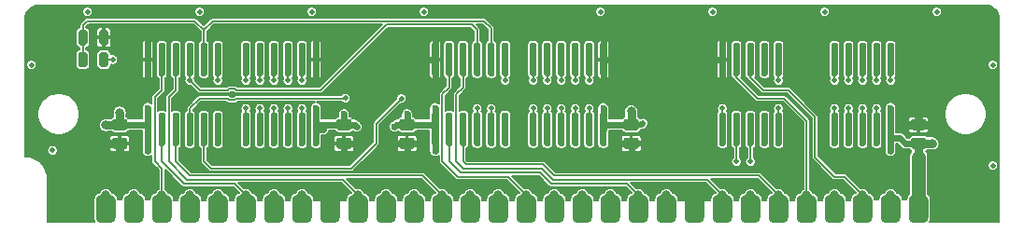
<source format=gtl>
G04 #@! TF.GenerationSoftware,KiCad,Pcbnew,(5.1.10-1-10_14)*
G04 #@! TF.CreationDate,2021-06-21T04:50:06-04:00*
G04 #@! TF.ProjectId,GW4191-SOJ,47573431-3931-42d5-934f-4a2e6b696361,1.0-SOJ*
G04 #@! TF.SameCoordinates,Original*
G04 #@! TF.FileFunction,Copper,L1,Top*
G04 #@! TF.FilePolarity,Positive*
%FSLAX46Y46*%
G04 Gerber Fmt 4.6, Leading zero omitted, Abs format (unit mm)*
G04 Created by KiCad (PCBNEW (5.1.10-1-10_14)) date 2021-06-21 04:50:06*
%MOMM*%
%LPD*%
G01*
G04 APERTURE LIST*
G04 #@! TA.AperFunction,ComponentPad*
%ADD10C,0.800000*%
G04 #@! TD*
G04 #@! TA.AperFunction,ViaPad*
%ADD11C,0.800000*%
G04 #@! TD*
G04 #@! TA.AperFunction,ViaPad*
%ADD12C,1.000000*%
G04 #@! TD*
G04 #@! TA.AperFunction,ViaPad*
%ADD13C,0.508000*%
G04 #@! TD*
G04 #@! TA.AperFunction,ViaPad*
%ADD14C,0.600000*%
G04 #@! TD*
G04 #@! TA.AperFunction,Conductor*
%ADD15C,1.270000*%
G04 #@! TD*
G04 #@! TA.AperFunction,Conductor*
%ADD16C,0.762000*%
G04 #@! TD*
G04 #@! TA.AperFunction,Conductor*
%ADD17C,0.800000*%
G04 #@! TD*
G04 #@! TA.AperFunction,Conductor*
%ADD18C,0.600000*%
G04 #@! TD*
G04 #@! TA.AperFunction,Conductor*
%ADD19C,0.508000*%
G04 #@! TD*
G04 #@! TA.AperFunction,Conductor*
%ADD20C,0.152400*%
G04 #@! TD*
G04 #@! TA.AperFunction,Conductor*
%ADD21C,0.100000*%
G04 #@! TD*
G04 APERTURE END LIST*
G04 #@! TA.AperFunction,SMDPad,CuDef*
G36*
G01*
X82931000Y-100901500D02*
X82931000Y-99250500D01*
G75*
G02*
X83375500Y-98806000I444500J0D01*
G01*
X84264500Y-98806000D01*
G75*
G02*
X84709000Y-99250500I0J-444500D01*
G01*
X84709000Y-100901500D01*
G75*
G02*
X84264500Y-101346000I-444500J0D01*
G01*
X83375500Y-101346000D01*
G75*
G02*
X82931000Y-100901500I0J444500D01*
G01*
G37*
G04 #@! TD.AperFunction*
G04 #@! TA.AperFunction,SMDPad,CuDef*
G36*
G01*
X85471000Y-100901500D02*
X85471000Y-99250500D01*
G75*
G02*
X85915500Y-98806000I444500J0D01*
G01*
X86804500Y-98806000D01*
G75*
G02*
X87249000Y-99250500I0J-444500D01*
G01*
X87249000Y-100901500D01*
G75*
G02*
X86804500Y-101346000I-444500J0D01*
G01*
X85915500Y-101346000D01*
G75*
G02*
X85471000Y-100901500I0J444500D01*
G01*
G37*
G04 #@! TD.AperFunction*
D10*
X88900000Y-98806000D03*
G04 #@! TA.AperFunction,SMDPad,CuDef*
G36*
G01*
X108331000Y-100901500D02*
X108331000Y-99250500D01*
G75*
G02*
X108775500Y-98806000I444500J0D01*
G01*
X109664500Y-98806000D01*
G75*
G02*
X110109000Y-99250500I0J-444500D01*
G01*
X110109000Y-100901500D01*
G75*
G02*
X109664500Y-101346000I-444500J0D01*
G01*
X108775500Y-101346000D01*
G75*
G02*
X108331000Y-100901500I0J444500D01*
G01*
G37*
G04 #@! TD.AperFunction*
G04 #@! TA.AperFunction,SMDPad,CuDef*
G36*
G01*
X93091000Y-100901500D02*
X93091000Y-99250500D01*
G75*
G02*
X93535500Y-98806000I444500J0D01*
G01*
X94424500Y-98806000D01*
G75*
G02*
X94869000Y-99250500I0J-444500D01*
G01*
X94869000Y-100901500D01*
G75*
G02*
X94424500Y-101346000I-444500J0D01*
G01*
X93535500Y-101346000D01*
G75*
G02*
X93091000Y-100901500I0J444500D01*
G01*
G37*
G04 #@! TD.AperFunction*
G04 #@! TA.AperFunction,SMDPad,CuDef*
G36*
G01*
X110871000Y-100901500D02*
X110871000Y-99250500D01*
G75*
G02*
X111315500Y-98806000I444500J0D01*
G01*
X112204500Y-98806000D01*
G75*
G02*
X112649000Y-99250500I0J-444500D01*
G01*
X112649000Y-100901500D01*
G75*
G02*
X112204500Y-101346000I-444500J0D01*
G01*
X111315500Y-101346000D01*
G75*
G02*
X110871000Y-100901500I0J444500D01*
G01*
G37*
G04 #@! TD.AperFunction*
G04 #@! TA.AperFunction,SMDPad,CuDef*
G36*
G01*
X146431000Y-100901500D02*
X146431000Y-99250500D01*
G75*
G02*
X146875500Y-98806000I444500J0D01*
G01*
X147764500Y-98806000D01*
G75*
G02*
X148209000Y-99250500I0J-444500D01*
G01*
X148209000Y-100901500D01*
G75*
G02*
X147764500Y-101346000I-444500J0D01*
G01*
X146875500Y-101346000D01*
G75*
G02*
X146431000Y-100901500I0J444500D01*
G01*
G37*
G04 #@! TD.AperFunction*
G04 #@! TA.AperFunction,SMDPad,CuDef*
G36*
G01*
X113411000Y-100901500D02*
X113411000Y-99250500D01*
G75*
G02*
X113855500Y-98806000I444500J0D01*
G01*
X114744500Y-98806000D01*
G75*
G02*
X115189000Y-99250500I0J-444500D01*
G01*
X115189000Y-100901500D01*
G75*
G02*
X114744500Y-101346000I-444500J0D01*
G01*
X113855500Y-101346000D01*
G75*
G02*
X113411000Y-100901500I0J444500D01*
G01*
G37*
G04 #@! TD.AperFunction*
G04 #@! TA.AperFunction,SMDPad,CuDef*
G36*
G01*
X115951000Y-100901500D02*
X115951000Y-99250500D01*
G75*
G02*
X116395500Y-98806000I444500J0D01*
G01*
X117284500Y-98806000D01*
G75*
G02*
X117729000Y-99250500I0J-444500D01*
G01*
X117729000Y-100901500D01*
G75*
G02*
X117284500Y-101346000I-444500J0D01*
G01*
X116395500Y-101346000D01*
G75*
G02*
X115951000Y-100901500I0J444500D01*
G01*
G37*
G04 #@! TD.AperFunction*
G04 #@! TA.AperFunction,SMDPad,CuDef*
G36*
G01*
X90551000Y-100901500D02*
X90551000Y-99250500D01*
G75*
G02*
X90995500Y-98806000I444500J0D01*
G01*
X91884500Y-98806000D01*
G75*
G02*
X92329000Y-99250500I0J-444500D01*
G01*
X92329000Y-100901500D01*
G75*
G02*
X91884500Y-101346000I-444500J0D01*
G01*
X90995500Y-101346000D01*
G75*
G02*
X90551000Y-100901500I0J444500D01*
G01*
G37*
G04 #@! TD.AperFunction*
G04 #@! TA.AperFunction,SMDPad,CuDef*
G36*
G01*
X154051000Y-100901500D02*
X154051000Y-99250500D01*
G75*
G02*
X154495500Y-98806000I444500J0D01*
G01*
X155384500Y-98806000D01*
G75*
G02*
X155829000Y-99250500I0J-444500D01*
G01*
X155829000Y-100901500D01*
G75*
G02*
X155384500Y-101346000I-444500J0D01*
G01*
X154495500Y-101346000D01*
G75*
G02*
X154051000Y-100901500I0J444500D01*
G01*
G37*
G04 #@! TD.AperFunction*
G04 #@! TA.AperFunction,SMDPad,CuDef*
G36*
G01*
X88011000Y-100901500D02*
X88011000Y-99250500D01*
G75*
G02*
X88455500Y-98806000I444500J0D01*
G01*
X89344500Y-98806000D01*
G75*
G02*
X89789000Y-99250500I0J-444500D01*
G01*
X89789000Y-100901500D01*
G75*
G02*
X89344500Y-101346000I-444500J0D01*
G01*
X88455500Y-101346000D01*
G75*
G02*
X88011000Y-100901500I0J444500D01*
G01*
G37*
G04 #@! TD.AperFunction*
G04 #@! TA.AperFunction,SMDPad,CuDef*
G36*
G01*
X141351000Y-100901500D02*
X141351000Y-99250500D01*
G75*
G02*
X141795500Y-98806000I444500J0D01*
G01*
X142684500Y-98806000D01*
G75*
G02*
X143129000Y-99250500I0J-444500D01*
G01*
X143129000Y-100901500D01*
G75*
G02*
X142684500Y-101346000I-444500J0D01*
G01*
X141795500Y-101346000D01*
G75*
G02*
X141351000Y-100901500I0J444500D01*
G01*
G37*
G04 #@! TD.AperFunction*
G04 #@! TA.AperFunction,SMDPad,CuDef*
G36*
G01*
X121031000Y-100901500D02*
X121031000Y-99250500D01*
G75*
G02*
X121475500Y-98806000I444500J0D01*
G01*
X122364500Y-98806000D01*
G75*
G02*
X122809000Y-99250500I0J-444500D01*
G01*
X122809000Y-100901500D01*
G75*
G02*
X122364500Y-101346000I-444500J0D01*
G01*
X121475500Y-101346000D01*
G75*
G02*
X121031000Y-100901500I0J444500D01*
G01*
G37*
G04 #@! TD.AperFunction*
G04 #@! TA.AperFunction,SMDPad,CuDef*
G36*
G01*
X131191000Y-100901500D02*
X131191000Y-99250500D01*
G75*
G02*
X131635500Y-98806000I444500J0D01*
G01*
X132524500Y-98806000D01*
G75*
G02*
X132969000Y-99250500I0J-444500D01*
G01*
X132969000Y-100901500D01*
G75*
G02*
X132524500Y-101346000I-444500J0D01*
G01*
X131635500Y-101346000D01*
G75*
G02*
X131191000Y-100901500I0J444500D01*
G01*
G37*
G04 #@! TD.AperFunction*
G04 #@! TA.AperFunction,SMDPad,CuDef*
G36*
G01*
X138811000Y-100901500D02*
X138811000Y-99250500D01*
G75*
G02*
X139255500Y-98806000I444500J0D01*
G01*
X140144500Y-98806000D01*
G75*
G02*
X140589000Y-99250500I0J-444500D01*
G01*
X140589000Y-100901500D01*
G75*
G02*
X140144500Y-101346000I-444500J0D01*
G01*
X139255500Y-101346000D01*
G75*
G02*
X138811000Y-100901500I0J444500D01*
G01*
G37*
G04 #@! TD.AperFunction*
G04 #@! TA.AperFunction,SMDPad,CuDef*
G36*
G01*
X103251000Y-100901500D02*
X103251000Y-99250500D01*
G75*
G02*
X103695500Y-98806000I444500J0D01*
G01*
X104584500Y-98806000D01*
G75*
G02*
X105029000Y-99250500I0J-444500D01*
G01*
X105029000Y-100901500D01*
G75*
G02*
X104584500Y-101346000I-444500J0D01*
G01*
X103695500Y-101346000D01*
G75*
G02*
X103251000Y-100901500I0J444500D01*
G01*
G37*
G04 #@! TD.AperFunction*
G04 #@! TA.AperFunction,SMDPad,CuDef*
G36*
G01*
X126111000Y-100901500D02*
X126111000Y-99250500D01*
G75*
G02*
X126555500Y-98806000I444500J0D01*
G01*
X127444500Y-98806000D01*
G75*
G02*
X127889000Y-99250500I0J-444500D01*
G01*
X127889000Y-100901500D01*
G75*
G02*
X127444500Y-101346000I-444500J0D01*
G01*
X126555500Y-101346000D01*
G75*
G02*
X126111000Y-100901500I0J444500D01*
G01*
G37*
G04 #@! TD.AperFunction*
G04 #@! TA.AperFunction,SMDPad,CuDef*
G36*
G01*
X133731000Y-100901500D02*
X133731000Y-99250500D01*
G75*
G02*
X134175500Y-98806000I444500J0D01*
G01*
X135064500Y-98806000D01*
G75*
G02*
X135509000Y-99250500I0J-444500D01*
G01*
X135509000Y-100901500D01*
G75*
G02*
X135064500Y-101346000I-444500J0D01*
G01*
X134175500Y-101346000D01*
G75*
G02*
X133731000Y-100901500I0J444500D01*
G01*
G37*
G04 #@! TD.AperFunction*
G04 #@! TA.AperFunction,SMDPad,CuDef*
G36*
G01*
X128651000Y-100901500D02*
X128651000Y-99250500D01*
G75*
G02*
X129095500Y-98806000I444500J0D01*
G01*
X129984500Y-98806000D01*
G75*
G02*
X130429000Y-99250500I0J-444500D01*
G01*
X130429000Y-100901500D01*
G75*
G02*
X129984500Y-101346000I-444500J0D01*
G01*
X129095500Y-101346000D01*
G75*
G02*
X128651000Y-100901500I0J444500D01*
G01*
G37*
G04 #@! TD.AperFunction*
G04 #@! TA.AperFunction,SMDPad,CuDef*
G36*
G01*
X105791000Y-100901500D02*
X105791000Y-99250500D01*
G75*
G02*
X106235500Y-98806000I444500J0D01*
G01*
X107124500Y-98806000D01*
G75*
G02*
X107569000Y-99250500I0J-444500D01*
G01*
X107569000Y-100901500D01*
G75*
G02*
X107124500Y-101346000I-444500J0D01*
G01*
X106235500Y-101346000D01*
G75*
G02*
X105791000Y-100901500I0J444500D01*
G01*
G37*
G04 #@! TD.AperFunction*
G04 #@! TA.AperFunction,SMDPad,CuDef*
G36*
G01*
X136271000Y-100901500D02*
X136271000Y-99250500D01*
G75*
G02*
X136715500Y-98806000I444500J0D01*
G01*
X137604500Y-98806000D01*
G75*
G02*
X138049000Y-99250500I0J-444500D01*
G01*
X138049000Y-100901500D01*
G75*
G02*
X137604500Y-101346000I-444500J0D01*
G01*
X136715500Y-101346000D01*
G75*
G02*
X136271000Y-100901500I0J444500D01*
G01*
G37*
G04 #@! TD.AperFunction*
G04 #@! TA.AperFunction,SMDPad,CuDef*
G36*
G01*
X95631000Y-100901500D02*
X95631000Y-99250500D01*
G75*
G02*
X96075500Y-98806000I444500J0D01*
G01*
X96964500Y-98806000D01*
G75*
G02*
X97409000Y-99250500I0J-444500D01*
G01*
X97409000Y-100901500D01*
G75*
G02*
X96964500Y-101346000I-444500J0D01*
G01*
X96075500Y-101346000D01*
G75*
G02*
X95631000Y-100901500I0J444500D01*
G01*
G37*
G04 #@! TD.AperFunction*
G04 #@! TA.AperFunction,SMDPad,CuDef*
G36*
G01*
X123571000Y-100901500D02*
X123571000Y-99250500D01*
G75*
G02*
X124015500Y-98806000I444500J0D01*
G01*
X124904500Y-98806000D01*
G75*
G02*
X125349000Y-99250500I0J-444500D01*
G01*
X125349000Y-100901500D01*
G75*
G02*
X124904500Y-101346000I-444500J0D01*
G01*
X124015500Y-101346000D01*
G75*
G02*
X123571000Y-100901500I0J444500D01*
G01*
G37*
G04 #@! TD.AperFunction*
G04 #@! TA.AperFunction,SMDPad,CuDef*
G36*
G01*
X98171000Y-100901500D02*
X98171000Y-99250500D01*
G75*
G02*
X98615500Y-98806000I444500J0D01*
G01*
X99504500Y-98806000D01*
G75*
G02*
X99949000Y-99250500I0J-444500D01*
G01*
X99949000Y-100901500D01*
G75*
G02*
X99504500Y-101346000I-444500J0D01*
G01*
X98615500Y-101346000D01*
G75*
G02*
X98171000Y-100901500I0J444500D01*
G01*
G37*
G04 #@! TD.AperFunction*
G04 #@! TA.AperFunction,SMDPad,CuDef*
G36*
G01*
X100711000Y-100901500D02*
X100711000Y-99250500D01*
G75*
G02*
X101155500Y-98806000I444500J0D01*
G01*
X102044500Y-98806000D01*
G75*
G02*
X102489000Y-99250500I0J-444500D01*
G01*
X102489000Y-100901500D01*
G75*
G02*
X102044500Y-101346000I-444500J0D01*
G01*
X101155500Y-101346000D01*
G75*
G02*
X100711000Y-100901500I0J444500D01*
G01*
G37*
G04 #@! TD.AperFunction*
G04 #@! TA.AperFunction,SMDPad,CuDef*
G36*
G01*
X148971000Y-100901500D02*
X148971000Y-99250500D01*
G75*
G02*
X149415500Y-98806000I444500J0D01*
G01*
X150304500Y-98806000D01*
G75*
G02*
X150749000Y-99250500I0J-444500D01*
G01*
X150749000Y-100901500D01*
G75*
G02*
X150304500Y-101346000I-444500J0D01*
G01*
X149415500Y-101346000D01*
G75*
G02*
X148971000Y-100901500I0J444500D01*
G01*
G37*
G04 #@! TD.AperFunction*
G04 #@! TA.AperFunction,SMDPad,CuDef*
G36*
G01*
X151511000Y-100901500D02*
X151511000Y-99250500D01*
G75*
G02*
X151955500Y-98806000I444500J0D01*
G01*
X152844500Y-98806000D01*
G75*
G02*
X153289000Y-99250500I0J-444500D01*
G01*
X153289000Y-100901500D01*
G75*
G02*
X152844500Y-101346000I-444500J0D01*
G01*
X151955500Y-101346000D01*
G75*
G02*
X151511000Y-100901500I0J444500D01*
G01*
G37*
G04 #@! TD.AperFunction*
G04 #@! TA.AperFunction,SMDPad,CuDef*
G36*
G01*
X156591000Y-100901500D02*
X156591000Y-99250500D01*
G75*
G02*
X157035500Y-98806000I444500J0D01*
G01*
X157924500Y-98806000D01*
G75*
G02*
X158369000Y-99250500I0J-444500D01*
G01*
X158369000Y-100901500D01*
G75*
G02*
X157924500Y-101346000I-444500J0D01*
G01*
X157035500Y-101346000D01*
G75*
G02*
X156591000Y-100901500I0J444500D01*
G01*
G37*
G04 #@! TD.AperFunction*
G04 #@! TA.AperFunction,SMDPad,CuDef*
G36*
G01*
X118491000Y-100901500D02*
X118491000Y-99250500D01*
G75*
G02*
X118935500Y-98806000I444500J0D01*
G01*
X119824500Y-98806000D01*
G75*
G02*
X120269000Y-99250500I0J-444500D01*
G01*
X120269000Y-100901500D01*
G75*
G02*
X119824500Y-101346000I-444500J0D01*
G01*
X118935500Y-101346000D01*
G75*
G02*
X118491000Y-100901500I0J444500D01*
G01*
G37*
G04 #@! TD.AperFunction*
G04 #@! TA.AperFunction,SMDPad,CuDef*
G36*
G01*
X143891000Y-100901500D02*
X143891000Y-99250500D01*
G75*
G02*
X144335500Y-98806000I444500J0D01*
G01*
X145224500Y-98806000D01*
G75*
G02*
X145669000Y-99250500I0J-444500D01*
G01*
X145669000Y-100901500D01*
G75*
G02*
X145224500Y-101346000I-444500J0D01*
G01*
X144335500Y-101346000D01*
G75*
G02*
X143891000Y-100901500I0J444500D01*
G01*
G37*
G04 #@! TD.AperFunction*
X86360000Y-98806000D03*
X83820000Y-98806000D03*
X93980000Y-98806000D03*
X91440000Y-98806000D03*
X96520000Y-98806000D03*
X99060000Y-98806000D03*
X104140000Y-98806000D03*
X101600000Y-98806000D03*
X109220000Y-98806000D03*
X106680000Y-98806000D03*
X111760000Y-98806000D03*
X116840000Y-98806000D03*
X114300000Y-98806000D03*
X119380000Y-98806000D03*
X124460000Y-98806000D03*
X121920000Y-98806000D03*
X127000000Y-98806000D03*
X149860000Y-98806000D03*
X147320000Y-98806000D03*
X152400000Y-98806000D03*
X134620000Y-98806000D03*
X132080000Y-98806000D03*
X137160000Y-98806000D03*
X142240000Y-98806000D03*
X139700000Y-98806000D03*
X144780000Y-98806000D03*
X129540000Y-98806000D03*
X154940000Y-98806000D03*
X157480000Y-98806000D03*
G04 #@! TA.AperFunction,SMDPad,CuDef*
G36*
G01*
X84652500Y-93582000D02*
X85527500Y-93582000D01*
G75*
G02*
X85790000Y-93844500I0J-262500D01*
G01*
X85790000Y-94369500D01*
G75*
G02*
X85527500Y-94632000I-262500J0D01*
G01*
X84652500Y-94632000D01*
G75*
G02*
X84390000Y-94369500I0J262500D01*
G01*
X84390000Y-93844500D01*
G75*
G02*
X84652500Y-93582000I262500J0D01*
G01*
G37*
G04 #@! TD.AperFunction*
G04 #@! TA.AperFunction,SMDPad,CuDef*
G36*
G01*
X84652500Y-91882000D02*
X85527500Y-91882000D01*
G75*
G02*
X85790000Y-92144500I0J-262500D01*
G01*
X85790000Y-92669500D01*
G75*
G02*
X85527500Y-92932000I-262500J0D01*
G01*
X84652500Y-92932000D01*
G75*
G02*
X84390000Y-92669500I0J262500D01*
G01*
X84390000Y-92144500D01*
G75*
G02*
X84652500Y-91882000I262500J0D01*
G01*
G37*
G04 #@! TD.AperFunction*
G04 #@! TA.AperFunction,SMDPad,CuDef*
G36*
G01*
X104972500Y-93582000D02*
X105847500Y-93582000D01*
G75*
G02*
X106110000Y-93844500I0J-262500D01*
G01*
X106110000Y-94369500D01*
G75*
G02*
X105847500Y-94632000I-262500J0D01*
G01*
X104972500Y-94632000D01*
G75*
G02*
X104710000Y-94369500I0J262500D01*
G01*
X104710000Y-93844500D01*
G75*
G02*
X104972500Y-93582000I262500J0D01*
G01*
G37*
G04 #@! TD.AperFunction*
G04 #@! TA.AperFunction,SMDPad,CuDef*
G36*
G01*
X104972500Y-91882000D02*
X105847500Y-91882000D01*
G75*
G02*
X106110000Y-92144500I0J-262500D01*
G01*
X106110000Y-92669500D01*
G75*
G02*
X105847500Y-92932000I-262500J0D01*
G01*
X104972500Y-92932000D01*
G75*
G02*
X104710000Y-92669500I0J262500D01*
G01*
X104710000Y-92144500D01*
G75*
G02*
X104972500Y-91882000I262500J0D01*
G01*
G37*
G04 #@! TD.AperFunction*
G04 #@! TA.AperFunction,SMDPad,CuDef*
G36*
G01*
X110687500Y-93582000D02*
X111562500Y-93582000D01*
G75*
G02*
X111825000Y-93844500I0J-262500D01*
G01*
X111825000Y-94369500D01*
G75*
G02*
X111562500Y-94632000I-262500J0D01*
G01*
X110687500Y-94632000D01*
G75*
G02*
X110425000Y-94369500I0J262500D01*
G01*
X110425000Y-93844500D01*
G75*
G02*
X110687500Y-93582000I262500J0D01*
G01*
G37*
G04 #@! TD.AperFunction*
G04 #@! TA.AperFunction,SMDPad,CuDef*
G36*
G01*
X110687500Y-91882000D02*
X111562500Y-91882000D01*
G75*
G02*
X111825000Y-92144500I0J-262500D01*
G01*
X111825000Y-92669500D01*
G75*
G02*
X111562500Y-92932000I-262500J0D01*
G01*
X110687500Y-92932000D01*
G75*
G02*
X110425000Y-92669500I0J262500D01*
G01*
X110425000Y-92144500D01*
G75*
G02*
X110687500Y-91882000I262500J0D01*
G01*
G37*
G04 #@! TD.AperFunction*
G04 #@! TA.AperFunction,SMDPad,CuDef*
G36*
G01*
X157917500Y-92932000D02*
X157042500Y-92932000D01*
G75*
G02*
X156780000Y-92669500I0J262500D01*
G01*
X156780000Y-92144500D01*
G75*
G02*
X157042500Y-91882000I262500J0D01*
G01*
X157917500Y-91882000D01*
G75*
G02*
X158180000Y-92144500I0J-262500D01*
G01*
X158180000Y-92669500D01*
G75*
G02*
X157917500Y-92932000I-262500J0D01*
G01*
G37*
G04 #@! TD.AperFunction*
G04 #@! TA.AperFunction,SMDPad,CuDef*
G36*
G01*
X157917500Y-94632000D02*
X157042500Y-94632000D01*
G75*
G02*
X156780000Y-94369500I0J262500D01*
G01*
X156780000Y-93844500D01*
G75*
G02*
X157042500Y-93582000I262500J0D01*
G01*
X157917500Y-93582000D01*
G75*
G02*
X158180000Y-93844500I0J-262500D01*
G01*
X158180000Y-94369500D01*
G75*
G02*
X157917500Y-94632000I-262500J0D01*
G01*
G37*
G04 #@! TD.AperFunction*
G04 #@! TA.AperFunction,SMDPad,CuDef*
G36*
G01*
X131007500Y-93582000D02*
X131882500Y-93582000D01*
G75*
G02*
X132145000Y-93844500I0J-262500D01*
G01*
X132145000Y-94369500D01*
G75*
G02*
X131882500Y-94632000I-262500J0D01*
G01*
X131007500Y-94632000D01*
G75*
G02*
X130745000Y-94369500I0J262500D01*
G01*
X130745000Y-93844500D01*
G75*
G02*
X131007500Y-93582000I262500J0D01*
G01*
G37*
G04 #@! TD.AperFunction*
G04 #@! TA.AperFunction,SMDPad,CuDef*
G36*
G01*
X131007500Y-91882000D02*
X131882500Y-91882000D01*
G75*
G02*
X132145000Y-92144500I0J-262500D01*
G01*
X132145000Y-92669500D01*
G75*
G02*
X131882500Y-92932000I-262500J0D01*
G01*
X131007500Y-92932000D01*
G75*
G02*
X130745000Y-92669500I0J262500D01*
G01*
X130745000Y-92144500D01*
G75*
G02*
X131007500Y-91882000I262500J0D01*
G01*
G37*
G04 #@! TD.AperFunction*
G04 #@! TA.AperFunction,SMDPad,CuDef*
G36*
G01*
X82175000Y-86012500D02*
X82175000Y-86987500D01*
G75*
G02*
X81962500Y-87200000I-212500J0D01*
G01*
X81537500Y-87200000D01*
G75*
G02*
X81325000Y-86987500I0J212500D01*
G01*
X81325000Y-86012500D01*
G75*
G02*
X81537500Y-85800000I212500J0D01*
G01*
X81962500Y-85800000D01*
G75*
G02*
X82175000Y-86012500I0J-212500D01*
G01*
G37*
G04 #@! TD.AperFunction*
G04 #@! TA.AperFunction,SMDPad,CuDef*
G36*
G01*
X84075000Y-86012500D02*
X84075000Y-86987500D01*
G75*
G02*
X83862500Y-87200000I-212500J0D01*
G01*
X83437500Y-87200000D01*
G75*
G02*
X83225000Y-86987500I0J212500D01*
G01*
X83225000Y-86012500D01*
G75*
G02*
X83437500Y-85800000I212500J0D01*
G01*
X83862500Y-85800000D01*
G75*
G02*
X84075000Y-86012500I0J-212500D01*
G01*
G37*
G04 #@! TD.AperFunction*
G04 #@! TA.AperFunction,SMDPad,CuDef*
G36*
G01*
X83225000Y-84987500D02*
X83225000Y-84012500D01*
G75*
G02*
X83437500Y-83800000I212500J0D01*
G01*
X83862500Y-83800000D01*
G75*
G02*
X84075000Y-84012500I0J-212500D01*
G01*
X84075000Y-84987500D01*
G75*
G02*
X83862500Y-85200000I-212500J0D01*
G01*
X83437500Y-85200000D01*
G75*
G02*
X83225000Y-84987500I0J212500D01*
G01*
G37*
G04 #@! TD.AperFunction*
G04 #@! TA.AperFunction,SMDPad,CuDef*
G36*
G01*
X81325000Y-84987500D02*
X81325000Y-84012500D01*
G75*
G02*
X81537500Y-83800000I212500J0D01*
G01*
X81962500Y-83800000D01*
G75*
G02*
X82175000Y-84012500I0J-212500D01*
G01*
X82175000Y-84987500D01*
G75*
G02*
X81962500Y-85200000I-212500J0D01*
G01*
X81537500Y-85200000D01*
G75*
G02*
X81325000Y-84987500I0J212500D01*
G01*
G37*
G04 #@! TD.AperFunction*
G04 #@! TA.AperFunction,SMDPad,CuDef*
G36*
G01*
X122705000Y-94361000D02*
X122405000Y-94361000D01*
G75*
G02*
X122255000Y-94211000I0J150000D01*
G01*
X122255000Y-91463000D01*
G75*
G02*
X122405000Y-91313000I150000J0D01*
G01*
X122705000Y-91313000D01*
G75*
G02*
X122855000Y-91463000I0J-150000D01*
G01*
X122855000Y-94211000D01*
G75*
G02*
X122705000Y-94361000I-150000J0D01*
G01*
G37*
G04 #@! TD.AperFunction*
G04 #@! TA.AperFunction,SMDPad,CuDef*
G36*
G01*
X122705000Y-88011000D02*
X122405000Y-88011000D01*
G75*
G02*
X122255000Y-87861000I0J150000D01*
G01*
X122255000Y-85113000D01*
G75*
G02*
X122405000Y-84963000I150000J0D01*
G01*
X122705000Y-84963000D01*
G75*
G02*
X122855000Y-85113000I0J-150000D01*
G01*
X122855000Y-87861000D01*
G75*
G02*
X122705000Y-88011000I-150000J0D01*
G01*
G37*
G04 #@! TD.AperFunction*
G04 #@! TA.AperFunction,SMDPad,CuDef*
G36*
G01*
X120165000Y-94361000D02*
X119865000Y-94361000D01*
G75*
G02*
X119715000Y-94211000I0J150000D01*
G01*
X119715000Y-91463000D01*
G75*
G02*
X119865000Y-91313000I150000J0D01*
G01*
X120165000Y-91313000D01*
G75*
G02*
X120315000Y-91463000I0J-150000D01*
G01*
X120315000Y-94211000D01*
G75*
G02*
X120165000Y-94361000I-150000J0D01*
G01*
G37*
G04 #@! TD.AperFunction*
G04 #@! TA.AperFunction,SMDPad,CuDef*
G36*
G01*
X120165000Y-88011000D02*
X119865000Y-88011000D01*
G75*
G02*
X119715000Y-87861000I0J150000D01*
G01*
X119715000Y-85113000D01*
G75*
G02*
X119865000Y-84963000I150000J0D01*
G01*
X120165000Y-84963000D01*
G75*
G02*
X120315000Y-85113000I0J-150000D01*
G01*
X120315000Y-87861000D01*
G75*
G02*
X120165000Y-88011000I-150000J0D01*
G01*
G37*
G04 #@! TD.AperFunction*
G04 #@! TA.AperFunction,SMDPad,CuDef*
G36*
G01*
X113815000Y-94361000D02*
X113515000Y-94361000D01*
G75*
G02*
X113365000Y-94211000I0J150000D01*
G01*
X113365000Y-91463000D01*
G75*
G02*
X113515000Y-91313000I150000J0D01*
G01*
X113815000Y-91313000D01*
G75*
G02*
X113965000Y-91463000I0J-150000D01*
G01*
X113965000Y-94211000D01*
G75*
G02*
X113815000Y-94361000I-150000J0D01*
G01*
G37*
G04 #@! TD.AperFunction*
G04 #@! TA.AperFunction,SMDPad,CuDef*
G36*
G01*
X115085000Y-94361000D02*
X114785000Y-94361000D01*
G75*
G02*
X114635000Y-94211000I0J150000D01*
G01*
X114635000Y-91463000D01*
G75*
G02*
X114785000Y-91313000I150000J0D01*
G01*
X115085000Y-91313000D01*
G75*
G02*
X115235000Y-91463000I0J-150000D01*
G01*
X115235000Y-94211000D01*
G75*
G02*
X115085000Y-94361000I-150000J0D01*
G01*
G37*
G04 #@! TD.AperFunction*
G04 #@! TA.AperFunction,SMDPad,CuDef*
G36*
G01*
X116355000Y-94361000D02*
X116055000Y-94361000D01*
G75*
G02*
X115905000Y-94211000I0J150000D01*
G01*
X115905000Y-91463000D01*
G75*
G02*
X116055000Y-91313000I150000J0D01*
G01*
X116355000Y-91313000D01*
G75*
G02*
X116505000Y-91463000I0J-150000D01*
G01*
X116505000Y-94211000D01*
G75*
G02*
X116355000Y-94361000I-150000J0D01*
G01*
G37*
G04 #@! TD.AperFunction*
G04 #@! TA.AperFunction,SMDPad,CuDef*
G36*
G01*
X117625000Y-94361000D02*
X117325000Y-94361000D01*
G75*
G02*
X117175000Y-94211000I0J150000D01*
G01*
X117175000Y-91463000D01*
G75*
G02*
X117325000Y-91313000I150000J0D01*
G01*
X117625000Y-91313000D01*
G75*
G02*
X117775000Y-91463000I0J-150000D01*
G01*
X117775000Y-94211000D01*
G75*
G02*
X117625000Y-94361000I-150000J0D01*
G01*
G37*
G04 #@! TD.AperFunction*
G04 #@! TA.AperFunction,SMDPad,CuDef*
G36*
G01*
X118895000Y-94361000D02*
X118595000Y-94361000D01*
G75*
G02*
X118445000Y-94211000I0J150000D01*
G01*
X118445000Y-91463000D01*
G75*
G02*
X118595000Y-91313000I150000J0D01*
G01*
X118895000Y-91313000D01*
G75*
G02*
X119045000Y-91463000I0J-150000D01*
G01*
X119045000Y-94211000D01*
G75*
G02*
X118895000Y-94361000I-150000J0D01*
G01*
G37*
G04 #@! TD.AperFunction*
G04 #@! TA.AperFunction,SMDPad,CuDef*
G36*
G01*
X123975000Y-94361000D02*
X123675000Y-94361000D01*
G75*
G02*
X123525000Y-94211000I0J150000D01*
G01*
X123525000Y-91463000D01*
G75*
G02*
X123675000Y-91313000I150000J0D01*
G01*
X123975000Y-91313000D01*
G75*
G02*
X124125000Y-91463000I0J-150000D01*
G01*
X124125000Y-94211000D01*
G75*
G02*
X123975000Y-94361000I-150000J0D01*
G01*
G37*
G04 #@! TD.AperFunction*
G04 #@! TA.AperFunction,SMDPad,CuDef*
G36*
G01*
X125245000Y-94361000D02*
X124945000Y-94361000D01*
G75*
G02*
X124795000Y-94211000I0J150000D01*
G01*
X124795000Y-91463000D01*
G75*
G02*
X124945000Y-91313000I150000J0D01*
G01*
X125245000Y-91313000D01*
G75*
G02*
X125395000Y-91463000I0J-150000D01*
G01*
X125395000Y-94211000D01*
G75*
G02*
X125245000Y-94361000I-150000J0D01*
G01*
G37*
G04 #@! TD.AperFunction*
G04 #@! TA.AperFunction,SMDPad,CuDef*
G36*
G01*
X126515000Y-94361000D02*
X126215000Y-94361000D01*
G75*
G02*
X126065000Y-94211000I0J150000D01*
G01*
X126065000Y-91463000D01*
G75*
G02*
X126215000Y-91313000I150000J0D01*
G01*
X126515000Y-91313000D01*
G75*
G02*
X126665000Y-91463000I0J-150000D01*
G01*
X126665000Y-94211000D01*
G75*
G02*
X126515000Y-94361000I-150000J0D01*
G01*
G37*
G04 #@! TD.AperFunction*
G04 #@! TA.AperFunction,SMDPad,CuDef*
G36*
G01*
X127785000Y-94361000D02*
X127485000Y-94361000D01*
G75*
G02*
X127335000Y-94211000I0J150000D01*
G01*
X127335000Y-91463000D01*
G75*
G02*
X127485000Y-91313000I150000J0D01*
G01*
X127785000Y-91313000D01*
G75*
G02*
X127935000Y-91463000I0J-150000D01*
G01*
X127935000Y-94211000D01*
G75*
G02*
X127785000Y-94361000I-150000J0D01*
G01*
G37*
G04 #@! TD.AperFunction*
G04 #@! TA.AperFunction,SMDPad,CuDef*
G36*
G01*
X129055000Y-94361000D02*
X128755000Y-94361000D01*
G75*
G02*
X128605000Y-94211000I0J150000D01*
G01*
X128605000Y-91463000D01*
G75*
G02*
X128755000Y-91313000I150000J0D01*
G01*
X129055000Y-91313000D01*
G75*
G02*
X129205000Y-91463000I0J-150000D01*
G01*
X129205000Y-94211000D01*
G75*
G02*
X129055000Y-94361000I-150000J0D01*
G01*
G37*
G04 #@! TD.AperFunction*
G04 #@! TA.AperFunction,SMDPad,CuDef*
G36*
G01*
X127785000Y-88011000D02*
X127485000Y-88011000D01*
G75*
G02*
X127335000Y-87861000I0J150000D01*
G01*
X127335000Y-85113000D01*
G75*
G02*
X127485000Y-84963000I150000J0D01*
G01*
X127785000Y-84963000D01*
G75*
G02*
X127935000Y-85113000I0J-150000D01*
G01*
X127935000Y-87861000D01*
G75*
G02*
X127785000Y-88011000I-150000J0D01*
G01*
G37*
G04 #@! TD.AperFunction*
G04 #@! TA.AperFunction,SMDPad,CuDef*
G36*
G01*
X126515000Y-88011000D02*
X126215000Y-88011000D01*
G75*
G02*
X126065000Y-87861000I0J150000D01*
G01*
X126065000Y-85113000D01*
G75*
G02*
X126215000Y-84963000I150000J0D01*
G01*
X126515000Y-84963000D01*
G75*
G02*
X126665000Y-85113000I0J-150000D01*
G01*
X126665000Y-87861000D01*
G75*
G02*
X126515000Y-88011000I-150000J0D01*
G01*
G37*
G04 #@! TD.AperFunction*
G04 #@! TA.AperFunction,SMDPad,CuDef*
G36*
G01*
X125245000Y-88011000D02*
X124945000Y-88011000D01*
G75*
G02*
X124795000Y-87861000I0J150000D01*
G01*
X124795000Y-85113000D01*
G75*
G02*
X124945000Y-84963000I150000J0D01*
G01*
X125245000Y-84963000D01*
G75*
G02*
X125395000Y-85113000I0J-150000D01*
G01*
X125395000Y-87861000D01*
G75*
G02*
X125245000Y-88011000I-150000J0D01*
G01*
G37*
G04 #@! TD.AperFunction*
G04 #@! TA.AperFunction,SMDPad,CuDef*
G36*
G01*
X123975000Y-88011000D02*
X123675000Y-88011000D01*
G75*
G02*
X123525000Y-87861000I0J150000D01*
G01*
X123525000Y-85113000D01*
G75*
G02*
X123675000Y-84963000I150000J0D01*
G01*
X123975000Y-84963000D01*
G75*
G02*
X124125000Y-85113000I0J-150000D01*
G01*
X124125000Y-87861000D01*
G75*
G02*
X123975000Y-88011000I-150000J0D01*
G01*
G37*
G04 #@! TD.AperFunction*
G04 #@! TA.AperFunction,SMDPad,CuDef*
G36*
G01*
X118895000Y-88011000D02*
X118595000Y-88011000D01*
G75*
G02*
X118445000Y-87861000I0J150000D01*
G01*
X118445000Y-85113000D01*
G75*
G02*
X118595000Y-84963000I150000J0D01*
G01*
X118895000Y-84963000D01*
G75*
G02*
X119045000Y-85113000I0J-150000D01*
G01*
X119045000Y-87861000D01*
G75*
G02*
X118895000Y-88011000I-150000J0D01*
G01*
G37*
G04 #@! TD.AperFunction*
G04 #@! TA.AperFunction,SMDPad,CuDef*
G36*
G01*
X117625000Y-88011000D02*
X117325000Y-88011000D01*
G75*
G02*
X117175000Y-87861000I0J150000D01*
G01*
X117175000Y-85113000D01*
G75*
G02*
X117325000Y-84963000I150000J0D01*
G01*
X117625000Y-84963000D01*
G75*
G02*
X117775000Y-85113000I0J-150000D01*
G01*
X117775000Y-87861000D01*
G75*
G02*
X117625000Y-88011000I-150000J0D01*
G01*
G37*
G04 #@! TD.AperFunction*
G04 #@! TA.AperFunction,SMDPad,CuDef*
G36*
G01*
X116355000Y-88011000D02*
X116055000Y-88011000D01*
G75*
G02*
X115905000Y-87861000I0J150000D01*
G01*
X115905000Y-85113000D01*
G75*
G02*
X116055000Y-84963000I150000J0D01*
G01*
X116355000Y-84963000D01*
G75*
G02*
X116505000Y-85113000I0J-150000D01*
G01*
X116505000Y-87861000D01*
G75*
G02*
X116355000Y-88011000I-150000J0D01*
G01*
G37*
G04 #@! TD.AperFunction*
G04 #@! TA.AperFunction,SMDPad,CuDef*
G36*
G01*
X115085000Y-88011000D02*
X114785000Y-88011000D01*
G75*
G02*
X114635000Y-87861000I0J150000D01*
G01*
X114635000Y-85113000D01*
G75*
G02*
X114785000Y-84963000I150000J0D01*
G01*
X115085000Y-84963000D01*
G75*
G02*
X115235000Y-85113000I0J-150000D01*
G01*
X115235000Y-87861000D01*
G75*
G02*
X115085000Y-88011000I-150000J0D01*
G01*
G37*
G04 #@! TD.AperFunction*
G04 #@! TA.AperFunction,SMDPad,CuDef*
G36*
G01*
X113815000Y-88011000D02*
X113515000Y-88011000D01*
G75*
G02*
X113365000Y-87861000I0J150000D01*
G01*
X113365000Y-85113000D01*
G75*
G02*
X113515000Y-84963000I150000J0D01*
G01*
X113815000Y-84963000D01*
G75*
G02*
X113965000Y-85113000I0J-150000D01*
G01*
X113965000Y-87861000D01*
G75*
G02*
X113815000Y-88011000I-150000J0D01*
G01*
G37*
G04 #@! TD.AperFunction*
G04 #@! TA.AperFunction,SMDPad,CuDef*
G36*
G01*
X129055000Y-88011000D02*
X128755000Y-88011000D01*
G75*
G02*
X128605000Y-87861000I0J150000D01*
G01*
X128605000Y-85113000D01*
G75*
G02*
X128755000Y-84963000I150000J0D01*
G01*
X129055000Y-84963000D01*
G75*
G02*
X129205000Y-85113000I0J-150000D01*
G01*
X129205000Y-87861000D01*
G75*
G02*
X129055000Y-88011000I-150000J0D01*
G01*
G37*
G04 #@! TD.AperFunction*
G04 #@! TA.AperFunction,SMDPad,CuDef*
G36*
G01*
X103020000Y-88011000D02*
X102720000Y-88011000D01*
G75*
G02*
X102570000Y-87861000I0J150000D01*
G01*
X102570000Y-85113000D01*
G75*
G02*
X102720000Y-84963000I150000J0D01*
G01*
X103020000Y-84963000D01*
G75*
G02*
X103170000Y-85113000I0J-150000D01*
G01*
X103170000Y-87861000D01*
G75*
G02*
X103020000Y-88011000I-150000J0D01*
G01*
G37*
G04 #@! TD.AperFunction*
G04 #@! TA.AperFunction,SMDPad,CuDef*
G36*
G01*
X87780000Y-88011000D02*
X87480000Y-88011000D01*
G75*
G02*
X87330000Y-87861000I0J150000D01*
G01*
X87330000Y-85113000D01*
G75*
G02*
X87480000Y-84963000I150000J0D01*
G01*
X87780000Y-84963000D01*
G75*
G02*
X87930000Y-85113000I0J-150000D01*
G01*
X87930000Y-87861000D01*
G75*
G02*
X87780000Y-88011000I-150000J0D01*
G01*
G37*
G04 #@! TD.AperFunction*
G04 #@! TA.AperFunction,SMDPad,CuDef*
G36*
G01*
X89050000Y-88011000D02*
X88750000Y-88011000D01*
G75*
G02*
X88600000Y-87861000I0J150000D01*
G01*
X88600000Y-85113000D01*
G75*
G02*
X88750000Y-84963000I150000J0D01*
G01*
X89050000Y-84963000D01*
G75*
G02*
X89200000Y-85113000I0J-150000D01*
G01*
X89200000Y-87861000D01*
G75*
G02*
X89050000Y-88011000I-150000J0D01*
G01*
G37*
G04 #@! TD.AperFunction*
G04 #@! TA.AperFunction,SMDPad,CuDef*
G36*
G01*
X90320000Y-88011000D02*
X90020000Y-88011000D01*
G75*
G02*
X89870000Y-87861000I0J150000D01*
G01*
X89870000Y-85113000D01*
G75*
G02*
X90020000Y-84963000I150000J0D01*
G01*
X90320000Y-84963000D01*
G75*
G02*
X90470000Y-85113000I0J-150000D01*
G01*
X90470000Y-87861000D01*
G75*
G02*
X90320000Y-88011000I-150000J0D01*
G01*
G37*
G04 #@! TD.AperFunction*
G04 #@! TA.AperFunction,SMDPad,CuDef*
G36*
G01*
X91590000Y-88011000D02*
X91290000Y-88011000D01*
G75*
G02*
X91140000Y-87861000I0J150000D01*
G01*
X91140000Y-85113000D01*
G75*
G02*
X91290000Y-84963000I150000J0D01*
G01*
X91590000Y-84963000D01*
G75*
G02*
X91740000Y-85113000I0J-150000D01*
G01*
X91740000Y-87861000D01*
G75*
G02*
X91590000Y-88011000I-150000J0D01*
G01*
G37*
G04 #@! TD.AperFunction*
G04 #@! TA.AperFunction,SMDPad,CuDef*
G36*
G01*
X92860000Y-88011000D02*
X92560000Y-88011000D01*
G75*
G02*
X92410000Y-87861000I0J150000D01*
G01*
X92410000Y-85113000D01*
G75*
G02*
X92560000Y-84963000I150000J0D01*
G01*
X92860000Y-84963000D01*
G75*
G02*
X93010000Y-85113000I0J-150000D01*
G01*
X93010000Y-87861000D01*
G75*
G02*
X92860000Y-88011000I-150000J0D01*
G01*
G37*
G04 #@! TD.AperFunction*
G04 #@! TA.AperFunction,SMDPad,CuDef*
G36*
G01*
X97940000Y-88011000D02*
X97640000Y-88011000D01*
G75*
G02*
X97490000Y-87861000I0J150000D01*
G01*
X97490000Y-85113000D01*
G75*
G02*
X97640000Y-84963000I150000J0D01*
G01*
X97940000Y-84963000D01*
G75*
G02*
X98090000Y-85113000I0J-150000D01*
G01*
X98090000Y-87861000D01*
G75*
G02*
X97940000Y-88011000I-150000J0D01*
G01*
G37*
G04 #@! TD.AperFunction*
G04 #@! TA.AperFunction,SMDPad,CuDef*
G36*
G01*
X99210000Y-88011000D02*
X98910000Y-88011000D01*
G75*
G02*
X98760000Y-87861000I0J150000D01*
G01*
X98760000Y-85113000D01*
G75*
G02*
X98910000Y-84963000I150000J0D01*
G01*
X99210000Y-84963000D01*
G75*
G02*
X99360000Y-85113000I0J-150000D01*
G01*
X99360000Y-87861000D01*
G75*
G02*
X99210000Y-88011000I-150000J0D01*
G01*
G37*
G04 #@! TD.AperFunction*
G04 #@! TA.AperFunction,SMDPad,CuDef*
G36*
G01*
X100480000Y-88011000D02*
X100180000Y-88011000D01*
G75*
G02*
X100030000Y-87861000I0J150000D01*
G01*
X100030000Y-85113000D01*
G75*
G02*
X100180000Y-84963000I150000J0D01*
G01*
X100480000Y-84963000D01*
G75*
G02*
X100630000Y-85113000I0J-150000D01*
G01*
X100630000Y-87861000D01*
G75*
G02*
X100480000Y-88011000I-150000J0D01*
G01*
G37*
G04 #@! TD.AperFunction*
G04 #@! TA.AperFunction,SMDPad,CuDef*
G36*
G01*
X101750000Y-88011000D02*
X101450000Y-88011000D01*
G75*
G02*
X101300000Y-87861000I0J150000D01*
G01*
X101300000Y-85113000D01*
G75*
G02*
X101450000Y-84963000I150000J0D01*
G01*
X101750000Y-84963000D01*
G75*
G02*
X101900000Y-85113000I0J-150000D01*
G01*
X101900000Y-87861000D01*
G75*
G02*
X101750000Y-88011000I-150000J0D01*
G01*
G37*
G04 #@! TD.AperFunction*
G04 #@! TA.AperFunction,SMDPad,CuDef*
G36*
G01*
X103020000Y-94361000D02*
X102720000Y-94361000D01*
G75*
G02*
X102570000Y-94211000I0J150000D01*
G01*
X102570000Y-91463000D01*
G75*
G02*
X102720000Y-91313000I150000J0D01*
G01*
X103020000Y-91313000D01*
G75*
G02*
X103170000Y-91463000I0J-150000D01*
G01*
X103170000Y-94211000D01*
G75*
G02*
X103020000Y-94361000I-150000J0D01*
G01*
G37*
G04 #@! TD.AperFunction*
G04 #@! TA.AperFunction,SMDPad,CuDef*
G36*
G01*
X101750000Y-94361000D02*
X101450000Y-94361000D01*
G75*
G02*
X101300000Y-94211000I0J150000D01*
G01*
X101300000Y-91463000D01*
G75*
G02*
X101450000Y-91313000I150000J0D01*
G01*
X101750000Y-91313000D01*
G75*
G02*
X101900000Y-91463000I0J-150000D01*
G01*
X101900000Y-94211000D01*
G75*
G02*
X101750000Y-94361000I-150000J0D01*
G01*
G37*
G04 #@! TD.AperFunction*
G04 #@! TA.AperFunction,SMDPad,CuDef*
G36*
G01*
X100480000Y-94361000D02*
X100180000Y-94361000D01*
G75*
G02*
X100030000Y-94211000I0J150000D01*
G01*
X100030000Y-91463000D01*
G75*
G02*
X100180000Y-91313000I150000J0D01*
G01*
X100480000Y-91313000D01*
G75*
G02*
X100630000Y-91463000I0J-150000D01*
G01*
X100630000Y-94211000D01*
G75*
G02*
X100480000Y-94361000I-150000J0D01*
G01*
G37*
G04 #@! TD.AperFunction*
G04 #@! TA.AperFunction,SMDPad,CuDef*
G36*
G01*
X99210000Y-94361000D02*
X98910000Y-94361000D01*
G75*
G02*
X98760000Y-94211000I0J150000D01*
G01*
X98760000Y-91463000D01*
G75*
G02*
X98910000Y-91313000I150000J0D01*
G01*
X99210000Y-91313000D01*
G75*
G02*
X99360000Y-91463000I0J-150000D01*
G01*
X99360000Y-94211000D01*
G75*
G02*
X99210000Y-94361000I-150000J0D01*
G01*
G37*
G04 #@! TD.AperFunction*
G04 #@! TA.AperFunction,SMDPad,CuDef*
G36*
G01*
X97940000Y-94361000D02*
X97640000Y-94361000D01*
G75*
G02*
X97490000Y-94211000I0J150000D01*
G01*
X97490000Y-91463000D01*
G75*
G02*
X97640000Y-91313000I150000J0D01*
G01*
X97940000Y-91313000D01*
G75*
G02*
X98090000Y-91463000I0J-150000D01*
G01*
X98090000Y-94211000D01*
G75*
G02*
X97940000Y-94361000I-150000J0D01*
G01*
G37*
G04 #@! TD.AperFunction*
G04 #@! TA.AperFunction,SMDPad,CuDef*
G36*
G01*
X92860000Y-94361000D02*
X92560000Y-94361000D01*
G75*
G02*
X92410000Y-94211000I0J150000D01*
G01*
X92410000Y-91463000D01*
G75*
G02*
X92560000Y-91313000I150000J0D01*
G01*
X92860000Y-91313000D01*
G75*
G02*
X93010000Y-91463000I0J-150000D01*
G01*
X93010000Y-94211000D01*
G75*
G02*
X92860000Y-94361000I-150000J0D01*
G01*
G37*
G04 #@! TD.AperFunction*
G04 #@! TA.AperFunction,SMDPad,CuDef*
G36*
G01*
X91590000Y-94361000D02*
X91290000Y-94361000D01*
G75*
G02*
X91140000Y-94211000I0J150000D01*
G01*
X91140000Y-91463000D01*
G75*
G02*
X91290000Y-91313000I150000J0D01*
G01*
X91590000Y-91313000D01*
G75*
G02*
X91740000Y-91463000I0J-150000D01*
G01*
X91740000Y-94211000D01*
G75*
G02*
X91590000Y-94361000I-150000J0D01*
G01*
G37*
G04 #@! TD.AperFunction*
G04 #@! TA.AperFunction,SMDPad,CuDef*
G36*
G01*
X90320000Y-94361000D02*
X90020000Y-94361000D01*
G75*
G02*
X89870000Y-94211000I0J150000D01*
G01*
X89870000Y-91463000D01*
G75*
G02*
X90020000Y-91313000I150000J0D01*
G01*
X90320000Y-91313000D01*
G75*
G02*
X90470000Y-91463000I0J-150000D01*
G01*
X90470000Y-94211000D01*
G75*
G02*
X90320000Y-94361000I-150000J0D01*
G01*
G37*
G04 #@! TD.AperFunction*
G04 #@! TA.AperFunction,SMDPad,CuDef*
G36*
G01*
X89050000Y-94361000D02*
X88750000Y-94361000D01*
G75*
G02*
X88600000Y-94211000I0J150000D01*
G01*
X88600000Y-91463000D01*
G75*
G02*
X88750000Y-91313000I150000J0D01*
G01*
X89050000Y-91313000D01*
G75*
G02*
X89200000Y-91463000I0J-150000D01*
G01*
X89200000Y-94211000D01*
G75*
G02*
X89050000Y-94361000I-150000J0D01*
G01*
G37*
G04 #@! TD.AperFunction*
G04 #@! TA.AperFunction,SMDPad,CuDef*
G36*
G01*
X87780000Y-94361000D02*
X87480000Y-94361000D01*
G75*
G02*
X87330000Y-94211000I0J150000D01*
G01*
X87330000Y-91463000D01*
G75*
G02*
X87480000Y-91313000I150000J0D01*
G01*
X87780000Y-91313000D01*
G75*
G02*
X87930000Y-91463000I0J-150000D01*
G01*
X87930000Y-94211000D01*
G75*
G02*
X87780000Y-94361000I-150000J0D01*
G01*
G37*
G04 #@! TD.AperFunction*
G04 #@! TA.AperFunction,SMDPad,CuDef*
G36*
G01*
X94130000Y-88011000D02*
X93830000Y-88011000D01*
G75*
G02*
X93680000Y-87861000I0J150000D01*
G01*
X93680000Y-85113000D01*
G75*
G02*
X93830000Y-84963000I150000J0D01*
G01*
X94130000Y-84963000D01*
G75*
G02*
X94280000Y-85113000I0J-150000D01*
G01*
X94280000Y-87861000D01*
G75*
G02*
X94130000Y-88011000I-150000J0D01*
G01*
G37*
G04 #@! TD.AperFunction*
G04 #@! TA.AperFunction,SMDPad,CuDef*
G36*
G01*
X94130000Y-94361000D02*
X93830000Y-94361000D01*
G75*
G02*
X93680000Y-94211000I0J150000D01*
G01*
X93680000Y-91463000D01*
G75*
G02*
X93830000Y-91313000I150000J0D01*
G01*
X94130000Y-91313000D01*
G75*
G02*
X94280000Y-91463000I0J-150000D01*
G01*
X94280000Y-94211000D01*
G75*
G02*
X94130000Y-94361000I-150000J0D01*
G01*
G37*
G04 #@! TD.AperFunction*
G04 #@! TA.AperFunction,SMDPad,CuDef*
G36*
G01*
X96670000Y-88011000D02*
X96370000Y-88011000D01*
G75*
G02*
X96220000Y-87861000I0J150000D01*
G01*
X96220000Y-85113000D01*
G75*
G02*
X96370000Y-84963000I150000J0D01*
G01*
X96670000Y-84963000D01*
G75*
G02*
X96820000Y-85113000I0J-150000D01*
G01*
X96820000Y-87861000D01*
G75*
G02*
X96670000Y-88011000I-150000J0D01*
G01*
G37*
G04 #@! TD.AperFunction*
G04 #@! TA.AperFunction,SMDPad,CuDef*
G36*
G01*
X96670000Y-94361000D02*
X96370000Y-94361000D01*
G75*
G02*
X96220000Y-94211000I0J150000D01*
G01*
X96220000Y-91463000D01*
G75*
G02*
X96370000Y-91313000I150000J0D01*
G01*
X96670000Y-91313000D01*
G75*
G02*
X96820000Y-91463000I0J-150000D01*
G01*
X96820000Y-94211000D01*
G75*
G02*
X96670000Y-94361000I-150000J0D01*
G01*
G37*
G04 #@! TD.AperFunction*
G04 #@! TA.AperFunction,SMDPad,CuDef*
G36*
G01*
X139850000Y-94361000D02*
X139550000Y-94361000D01*
G75*
G02*
X139400000Y-94211000I0J150000D01*
G01*
X139400000Y-91463000D01*
G75*
G02*
X139550000Y-91313000I150000J0D01*
G01*
X139850000Y-91313000D01*
G75*
G02*
X140000000Y-91463000I0J-150000D01*
G01*
X140000000Y-94211000D01*
G75*
G02*
X139850000Y-94361000I-150000J0D01*
G01*
G37*
G04 #@! TD.AperFunction*
G04 #@! TA.AperFunction,SMDPad,CuDef*
G36*
G01*
X141120000Y-94361000D02*
X140820000Y-94361000D01*
G75*
G02*
X140670000Y-94211000I0J150000D01*
G01*
X140670000Y-91463000D01*
G75*
G02*
X140820000Y-91313000I150000J0D01*
G01*
X141120000Y-91313000D01*
G75*
G02*
X141270000Y-91463000I0J-150000D01*
G01*
X141270000Y-94211000D01*
G75*
G02*
X141120000Y-94361000I-150000J0D01*
G01*
G37*
G04 #@! TD.AperFunction*
G04 #@! TA.AperFunction,SMDPad,CuDef*
G36*
G01*
X142390000Y-94361000D02*
X142090000Y-94361000D01*
G75*
G02*
X141940000Y-94211000I0J150000D01*
G01*
X141940000Y-91463000D01*
G75*
G02*
X142090000Y-91313000I150000J0D01*
G01*
X142390000Y-91313000D01*
G75*
G02*
X142540000Y-91463000I0J-150000D01*
G01*
X142540000Y-94211000D01*
G75*
G02*
X142390000Y-94361000I-150000J0D01*
G01*
G37*
G04 #@! TD.AperFunction*
G04 #@! TA.AperFunction,SMDPad,CuDef*
G36*
G01*
X143660000Y-94361000D02*
X143360000Y-94361000D01*
G75*
G02*
X143210000Y-94211000I0J150000D01*
G01*
X143210000Y-91463000D01*
G75*
G02*
X143360000Y-91313000I150000J0D01*
G01*
X143660000Y-91313000D01*
G75*
G02*
X143810000Y-91463000I0J-150000D01*
G01*
X143810000Y-94211000D01*
G75*
G02*
X143660000Y-94361000I-150000J0D01*
G01*
G37*
G04 #@! TD.AperFunction*
G04 #@! TA.AperFunction,SMDPad,CuDef*
G36*
G01*
X144930000Y-94361000D02*
X144630000Y-94361000D01*
G75*
G02*
X144480000Y-94211000I0J150000D01*
G01*
X144480000Y-91463000D01*
G75*
G02*
X144630000Y-91313000I150000J0D01*
G01*
X144930000Y-91313000D01*
G75*
G02*
X145080000Y-91463000I0J-150000D01*
G01*
X145080000Y-94211000D01*
G75*
G02*
X144930000Y-94361000I-150000J0D01*
G01*
G37*
G04 #@! TD.AperFunction*
G04 #@! TA.AperFunction,SMDPad,CuDef*
G36*
G01*
X150010000Y-94361000D02*
X149710000Y-94361000D01*
G75*
G02*
X149560000Y-94211000I0J150000D01*
G01*
X149560000Y-91463000D01*
G75*
G02*
X149710000Y-91313000I150000J0D01*
G01*
X150010000Y-91313000D01*
G75*
G02*
X150160000Y-91463000I0J-150000D01*
G01*
X150160000Y-94211000D01*
G75*
G02*
X150010000Y-94361000I-150000J0D01*
G01*
G37*
G04 #@! TD.AperFunction*
G04 #@! TA.AperFunction,SMDPad,CuDef*
G36*
G01*
X151280000Y-94361000D02*
X150980000Y-94361000D01*
G75*
G02*
X150830000Y-94211000I0J150000D01*
G01*
X150830000Y-91463000D01*
G75*
G02*
X150980000Y-91313000I150000J0D01*
G01*
X151280000Y-91313000D01*
G75*
G02*
X151430000Y-91463000I0J-150000D01*
G01*
X151430000Y-94211000D01*
G75*
G02*
X151280000Y-94361000I-150000J0D01*
G01*
G37*
G04 #@! TD.AperFunction*
G04 #@! TA.AperFunction,SMDPad,CuDef*
G36*
G01*
X152550000Y-94361000D02*
X152250000Y-94361000D01*
G75*
G02*
X152100000Y-94211000I0J150000D01*
G01*
X152100000Y-91463000D01*
G75*
G02*
X152250000Y-91313000I150000J0D01*
G01*
X152550000Y-91313000D01*
G75*
G02*
X152700000Y-91463000I0J-150000D01*
G01*
X152700000Y-94211000D01*
G75*
G02*
X152550000Y-94361000I-150000J0D01*
G01*
G37*
G04 #@! TD.AperFunction*
G04 #@! TA.AperFunction,SMDPad,CuDef*
G36*
G01*
X153820000Y-94361000D02*
X153520000Y-94361000D01*
G75*
G02*
X153370000Y-94211000I0J150000D01*
G01*
X153370000Y-91463000D01*
G75*
G02*
X153520000Y-91313000I150000J0D01*
G01*
X153820000Y-91313000D01*
G75*
G02*
X153970000Y-91463000I0J-150000D01*
G01*
X153970000Y-94211000D01*
G75*
G02*
X153820000Y-94361000I-150000J0D01*
G01*
G37*
G04 #@! TD.AperFunction*
G04 #@! TA.AperFunction,SMDPad,CuDef*
G36*
G01*
X155090000Y-94361000D02*
X154790000Y-94361000D01*
G75*
G02*
X154640000Y-94211000I0J150000D01*
G01*
X154640000Y-91463000D01*
G75*
G02*
X154790000Y-91313000I150000J0D01*
G01*
X155090000Y-91313000D01*
G75*
G02*
X155240000Y-91463000I0J-150000D01*
G01*
X155240000Y-94211000D01*
G75*
G02*
X155090000Y-94361000I-150000J0D01*
G01*
G37*
G04 #@! TD.AperFunction*
G04 #@! TA.AperFunction,SMDPad,CuDef*
G36*
G01*
X153820000Y-88011000D02*
X153520000Y-88011000D01*
G75*
G02*
X153370000Y-87861000I0J150000D01*
G01*
X153370000Y-85113000D01*
G75*
G02*
X153520000Y-84963000I150000J0D01*
G01*
X153820000Y-84963000D01*
G75*
G02*
X153970000Y-85113000I0J-150000D01*
G01*
X153970000Y-87861000D01*
G75*
G02*
X153820000Y-88011000I-150000J0D01*
G01*
G37*
G04 #@! TD.AperFunction*
G04 #@! TA.AperFunction,SMDPad,CuDef*
G36*
G01*
X152550000Y-88011000D02*
X152250000Y-88011000D01*
G75*
G02*
X152100000Y-87861000I0J150000D01*
G01*
X152100000Y-85113000D01*
G75*
G02*
X152250000Y-84963000I150000J0D01*
G01*
X152550000Y-84963000D01*
G75*
G02*
X152700000Y-85113000I0J-150000D01*
G01*
X152700000Y-87861000D01*
G75*
G02*
X152550000Y-88011000I-150000J0D01*
G01*
G37*
G04 #@! TD.AperFunction*
G04 #@! TA.AperFunction,SMDPad,CuDef*
G36*
G01*
X151280000Y-88011000D02*
X150980000Y-88011000D01*
G75*
G02*
X150830000Y-87861000I0J150000D01*
G01*
X150830000Y-85113000D01*
G75*
G02*
X150980000Y-84963000I150000J0D01*
G01*
X151280000Y-84963000D01*
G75*
G02*
X151430000Y-85113000I0J-150000D01*
G01*
X151430000Y-87861000D01*
G75*
G02*
X151280000Y-88011000I-150000J0D01*
G01*
G37*
G04 #@! TD.AperFunction*
G04 #@! TA.AperFunction,SMDPad,CuDef*
G36*
G01*
X150010000Y-88011000D02*
X149710000Y-88011000D01*
G75*
G02*
X149560000Y-87861000I0J150000D01*
G01*
X149560000Y-85113000D01*
G75*
G02*
X149710000Y-84963000I150000J0D01*
G01*
X150010000Y-84963000D01*
G75*
G02*
X150160000Y-85113000I0J-150000D01*
G01*
X150160000Y-87861000D01*
G75*
G02*
X150010000Y-88011000I-150000J0D01*
G01*
G37*
G04 #@! TD.AperFunction*
G04 #@! TA.AperFunction,SMDPad,CuDef*
G36*
G01*
X144930000Y-88011000D02*
X144630000Y-88011000D01*
G75*
G02*
X144480000Y-87861000I0J150000D01*
G01*
X144480000Y-85113000D01*
G75*
G02*
X144630000Y-84963000I150000J0D01*
G01*
X144930000Y-84963000D01*
G75*
G02*
X145080000Y-85113000I0J-150000D01*
G01*
X145080000Y-87861000D01*
G75*
G02*
X144930000Y-88011000I-150000J0D01*
G01*
G37*
G04 #@! TD.AperFunction*
G04 #@! TA.AperFunction,SMDPad,CuDef*
G36*
G01*
X143660000Y-88011000D02*
X143360000Y-88011000D01*
G75*
G02*
X143210000Y-87861000I0J150000D01*
G01*
X143210000Y-85113000D01*
G75*
G02*
X143360000Y-84963000I150000J0D01*
G01*
X143660000Y-84963000D01*
G75*
G02*
X143810000Y-85113000I0J-150000D01*
G01*
X143810000Y-87861000D01*
G75*
G02*
X143660000Y-88011000I-150000J0D01*
G01*
G37*
G04 #@! TD.AperFunction*
G04 #@! TA.AperFunction,SMDPad,CuDef*
G36*
G01*
X142390000Y-88011000D02*
X142090000Y-88011000D01*
G75*
G02*
X141940000Y-87861000I0J150000D01*
G01*
X141940000Y-85113000D01*
G75*
G02*
X142090000Y-84963000I150000J0D01*
G01*
X142390000Y-84963000D01*
G75*
G02*
X142540000Y-85113000I0J-150000D01*
G01*
X142540000Y-87861000D01*
G75*
G02*
X142390000Y-88011000I-150000J0D01*
G01*
G37*
G04 #@! TD.AperFunction*
G04 #@! TA.AperFunction,SMDPad,CuDef*
G36*
G01*
X141120000Y-88011000D02*
X140820000Y-88011000D01*
G75*
G02*
X140670000Y-87861000I0J150000D01*
G01*
X140670000Y-85113000D01*
G75*
G02*
X140820000Y-84963000I150000J0D01*
G01*
X141120000Y-84963000D01*
G75*
G02*
X141270000Y-85113000I0J-150000D01*
G01*
X141270000Y-87861000D01*
G75*
G02*
X141120000Y-88011000I-150000J0D01*
G01*
G37*
G04 #@! TD.AperFunction*
G04 #@! TA.AperFunction,SMDPad,CuDef*
G36*
G01*
X139850000Y-88011000D02*
X139550000Y-88011000D01*
G75*
G02*
X139400000Y-87861000I0J150000D01*
G01*
X139400000Y-85113000D01*
G75*
G02*
X139550000Y-84963000I150000J0D01*
G01*
X139850000Y-84963000D01*
G75*
G02*
X140000000Y-85113000I0J-150000D01*
G01*
X140000000Y-87861000D01*
G75*
G02*
X139850000Y-88011000I-150000J0D01*
G01*
G37*
G04 #@! TD.AperFunction*
G04 #@! TA.AperFunction,SMDPad,CuDef*
G36*
G01*
X155090000Y-88011000D02*
X154790000Y-88011000D01*
G75*
G02*
X154640000Y-87861000I0J150000D01*
G01*
X154640000Y-85113000D01*
G75*
G02*
X154790000Y-84963000I150000J0D01*
G01*
X155090000Y-84963000D01*
G75*
G02*
X155240000Y-85113000I0J-150000D01*
G01*
X155240000Y-87861000D01*
G75*
G02*
X155090000Y-88011000I-150000J0D01*
G01*
G37*
G04 #@! TD.AperFunction*
D11*
X158750000Y-94107000D03*
D12*
X157480000Y-95377000D03*
D13*
X159131000Y-82169000D03*
X148971000Y-82169000D03*
X92329000Y-82169000D03*
X102489000Y-82169000D03*
X138811000Y-82169000D03*
X128651000Y-82169000D03*
X112649000Y-82169000D03*
X82169000Y-82169000D03*
X77089000Y-86995000D03*
X164211000Y-86995000D03*
X164211000Y-96139000D03*
X78994000Y-94742000D03*
D11*
X83820000Y-92456000D03*
X85090000Y-91313000D03*
X131445000Y-91186000D03*
D14*
X106553000Y-92583000D03*
X105410000Y-91440000D03*
X109982000Y-92583000D03*
X111125000Y-91440000D03*
D13*
X132524500Y-92265500D03*
D14*
X154940000Y-94805500D03*
X154940000Y-90868500D03*
X128905000Y-90868500D03*
X113665000Y-90868500D03*
X113665000Y-94805500D03*
X102870000Y-90868500D03*
X103568500Y-92837000D03*
X87630000Y-90868500D03*
X87630000Y-94805500D03*
D13*
X117475000Y-90932000D03*
X105537000Y-90011250D03*
X140970000Y-95758000D03*
X118745000Y-90932000D03*
X142240000Y-95758000D03*
X110617000Y-90043000D03*
X91440000Y-88392000D03*
X84450000Y-86500000D03*
D11*
X83820000Y-94107000D03*
X85090000Y-95250000D03*
D14*
X105410000Y-95059500D03*
X109982000Y-93916500D03*
X106553000Y-93916500D03*
D13*
X132524500Y-94234000D03*
X164211000Y-91567000D03*
X77089000Y-91440000D03*
X156591000Y-89789000D03*
X159131000Y-87249000D03*
X156591000Y-84709000D03*
X161290000Y-84709000D03*
X95250000Y-89662000D03*
X92710000Y-96520000D03*
X111252000Y-97536000D03*
X117729000Y-97917000D03*
X89408000Y-97028000D03*
X88392000Y-96583500D03*
X143510000Y-98298000D03*
X144145000Y-97409000D03*
X143129000Y-96393000D03*
X88900000Y-90043000D03*
X87630000Y-90043000D03*
X90170000Y-90043000D03*
X91948000Y-89662000D03*
X117983000Y-89471500D03*
X122428000Y-97536000D03*
X77279500Y-82359500D03*
X164020500Y-82359500D03*
X164211000Y-100711000D03*
X79121000Y-100711000D03*
X77089000Y-94742000D03*
X79883000Y-84709000D03*
X161290000Y-89281000D03*
X161290000Y-93853000D03*
X161290000Y-98552000D03*
X80899000Y-97790000D03*
X79883000Y-89281000D03*
X133350000Y-98298000D03*
X110109000Y-97917000D03*
X102743000Y-97917000D03*
X99949000Y-97917000D03*
X97790000Y-98298000D03*
X128270000Y-98298000D03*
X158623000Y-96139000D03*
X104013000Y-89408000D03*
D11*
X156210000Y-92456000D03*
X158750000Y-92456000D03*
D13*
X84450000Y-84500000D03*
D11*
X157480000Y-91313000D03*
D13*
X154051000Y-82169000D03*
X87249000Y-82169000D03*
X97409000Y-82169000D03*
X143891000Y-82169000D03*
X133731000Y-82169000D03*
X107569000Y-82169000D03*
X117729000Y-82169000D03*
X123571000Y-82169000D03*
X117856000Y-83502500D03*
X135636000Y-84709000D03*
X107950000Y-98298000D03*
D14*
X130238500Y-94043500D03*
X131635500Y-95059500D03*
X111125000Y-95059500D03*
X112268000Y-94107000D03*
X87630000Y-88455500D03*
X87630000Y-84518500D03*
X102870000Y-83629500D03*
X113665000Y-83883500D03*
X128905000Y-88455500D03*
X128905000Y-84518500D03*
X129603500Y-86487000D03*
X139700000Y-83629500D03*
X139700000Y-89471500D03*
D13*
X139700000Y-90932000D03*
X123825000Y-90932000D03*
X100330000Y-90932000D03*
X149860000Y-90932000D03*
X125095000Y-90932000D03*
X99060000Y-90932000D03*
X151130000Y-90932000D03*
X152400000Y-90932000D03*
X126365000Y-90932000D03*
X97790000Y-90932000D03*
X127635000Y-90932000D03*
X96520000Y-90932000D03*
X153670000Y-90932000D03*
X93980000Y-88392000D03*
X127635000Y-88392000D03*
X154940000Y-88392000D03*
X126365000Y-88392000D03*
X96520000Y-88392000D03*
X153670000Y-88392000D03*
X97790000Y-88392000D03*
X125095000Y-88392000D03*
X152400000Y-88392000D03*
X151130000Y-88392000D03*
X99060000Y-88392000D03*
X123825000Y-88392000D03*
X149860000Y-88392000D03*
X122555000Y-88392000D03*
X100330000Y-88392000D03*
X144780000Y-88392000D03*
X122555000Y-90932000D03*
X101600000Y-90932000D03*
X144780000Y-90932000D03*
X101600000Y-88392000D03*
X120015000Y-88392000D03*
D15*
X157480000Y-98806000D02*
X157480000Y-95377000D01*
D16*
X157480000Y-95377000D02*
X157480000Y-94107000D01*
D17*
X157480000Y-94107000D02*
X158750000Y-94107000D01*
D16*
X83869000Y-92407000D02*
X83820000Y-92456000D01*
X85090000Y-92407000D02*
X83869000Y-92407000D01*
X85090000Y-92407000D02*
X85090000Y-91313000D01*
X131445000Y-92407000D02*
X131445000Y-91186000D01*
D18*
X106377000Y-92407000D02*
X106553000Y-92583000D01*
X105410000Y-92407000D02*
X106377000Y-92407000D01*
X105410000Y-92407000D02*
X105410000Y-91440000D01*
X110158000Y-92407000D02*
X109982000Y-92583000D01*
X111125000Y-92407000D02*
X110158000Y-92407000D01*
X111125000Y-92407000D02*
X111125000Y-91440000D01*
D19*
X132383000Y-92407000D02*
X132524500Y-92265500D01*
X131445000Y-92407000D02*
X132383000Y-92407000D01*
D18*
X154940000Y-93599000D02*
X154940000Y-92837000D01*
X156273500Y-94107000D02*
X155765500Y-93599000D01*
X155765500Y-93599000D02*
X154940000Y-93599000D01*
X157480000Y-94107000D02*
X156273500Y-94107000D01*
X154940000Y-92837000D02*
X154940000Y-94805500D01*
X154940000Y-92837000D02*
X154940000Y-90868500D01*
X128905000Y-92837000D02*
X128905000Y-90868500D01*
X131445000Y-92407000D02*
X128954000Y-92407000D01*
X128905000Y-92456000D02*
X128905000Y-92837000D01*
X128954000Y-92407000D02*
X128905000Y-92456000D01*
X111125000Y-92407000D02*
X113616000Y-92407000D01*
X113665000Y-92456000D02*
X113665000Y-92837000D01*
X113616000Y-92407000D02*
X113665000Y-92456000D01*
X113665000Y-92837000D02*
X113665000Y-90868500D01*
X113665000Y-92837000D02*
X113665000Y-94805500D01*
X102870000Y-92837000D02*
X102870000Y-90868500D01*
X105410000Y-92407000D02*
X102919000Y-92407000D01*
X102870000Y-92456000D02*
X102870000Y-92837000D01*
X102919000Y-92407000D02*
X102870000Y-92456000D01*
X102870000Y-92837000D02*
X103568500Y-92837000D01*
X87630000Y-92837000D02*
X87630000Y-90868500D01*
X87630000Y-92837000D02*
X87630000Y-94805500D01*
X85090000Y-92407000D02*
X87581000Y-92407000D01*
X87630000Y-92456000D02*
X87630000Y-92837000D01*
X87581000Y-92407000D02*
X87630000Y-92456000D01*
D20*
X88900000Y-89281000D02*
X88900000Y-85962000D01*
X88265000Y-89916000D02*
X88900000Y-89281000D01*
X88900000Y-96393000D02*
X88265000Y-95758000D01*
X88900000Y-98806000D02*
X88900000Y-96393000D01*
X88265000Y-95758000D02*
X88265000Y-89916000D01*
X88900000Y-95758000D02*
X88900000Y-94112000D01*
X95504000Y-97790000D02*
X90932000Y-97790000D01*
X96520000Y-98806000D02*
X95504000Y-97790000D01*
X90932000Y-97790000D02*
X88900000Y-95758000D01*
X117475000Y-94112000D02*
X117475000Y-90932000D01*
X91440000Y-90932000D02*
X91440000Y-94112000D01*
X92329000Y-90043000D02*
X91440000Y-90932000D01*
X94869000Y-90043000D02*
X92329000Y-90043000D01*
X94996000Y-90170000D02*
X94869000Y-90043000D01*
X95504000Y-90170000D02*
X94996000Y-90170000D01*
X105505250Y-90043000D02*
X95631000Y-90043000D01*
X95631000Y-90043000D02*
X95504000Y-90170000D01*
X105537000Y-90011250D02*
X105505250Y-90043000D01*
X140970000Y-93362000D02*
X140970000Y-95758000D01*
X118745000Y-94112000D02*
X118745000Y-90932000D01*
X142240000Y-93362000D02*
X142240000Y-95758000D01*
X92710000Y-95758000D02*
X92710000Y-93362000D01*
X108331000Y-94107000D02*
X106045000Y-96393000D01*
X108331000Y-92329000D02*
X108331000Y-94107000D01*
X110617000Y-90043000D02*
X108331000Y-92329000D01*
X93345000Y-96393000D02*
X92710000Y-95758000D01*
X106045000Y-96393000D02*
X93345000Y-96393000D01*
X91440000Y-88392000D02*
X91440000Y-85212000D01*
X84450000Y-86500000D02*
X83650000Y-86500000D01*
X92329000Y-89281000D02*
X91440000Y-88392000D01*
X94996000Y-89154000D02*
X94869000Y-89281000D01*
X95504000Y-89154000D02*
X94996000Y-89154000D01*
X94869000Y-89281000D02*
X92329000Y-89281000D01*
X109283500Y-83312000D02*
X103314500Y-89281000D01*
X116967000Y-83312000D02*
X109283500Y-83312000D01*
X103314500Y-89281000D02*
X95631000Y-89281000D01*
X117475000Y-83820000D02*
X116967000Y-83312000D01*
X95631000Y-89281000D02*
X95504000Y-89154000D01*
X117475000Y-85212000D02*
X117475000Y-83820000D01*
X105283000Y-97409000D02*
X106680000Y-98806000D01*
X89535000Y-89916000D02*
X89535000Y-95758000D01*
X91186000Y-97409000D02*
X105283000Y-97409000D01*
X89535000Y-95758000D02*
X91186000Y-97409000D01*
X90170000Y-89281000D02*
X89535000Y-89916000D01*
X90170000Y-85212000D02*
X90170000Y-89281000D01*
X112522000Y-97028000D02*
X114300000Y-98806000D01*
X91440000Y-97028000D02*
X112522000Y-97028000D01*
X90170000Y-94112000D02*
X90170000Y-95758000D01*
X90170000Y-95758000D02*
X91440000Y-97028000D01*
D16*
X85090000Y-94107000D02*
X83820000Y-94107000D01*
X85090000Y-94107000D02*
X85090000Y-95250000D01*
D18*
X105410000Y-94107000D02*
X105410000Y-95059500D01*
X110172500Y-94107000D02*
X109982000Y-93916500D01*
X111125000Y-94107000D02*
X110172500Y-94107000D01*
X106362500Y-94107000D02*
X106553000Y-93916500D01*
X105410000Y-94107000D02*
X106362500Y-94107000D01*
D19*
X132397500Y-94107000D02*
X132524500Y-94234000D01*
X131445000Y-94107000D02*
X132397500Y-94107000D01*
D17*
X156259000Y-92407000D02*
X156210000Y-92456000D01*
X157480000Y-92407000D02*
X156259000Y-92407000D01*
X158701000Y-92407000D02*
X158750000Y-92456000D01*
X157480000Y-92407000D02*
X158701000Y-92407000D01*
D20*
X83650000Y-84500000D02*
X84450000Y-84500000D01*
D17*
X157480000Y-92407000D02*
X157480000Y-91313000D01*
D18*
X130302000Y-94107000D02*
X130238500Y-94043500D01*
X131445000Y-94107000D02*
X130302000Y-94107000D01*
X131445000Y-94869000D02*
X131635500Y-95059500D01*
X131445000Y-94107000D02*
X131445000Y-94869000D01*
X111125000Y-94107000D02*
X111125000Y-95059500D01*
X111125000Y-94107000D02*
X112268000Y-94107000D01*
X87630000Y-86487000D02*
X87630000Y-88455500D01*
X87630000Y-86487000D02*
X87630000Y-84518500D01*
X102870000Y-86487000D02*
X102870000Y-83629500D01*
X102870000Y-86487000D02*
X102870000Y-88201500D01*
X113665000Y-86487000D02*
X113665000Y-83883500D01*
X113665000Y-86487000D02*
X113157000Y-86487000D01*
X113665000Y-86487000D02*
X113665000Y-88201500D01*
X128905000Y-86487000D02*
X128905000Y-88455500D01*
X128905000Y-86487000D02*
X128905000Y-84518500D01*
X128905000Y-86487000D02*
X129603500Y-86487000D01*
X139700000Y-86487000D02*
X139700000Y-83629500D01*
X139700000Y-86487000D02*
X139700000Y-89471500D01*
X139700000Y-86487000D02*
X139192000Y-86487000D01*
D20*
X120269000Y-97155000D02*
X121920000Y-98806000D01*
X114300000Y-95758000D02*
X115697000Y-97155000D01*
X114935000Y-89027000D02*
X114300000Y-89662000D01*
X115697000Y-97155000D02*
X120269000Y-97155000D01*
X114935000Y-85962000D02*
X114935000Y-89027000D01*
X114300000Y-95758000D02*
X114300000Y-89662000D01*
X131064000Y-97790000D02*
X132080000Y-98806000D01*
X124206000Y-97790000D02*
X131064000Y-97790000D01*
X123190000Y-96774000D02*
X124206000Y-97790000D01*
X114935000Y-95758000D02*
X115951000Y-96774000D01*
X115951000Y-96774000D02*
X123190000Y-96774000D01*
X114935000Y-93362000D02*
X114935000Y-95758000D01*
X138303000Y-97409000D02*
X139700000Y-98806000D01*
X123317000Y-96393000D02*
X124333000Y-97409000D01*
X124333000Y-97409000D02*
X138303000Y-97409000D01*
X116205000Y-96393000D02*
X123317000Y-96393000D01*
X115570000Y-95758000D02*
X116205000Y-96393000D01*
X115570000Y-89662000D02*
X115570000Y-95758000D01*
X116205000Y-89027000D02*
X115570000Y-89662000D01*
X116205000Y-85212000D02*
X116205000Y-89027000D01*
X116205000Y-93362000D02*
X116205000Y-95758000D01*
X124460000Y-97028000D02*
X143002000Y-97028000D01*
X143002000Y-97028000D02*
X144780000Y-98806000D01*
X123444000Y-96012000D02*
X124460000Y-97028000D01*
X116459000Y-96012000D02*
X123444000Y-96012000D01*
X116205000Y-95758000D02*
X116459000Y-96012000D01*
X147320000Y-92075000D02*
X147320000Y-98806000D01*
X145288000Y-90043000D02*
X147320000Y-92075000D01*
X142875000Y-90043000D02*
X145288000Y-90043000D01*
X140970000Y-88138000D02*
X142875000Y-90043000D01*
X140970000Y-85962000D02*
X140970000Y-88138000D01*
X148082000Y-95377000D02*
X149860000Y-97155000D01*
X150749000Y-97155000D02*
X152400000Y-98806000D01*
X149860000Y-97155000D02*
X150749000Y-97155000D01*
X148082000Y-91694000D02*
X148082000Y-95377000D01*
X143383000Y-89281000D02*
X145669000Y-89281000D01*
X145669000Y-89281000D02*
X148082000Y-91694000D01*
X142240000Y-88138000D02*
X143383000Y-89281000D01*
X142240000Y-85962000D02*
X142240000Y-88138000D01*
X139700000Y-93362000D02*
X139700000Y-90932000D01*
X123825000Y-93362000D02*
X123825000Y-90932000D01*
X100330000Y-94112000D02*
X100330000Y-90932000D01*
X149860000Y-93362000D02*
X149860000Y-90932000D01*
X125095000Y-94112000D02*
X125095000Y-90932000D01*
X99060000Y-90932000D02*
X99060000Y-93362000D01*
X151130000Y-93362000D02*
X151130000Y-90932000D01*
X152400000Y-93362000D02*
X152400000Y-90932000D01*
X126365000Y-94112000D02*
X126365000Y-90932000D01*
X97790000Y-90932000D02*
X97790000Y-93362000D01*
X127635000Y-94112000D02*
X127635000Y-90932000D01*
X96520000Y-90932000D02*
X96520000Y-93362000D01*
X153670000Y-93362000D02*
X153670000Y-90932000D01*
X93980000Y-85212000D02*
X93980000Y-88392000D01*
X127635000Y-85212000D02*
X127635000Y-88392000D01*
X154940000Y-85962000D02*
X154940000Y-88392000D01*
X126365000Y-85962000D02*
X126365000Y-88392000D01*
X96520000Y-88392000D02*
X96520000Y-85962000D01*
X153670000Y-85962000D02*
X153670000Y-88392000D01*
X125095000Y-85212000D02*
X125095000Y-88392000D01*
X97790000Y-88392000D02*
X97790000Y-85962000D01*
X152400000Y-85962000D02*
X152400000Y-88392000D01*
X151130000Y-85962000D02*
X151130000Y-88392000D01*
X123825000Y-85212000D02*
X123825000Y-88392000D01*
X99060000Y-88392000D02*
X99060000Y-85962000D01*
X149860000Y-85962000D02*
X149860000Y-88392000D01*
X122555000Y-85212000D02*
X122555000Y-88392000D01*
X100330000Y-85212000D02*
X100330000Y-88392000D01*
X144780000Y-85962000D02*
X144780000Y-88392000D01*
X122555000Y-94112000D02*
X122555000Y-90932000D01*
X101600000Y-94112000D02*
X101600000Y-90932000D01*
X144780000Y-93362000D02*
X144780000Y-90932000D01*
X120015000Y-85212000D02*
X120015000Y-88392000D01*
X101600000Y-85212000D02*
X101600000Y-88392000D01*
X81750000Y-84500000D02*
X81750000Y-86500000D01*
X92710000Y-83820000D02*
X92710000Y-85212000D01*
X118745000Y-83661250D02*
X118745000Y-85212000D01*
X118078250Y-82994500D02*
X118745000Y-83661250D01*
X92710000Y-83820000D02*
X93535500Y-82994500D01*
X91884500Y-82994500D02*
X92710000Y-83820000D01*
X82155500Y-82994500D02*
X91884500Y-82994500D01*
X81750000Y-83400000D02*
X82155500Y-82994500D01*
X81750000Y-84500000D02*
X81750000Y-83400000D01*
X118078250Y-82994500D02*
X93535500Y-82994500D01*
X163807884Y-81632912D02*
X164030929Y-81700254D01*
X164236653Y-81809639D01*
X164417209Y-81956896D01*
X164565723Y-82136420D01*
X164676544Y-82341378D01*
X164745441Y-82563947D01*
X164771400Y-82810934D01*
X164771401Y-101271400D01*
X158487578Y-101271400D01*
X158547385Y-101159507D01*
X158585751Y-101033031D01*
X158598706Y-100901500D01*
X158598706Y-99250500D01*
X158585751Y-99118969D01*
X158547385Y-98992493D01*
X158485082Y-98875931D01*
X158401236Y-98773764D01*
X158343600Y-98726464D01*
X158343600Y-96091468D01*
X163728400Y-96091468D01*
X163728400Y-96186532D01*
X163746946Y-96279769D01*
X163783326Y-96367597D01*
X163836140Y-96446640D01*
X163903360Y-96513860D01*
X163982403Y-96566674D01*
X164070231Y-96603054D01*
X164163468Y-96621600D01*
X164258532Y-96621600D01*
X164351769Y-96603054D01*
X164439597Y-96566674D01*
X164518640Y-96513860D01*
X164585860Y-96446640D01*
X164638674Y-96367597D01*
X164675054Y-96279769D01*
X164693600Y-96186532D01*
X164693600Y-96091468D01*
X164675054Y-95998231D01*
X164638674Y-95910403D01*
X164585860Y-95831360D01*
X164518640Y-95764140D01*
X164439597Y-95711326D01*
X164351769Y-95674946D01*
X164258532Y-95656400D01*
X164163468Y-95656400D01*
X164070231Y-95674946D01*
X163982403Y-95711326D01*
X163903360Y-95764140D01*
X163836140Y-95831360D01*
X163783326Y-95910403D01*
X163746946Y-95998231D01*
X163728400Y-96091468D01*
X158343600Y-96091468D01*
X158343600Y-95334580D01*
X158331104Y-95207705D01*
X158281722Y-95044916D01*
X158201531Y-94894888D01*
X158132058Y-94810235D01*
X158190955Y-94778754D01*
X158243538Y-94735600D01*
X158811912Y-94735600D01*
X158842355Y-94729545D01*
X158873227Y-94726504D01*
X158902909Y-94717500D01*
X158933356Y-94711444D01*
X158962038Y-94699564D01*
X158991719Y-94690560D01*
X159019072Y-94675939D01*
X159047754Y-94664059D01*
X159073567Y-94646811D01*
X159100921Y-94632190D01*
X159124900Y-94612511D01*
X159150709Y-94595266D01*
X159172654Y-94573321D01*
X159196638Y-94553638D01*
X159216321Y-94529654D01*
X159238266Y-94507709D01*
X159255511Y-94481900D01*
X159275190Y-94457921D01*
X159289811Y-94430567D01*
X159307059Y-94404754D01*
X159318939Y-94376072D01*
X159333560Y-94348719D01*
X159342564Y-94319038D01*
X159354444Y-94290356D01*
X159360500Y-94259909D01*
X159369504Y-94230227D01*
X159372545Y-94199355D01*
X159378600Y-94168912D01*
X159378600Y-94137875D01*
X159381641Y-94107000D01*
X159378600Y-94076125D01*
X159378600Y-94045088D01*
X159372545Y-94014645D01*
X159369504Y-93983773D01*
X159360500Y-93954091D01*
X159354444Y-93923644D01*
X159342564Y-93894962D01*
X159333560Y-93865281D01*
X159318939Y-93837928D01*
X159307059Y-93809246D01*
X159289811Y-93783433D01*
X159275190Y-93756079D01*
X159255511Y-93732100D01*
X159238266Y-93706291D01*
X159216321Y-93684346D01*
X159196638Y-93660362D01*
X159172654Y-93640679D01*
X159150709Y-93618734D01*
X159124900Y-93601489D01*
X159100921Y-93581810D01*
X159073567Y-93567189D01*
X159047754Y-93549941D01*
X159019072Y-93538061D01*
X158991719Y-93523440D01*
X158962038Y-93514436D01*
X158933356Y-93502556D01*
X158902909Y-93496500D01*
X158873227Y-93487496D01*
X158842355Y-93484455D01*
X158811912Y-93478400D01*
X158243538Y-93478400D01*
X158190955Y-93435246D01*
X158105859Y-93389761D01*
X158013525Y-93361752D01*
X157917500Y-93352294D01*
X157042500Y-93352294D01*
X156946475Y-93361752D01*
X156854141Y-93389761D01*
X156769045Y-93435246D01*
X156694458Y-93496458D01*
X156633246Y-93571045D01*
X156629315Y-93578400D01*
X156492453Y-93578400D01*
X156157642Y-93243590D01*
X156141085Y-93223415D01*
X156060595Y-93157359D01*
X155968765Y-93108275D01*
X155869124Y-93078049D01*
X155791462Y-93070400D01*
X155765500Y-93067843D01*
X155739538Y-93070400D01*
X155469706Y-93070400D01*
X155469706Y-92932000D01*
X156550294Y-92932000D01*
X156554708Y-92976813D01*
X156567779Y-93019905D01*
X156589006Y-93059618D01*
X156617573Y-93094427D01*
X156652382Y-93122994D01*
X156692095Y-93144221D01*
X156735187Y-93157292D01*
X156780000Y-93161706D01*
X157349050Y-93160600D01*
X157406200Y-93103450D01*
X157406200Y-92480800D01*
X157553800Y-92480800D01*
X157553800Y-93103450D01*
X157610950Y-93160600D01*
X158180000Y-93161706D01*
X158224813Y-93157292D01*
X158267905Y-93144221D01*
X158307618Y-93122994D01*
X158342427Y-93094427D01*
X158370994Y-93059618D01*
X158392221Y-93019905D01*
X158405292Y-92976813D01*
X158409706Y-92932000D01*
X158408600Y-92537950D01*
X158351450Y-92480800D01*
X157553800Y-92480800D01*
X157406200Y-92480800D01*
X156608550Y-92480800D01*
X156551400Y-92537950D01*
X156550294Y-92932000D01*
X155469706Y-92932000D01*
X155469706Y-91882000D01*
X156550294Y-91882000D01*
X156551400Y-92276050D01*
X156608550Y-92333200D01*
X157406200Y-92333200D01*
X157406200Y-91710550D01*
X157553800Y-91710550D01*
X157553800Y-92333200D01*
X158351450Y-92333200D01*
X158408600Y-92276050D01*
X158409706Y-91882000D01*
X158405292Y-91837187D01*
X158392221Y-91794095D01*
X158370994Y-91754382D01*
X158342427Y-91719573D01*
X158307618Y-91691006D01*
X158267905Y-91669779D01*
X158224813Y-91656708D01*
X158180000Y-91652294D01*
X157610950Y-91653400D01*
X157553800Y-91710550D01*
X157406200Y-91710550D01*
X157349050Y-91653400D01*
X156780000Y-91652294D01*
X156735187Y-91656708D01*
X156692095Y-91669779D01*
X156652382Y-91691006D01*
X156617573Y-91719573D01*
X156589006Y-91754382D01*
X156567779Y-91794095D01*
X156554708Y-91837187D01*
X156550294Y-91882000D01*
X155469706Y-91882000D01*
X155469706Y-91463000D01*
X155468600Y-91451771D01*
X155468600Y-91252679D01*
X159832602Y-91252679D01*
X159832602Y-91627321D01*
X159905691Y-91994763D01*
X160049060Y-92340886D01*
X160257200Y-92652389D01*
X160522111Y-92917300D01*
X160833614Y-93125440D01*
X161179737Y-93268809D01*
X161547179Y-93341898D01*
X161921821Y-93341898D01*
X162289263Y-93268809D01*
X162635386Y-93125440D01*
X162946889Y-92917300D01*
X163211800Y-92652389D01*
X163419940Y-92340886D01*
X163563309Y-91994763D01*
X163636398Y-91627321D01*
X163636398Y-91252679D01*
X163563309Y-90885237D01*
X163419940Y-90539114D01*
X163211800Y-90227611D01*
X162946889Y-89962700D01*
X162635386Y-89754560D01*
X162289263Y-89611191D01*
X161921821Y-89538102D01*
X161547179Y-89538102D01*
X161179737Y-89611191D01*
X160833614Y-89754560D01*
X160522111Y-89962700D01*
X160257200Y-90227611D01*
X160049060Y-90539114D01*
X159905691Y-90885237D01*
X159832602Y-91252679D01*
X155468600Y-91252679D01*
X155468600Y-90816437D01*
X155463508Y-90790836D01*
X155460951Y-90764876D01*
X155453380Y-90739918D01*
X155448287Y-90714313D01*
X155438296Y-90690191D01*
X155430725Y-90665235D01*
X155418431Y-90642235D01*
X155408440Y-90618114D01*
X155393936Y-90596407D01*
X155381641Y-90573405D01*
X155365094Y-90553243D01*
X155350591Y-90531537D01*
X155332133Y-90513079D01*
X155315585Y-90492915D01*
X155295421Y-90476367D01*
X155276963Y-90457909D01*
X155255257Y-90443406D01*
X155235095Y-90426859D01*
X155212093Y-90414564D01*
X155190386Y-90400060D01*
X155166265Y-90390069D01*
X155143265Y-90377775D01*
X155118309Y-90370204D01*
X155094187Y-90360213D01*
X155068582Y-90355120D01*
X155043624Y-90347549D01*
X155017664Y-90344992D01*
X154992063Y-90339900D01*
X154965962Y-90339900D01*
X154940000Y-90337343D01*
X154914038Y-90339900D01*
X154887937Y-90339900D01*
X154862335Y-90344992D01*
X154836377Y-90347549D01*
X154811420Y-90355120D01*
X154785813Y-90360213D01*
X154761689Y-90370206D01*
X154736736Y-90377775D01*
X154713739Y-90390067D01*
X154689614Y-90400060D01*
X154667903Y-90414567D01*
X154644906Y-90426859D01*
X154624748Y-90443402D01*
X154603037Y-90457909D01*
X154584575Y-90476371D01*
X154564416Y-90492915D01*
X154547872Y-90513074D01*
X154529409Y-90531537D01*
X154514901Y-90553249D01*
X154498360Y-90573405D01*
X154486069Y-90596399D01*
X154471560Y-90618114D01*
X154461565Y-90642243D01*
X154449276Y-90665235D01*
X154441708Y-90690182D01*
X154431713Y-90714313D01*
X154426618Y-90739927D01*
X154419050Y-90764876D01*
X154416494Y-90790826D01*
X154411400Y-90816437D01*
X154411400Y-90920563D01*
X154411401Y-90920568D01*
X154411401Y-91451764D01*
X154410294Y-91463000D01*
X154410294Y-93584268D01*
X154408843Y-93599000D01*
X154410294Y-93613732D01*
X154410294Y-94211000D01*
X154411401Y-94222236D01*
X154411401Y-94753432D01*
X154411400Y-94753437D01*
X154411400Y-94857563D01*
X154416494Y-94883174D01*
X154419050Y-94909124D01*
X154426618Y-94934073D01*
X154431713Y-94959687D01*
X154441708Y-94983818D01*
X154449276Y-95008765D01*
X154461565Y-95031757D01*
X154471560Y-95055886D01*
X154486069Y-95077601D01*
X154498360Y-95100595D01*
X154514901Y-95120751D01*
X154529409Y-95142463D01*
X154547872Y-95160926D01*
X154564416Y-95181085D01*
X154584575Y-95197629D01*
X154603037Y-95216091D01*
X154624748Y-95230598D01*
X154644906Y-95247141D01*
X154667903Y-95259433D01*
X154689614Y-95273940D01*
X154713739Y-95283933D01*
X154736736Y-95296225D01*
X154761689Y-95303794D01*
X154785813Y-95313787D01*
X154811420Y-95318880D01*
X154836377Y-95326451D01*
X154862335Y-95329008D01*
X154887937Y-95334100D01*
X154914038Y-95334100D01*
X154940000Y-95336657D01*
X154965962Y-95334100D01*
X154992063Y-95334100D01*
X155017664Y-95329008D01*
X155043624Y-95326451D01*
X155068582Y-95318880D01*
X155094187Y-95313787D01*
X155118309Y-95303796D01*
X155143265Y-95296225D01*
X155166265Y-95283931D01*
X155190386Y-95273940D01*
X155212093Y-95259436D01*
X155235095Y-95247141D01*
X155255257Y-95230594D01*
X155276963Y-95216091D01*
X155295421Y-95197633D01*
X155315585Y-95181085D01*
X155332133Y-95160921D01*
X155350591Y-95142463D01*
X155365094Y-95120757D01*
X155381641Y-95100595D01*
X155393936Y-95077593D01*
X155408440Y-95055886D01*
X155418431Y-95031765D01*
X155430725Y-95008765D01*
X155438296Y-94983809D01*
X155448287Y-94959687D01*
X155453380Y-94934082D01*
X155460951Y-94909124D01*
X155463508Y-94883164D01*
X155468600Y-94857563D01*
X155468600Y-94222229D01*
X155469706Y-94211000D01*
X155469706Y-94127600D01*
X155546547Y-94127600D01*
X155881366Y-94462420D01*
X155897915Y-94482585D01*
X155978405Y-94548641D01*
X156070235Y-94597725D01*
X156169876Y-94627951D01*
X156247538Y-94635600D01*
X156247540Y-94635600D01*
X156273499Y-94638157D01*
X156299458Y-94635600D01*
X156629315Y-94635600D01*
X156633246Y-94642955D01*
X156694458Y-94717542D01*
X156769045Y-94778754D01*
X156827942Y-94810235D01*
X156758470Y-94894888D01*
X156678279Y-95044916D01*
X156628897Y-95207705D01*
X156616401Y-95334580D01*
X156616400Y-98726463D01*
X156558764Y-98773764D01*
X156474918Y-98875931D01*
X156412615Y-98992493D01*
X156374249Y-99118969D01*
X156362220Y-99241100D01*
X156057830Y-99241601D01*
X156045751Y-99118969D01*
X156007385Y-98992493D01*
X155945082Y-98875931D01*
X155861236Y-98773764D01*
X155759069Y-98689918D01*
X155642507Y-98627615D01*
X155532707Y-98594308D01*
X155497059Y-98508246D01*
X155428266Y-98405291D01*
X155340709Y-98317734D01*
X155237754Y-98248941D01*
X155123356Y-98201556D01*
X155001912Y-98177400D01*
X154878088Y-98177400D01*
X154756644Y-98201556D01*
X154642246Y-98248941D01*
X154539291Y-98317734D01*
X154451734Y-98405291D01*
X154382941Y-98508246D01*
X154347293Y-98594308D01*
X154237493Y-98627615D01*
X154120931Y-98689918D01*
X154018764Y-98773764D01*
X153934918Y-98875931D01*
X153872615Y-98992493D01*
X153834249Y-99118969D01*
X153821808Y-99245279D01*
X153518241Y-99245778D01*
X153505751Y-99118969D01*
X153467385Y-98992493D01*
X153405082Y-98875931D01*
X153321236Y-98773764D01*
X153219069Y-98689918D01*
X153102507Y-98627615D01*
X152992707Y-98594308D01*
X152957059Y-98508246D01*
X152888266Y-98405291D01*
X152800709Y-98317734D01*
X152697754Y-98248941D01*
X152583356Y-98201556D01*
X152461912Y-98177400D01*
X152338088Y-98177400D01*
X152224955Y-98199903D01*
X150975112Y-96950061D01*
X150965568Y-96938432D01*
X150919157Y-96900342D01*
X150866206Y-96872040D01*
X150808751Y-96854611D01*
X150763966Y-96850200D01*
X150763958Y-96850200D01*
X150749000Y-96848727D01*
X150734042Y-96850200D01*
X149986252Y-96850200D01*
X148386800Y-95250749D01*
X148386800Y-91708957D01*
X148388273Y-91693999D01*
X148386800Y-91679041D01*
X148386800Y-91679034D01*
X148382389Y-91634249D01*
X148380288Y-91627321D01*
X148370236Y-91594187D01*
X148364960Y-91576794D01*
X148336658Y-91523843D01*
X148298568Y-91477432D01*
X148286945Y-91467893D01*
X148282052Y-91463000D01*
X149330294Y-91463000D01*
X149330294Y-94211000D01*
X149337590Y-94285077D01*
X149359197Y-94356307D01*
X149394286Y-94421953D01*
X149441507Y-94479493D01*
X149499047Y-94526714D01*
X149564693Y-94561803D01*
X149635923Y-94583410D01*
X149710000Y-94590706D01*
X150010000Y-94590706D01*
X150084077Y-94583410D01*
X150155307Y-94561803D01*
X150220953Y-94526714D01*
X150278493Y-94479493D01*
X150325714Y-94421953D01*
X150360803Y-94356307D01*
X150382410Y-94285077D01*
X150389706Y-94211000D01*
X150389706Y-91463000D01*
X150600294Y-91463000D01*
X150600294Y-94211000D01*
X150607590Y-94285077D01*
X150629197Y-94356307D01*
X150664286Y-94421953D01*
X150711507Y-94479493D01*
X150769047Y-94526714D01*
X150834693Y-94561803D01*
X150905923Y-94583410D01*
X150980000Y-94590706D01*
X151280000Y-94590706D01*
X151354077Y-94583410D01*
X151425307Y-94561803D01*
X151490953Y-94526714D01*
X151548493Y-94479493D01*
X151595714Y-94421953D01*
X151630803Y-94356307D01*
X151652410Y-94285077D01*
X151659706Y-94211000D01*
X151659706Y-91463000D01*
X151870294Y-91463000D01*
X151870294Y-94211000D01*
X151877590Y-94285077D01*
X151899197Y-94356307D01*
X151934286Y-94421953D01*
X151981507Y-94479493D01*
X152039047Y-94526714D01*
X152104693Y-94561803D01*
X152175923Y-94583410D01*
X152250000Y-94590706D01*
X152550000Y-94590706D01*
X152624077Y-94583410D01*
X152695307Y-94561803D01*
X152760953Y-94526714D01*
X152818493Y-94479493D01*
X152865714Y-94421953D01*
X152900803Y-94356307D01*
X152922410Y-94285077D01*
X152929706Y-94211000D01*
X152929706Y-91463000D01*
X153140294Y-91463000D01*
X153140294Y-94211000D01*
X153147590Y-94285077D01*
X153169197Y-94356307D01*
X153204286Y-94421953D01*
X153251507Y-94479493D01*
X153309047Y-94526714D01*
X153374693Y-94561803D01*
X153445923Y-94583410D01*
X153520000Y-94590706D01*
X153820000Y-94590706D01*
X153894077Y-94583410D01*
X153965307Y-94561803D01*
X154030953Y-94526714D01*
X154088493Y-94479493D01*
X154135714Y-94421953D01*
X154170803Y-94356307D01*
X154192410Y-94285077D01*
X154199706Y-94211000D01*
X154199706Y-91463000D01*
X154192410Y-91388923D01*
X154170803Y-91317693D01*
X154135714Y-91252047D01*
X154088493Y-91194507D01*
X154079789Y-91187364D01*
X154097674Y-91160597D01*
X154134054Y-91072769D01*
X154152600Y-90979532D01*
X154152600Y-90884468D01*
X154134054Y-90791231D01*
X154097674Y-90703403D01*
X154044860Y-90624360D01*
X153977640Y-90557140D01*
X153898597Y-90504326D01*
X153810769Y-90467946D01*
X153717532Y-90449400D01*
X153622468Y-90449400D01*
X153529231Y-90467946D01*
X153441403Y-90504326D01*
X153362360Y-90557140D01*
X153295140Y-90624360D01*
X153242326Y-90703403D01*
X153205946Y-90791231D01*
X153187400Y-90884468D01*
X153187400Y-90979532D01*
X153205946Y-91072769D01*
X153242326Y-91160597D01*
X153260211Y-91187364D01*
X153251507Y-91194507D01*
X153204286Y-91252047D01*
X153169197Y-91317693D01*
X153147590Y-91388923D01*
X153140294Y-91463000D01*
X152929706Y-91463000D01*
X152922410Y-91388923D01*
X152900803Y-91317693D01*
X152865714Y-91252047D01*
X152818493Y-91194507D01*
X152809789Y-91187364D01*
X152827674Y-91160597D01*
X152864054Y-91072769D01*
X152882600Y-90979532D01*
X152882600Y-90884468D01*
X152864054Y-90791231D01*
X152827674Y-90703403D01*
X152774860Y-90624360D01*
X152707640Y-90557140D01*
X152628597Y-90504326D01*
X152540769Y-90467946D01*
X152447532Y-90449400D01*
X152352468Y-90449400D01*
X152259231Y-90467946D01*
X152171403Y-90504326D01*
X152092360Y-90557140D01*
X152025140Y-90624360D01*
X151972326Y-90703403D01*
X151935946Y-90791231D01*
X151917400Y-90884468D01*
X151917400Y-90979532D01*
X151935946Y-91072769D01*
X151972326Y-91160597D01*
X151990211Y-91187364D01*
X151981507Y-91194507D01*
X151934286Y-91252047D01*
X151899197Y-91317693D01*
X151877590Y-91388923D01*
X151870294Y-91463000D01*
X151659706Y-91463000D01*
X151652410Y-91388923D01*
X151630803Y-91317693D01*
X151595714Y-91252047D01*
X151548493Y-91194507D01*
X151539789Y-91187364D01*
X151557674Y-91160597D01*
X151594054Y-91072769D01*
X151612600Y-90979532D01*
X151612600Y-90884468D01*
X151594054Y-90791231D01*
X151557674Y-90703403D01*
X151504860Y-90624360D01*
X151437640Y-90557140D01*
X151358597Y-90504326D01*
X151270769Y-90467946D01*
X151177532Y-90449400D01*
X151082468Y-90449400D01*
X150989231Y-90467946D01*
X150901403Y-90504326D01*
X150822360Y-90557140D01*
X150755140Y-90624360D01*
X150702326Y-90703403D01*
X150665946Y-90791231D01*
X150647400Y-90884468D01*
X150647400Y-90979532D01*
X150665946Y-91072769D01*
X150702326Y-91160597D01*
X150720211Y-91187364D01*
X150711507Y-91194507D01*
X150664286Y-91252047D01*
X150629197Y-91317693D01*
X150607590Y-91388923D01*
X150600294Y-91463000D01*
X150389706Y-91463000D01*
X150382410Y-91388923D01*
X150360803Y-91317693D01*
X150325714Y-91252047D01*
X150278493Y-91194507D01*
X150269789Y-91187364D01*
X150287674Y-91160597D01*
X150324054Y-91072769D01*
X150342600Y-90979532D01*
X150342600Y-90884468D01*
X150324054Y-90791231D01*
X150287674Y-90703403D01*
X150234860Y-90624360D01*
X150167640Y-90557140D01*
X150088597Y-90504326D01*
X150000769Y-90467946D01*
X149907532Y-90449400D01*
X149812468Y-90449400D01*
X149719231Y-90467946D01*
X149631403Y-90504326D01*
X149552360Y-90557140D01*
X149485140Y-90624360D01*
X149432326Y-90703403D01*
X149395946Y-90791231D01*
X149377400Y-90884468D01*
X149377400Y-90979532D01*
X149395946Y-91072769D01*
X149432326Y-91160597D01*
X149450211Y-91187364D01*
X149441507Y-91194507D01*
X149394286Y-91252047D01*
X149359197Y-91317693D01*
X149337590Y-91388923D01*
X149330294Y-91463000D01*
X148282052Y-91463000D01*
X145895112Y-89076061D01*
X145885568Y-89064432D01*
X145839157Y-89026342D01*
X145786206Y-88998040D01*
X145728751Y-88980611D01*
X145683966Y-88976200D01*
X145683958Y-88976200D01*
X145669000Y-88974727D01*
X145654042Y-88976200D01*
X143509252Y-88976200D01*
X142660319Y-88127268D01*
X142705714Y-88071953D01*
X142740803Y-88006307D01*
X142762410Y-87935077D01*
X142769706Y-87861000D01*
X142769706Y-85113000D01*
X142980294Y-85113000D01*
X142980294Y-87861000D01*
X142987590Y-87935077D01*
X143009197Y-88006307D01*
X143044286Y-88071953D01*
X143091507Y-88129493D01*
X143149047Y-88176714D01*
X143214693Y-88211803D01*
X143285923Y-88233410D01*
X143360000Y-88240706D01*
X143660000Y-88240706D01*
X143734077Y-88233410D01*
X143805307Y-88211803D01*
X143870953Y-88176714D01*
X143928493Y-88129493D01*
X143975714Y-88071953D01*
X144010803Y-88006307D01*
X144032410Y-87935077D01*
X144039706Y-87861000D01*
X144039706Y-85113000D01*
X144250294Y-85113000D01*
X144250294Y-87861000D01*
X144257590Y-87935077D01*
X144279197Y-88006307D01*
X144314286Y-88071953D01*
X144361507Y-88129493D01*
X144370211Y-88136636D01*
X144352326Y-88163403D01*
X144315946Y-88251231D01*
X144297400Y-88344468D01*
X144297400Y-88439532D01*
X144315946Y-88532769D01*
X144352326Y-88620597D01*
X144405140Y-88699640D01*
X144472360Y-88766860D01*
X144551403Y-88819674D01*
X144639231Y-88856054D01*
X144732468Y-88874600D01*
X144827532Y-88874600D01*
X144920769Y-88856054D01*
X145008597Y-88819674D01*
X145087640Y-88766860D01*
X145154860Y-88699640D01*
X145207674Y-88620597D01*
X145244054Y-88532769D01*
X145262600Y-88439532D01*
X145262600Y-88344468D01*
X145244054Y-88251231D01*
X145207674Y-88163403D01*
X145189789Y-88136636D01*
X145198493Y-88129493D01*
X145245714Y-88071953D01*
X145280803Y-88006307D01*
X145302410Y-87935077D01*
X145309706Y-87861000D01*
X145309706Y-85113000D01*
X149330294Y-85113000D01*
X149330294Y-87861000D01*
X149337590Y-87935077D01*
X149359197Y-88006307D01*
X149394286Y-88071953D01*
X149441507Y-88129493D01*
X149450211Y-88136636D01*
X149432326Y-88163403D01*
X149395946Y-88251231D01*
X149377400Y-88344468D01*
X149377400Y-88439532D01*
X149395946Y-88532769D01*
X149432326Y-88620597D01*
X149485140Y-88699640D01*
X149552360Y-88766860D01*
X149631403Y-88819674D01*
X149719231Y-88856054D01*
X149812468Y-88874600D01*
X149907532Y-88874600D01*
X150000769Y-88856054D01*
X150088597Y-88819674D01*
X150167640Y-88766860D01*
X150234860Y-88699640D01*
X150287674Y-88620597D01*
X150324054Y-88532769D01*
X150342600Y-88439532D01*
X150342600Y-88344468D01*
X150324054Y-88251231D01*
X150287674Y-88163403D01*
X150269789Y-88136636D01*
X150278493Y-88129493D01*
X150325714Y-88071953D01*
X150360803Y-88006307D01*
X150382410Y-87935077D01*
X150389706Y-87861000D01*
X150389706Y-85113000D01*
X150600294Y-85113000D01*
X150600294Y-87861000D01*
X150607590Y-87935077D01*
X150629197Y-88006307D01*
X150664286Y-88071953D01*
X150711507Y-88129493D01*
X150720211Y-88136636D01*
X150702326Y-88163403D01*
X150665946Y-88251231D01*
X150647400Y-88344468D01*
X150647400Y-88439532D01*
X150665946Y-88532769D01*
X150702326Y-88620597D01*
X150755140Y-88699640D01*
X150822360Y-88766860D01*
X150901403Y-88819674D01*
X150989231Y-88856054D01*
X151082468Y-88874600D01*
X151177532Y-88874600D01*
X151270769Y-88856054D01*
X151358597Y-88819674D01*
X151437640Y-88766860D01*
X151504860Y-88699640D01*
X151557674Y-88620597D01*
X151594054Y-88532769D01*
X151612600Y-88439532D01*
X151612600Y-88344468D01*
X151594054Y-88251231D01*
X151557674Y-88163403D01*
X151539789Y-88136636D01*
X151548493Y-88129493D01*
X151595714Y-88071953D01*
X151630803Y-88006307D01*
X151652410Y-87935077D01*
X151659706Y-87861000D01*
X151659706Y-85113000D01*
X151870294Y-85113000D01*
X151870294Y-87861000D01*
X151877590Y-87935077D01*
X151899197Y-88006307D01*
X151934286Y-88071953D01*
X151981507Y-88129493D01*
X151990211Y-88136636D01*
X151972326Y-88163403D01*
X151935946Y-88251231D01*
X151917400Y-88344468D01*
X151917400Y-88439532D01*
X151935946Y-88532769D01*
X151972326Y-88620597D01*
X152025140Y-88699640D01*
X152092360Y-88766860D01*
X152171403Y-88819674D01*
X152259231Y-88856054D01*
X152352468Y-88874600D01*
X152447532Y-88874600D01*
X152540769Y-88856054D01*
X152628597Y-88819674D01*
X152707640Y-88766860D01*
X152774860Y-88699640D01*
X152827674Y-88620597D01*
X152864054Y-88532769D01*
X152882600Y-88439532D01*
X152882600Y-88344468D01*
X152864054Y-88251231D01*
X152827674Y-88163403D01*
X152809789Y-88136636D01*
X152818493Y-88129493D01*
X152865714Y-88071953D01*
X152900803Y-88006307D01*
X152922410Y-87935077D01*
X152929706Y-87861000D01*
X152929706Y-85113000D01*
X153140294Y-85113000D01*
X153140294Y-87861000D01*
X153147590Y-87935077D01*
X153169197Y-88006307D01*
X153204286Y-88071953D01*
X153251507Y-88129493D01*
X153260211Y-88136636D01*
X153242326Y-88163403D01*
X153205946Y-88251231D01*
X153187400Y-88344468D01*
X153187400Y-88439532D01*
X153205946Y-88532769D01*
X153242326Y-88620597D01*
X153295140Y-88699640D01*
X153362360Y-88766860D01*
X153441403Y-88819674D01*
X153529231Y-88856054D01*
X153622468Y-88874600D01*
X153717532Y-88874600D01*
X153810769Y-88856054D01*
X153898597Y-88819674D01*
X153977640Y-88766860D01*
X154044860Y-88699640D01*
X154097674Y-88620597D01*
X154134054Y-88532769D01*
X154152600Y-88439532D01*
X154152600Y-88344468D01*
X154134054Y-88251231D01*
X154097674Y-88163403D01*
X154079789Y-88136636D01*
X154088493Y-88129493D01*
X154135714Y-88071953D01*
X154170803Y-88006307D01*
X154192410Y-87935077D01*
X154199706Y-87861000D01*
X154199706Y-85113000D01*
X154410294Y-85113000D01*
X154410294Y-87861000D01*
X154417590Y-87935077D01*
X154439197Y-88006307D01*
X154474286Y-88071953D01*
X154521507Y-88129493D01*
X154530211Y-88136636D01*
X154512326Y-88163403D01*
X154475946Y-88251231D01*
X154457400Y-88344468D01*
X154457400Y-88439532D01*
X154475946Y-88532769D01*
X154512326Y-88620597D01*
X154565140Y-88699640D01*
X154632360Y-88766860D01*
X154711403Y-88819674D01*
X154799231Y-88856054D01*
X154892468Y-88874600D01*
X154987532Y-88874600D01*
X155080769Y-88856054D01*
X155168597Y-88819674D01*
X155247640Y-88766860D01*
X155314860Y-88699640D01*
X155367674Y-88620597D01*
X155404054Y-88532769D01*
X155422600Y-88439532D01*
X155422600Y-88344468D01*
X155404054Y-88251231D01*
X155367674Y-88163403D01*
X155349789Y-88136636D01*
X155358493Y-88129493D01*
X155405714Y-88071953D01*
X155440803Y-88006307D01*
X155462410Y-87935077D01*
X155469706Y-87861000D01*
X155469706Y-86947468D01*
X163728400Y-86947468D01*
X163728400Y-87042532D01*
X163746946Y-87135769D01*
X163783326Y-87223597D01*
X163836140Y-87302640D01*
X163903360Y-87369860D01*
X163982403Y-87422674D01*
X164070231Y-87459054D01*
X164163468Y-87477600D01*
X164258532Y-87477600D01*
X164351769Y-87459054D01*
X164439597Y-87422674D01*
X164518640Y-87369860D01*
X164585860Y-87302640D01*
X164638674Y-87223597D01*
X164675054Y-87135769D01*
X164693600Y-87042532D01*
X164693600Y-86947468D01*
X164675054Y-86854231D01*
X164638674Y-86766403D01*
X164585860Y-86687360D01*
X164518640Y-86620140D01*
X164439597Y-86567326D01*
X164351769Y-86530946D01*
X164258532Y-86512400D01*
X164163468Y-86512400D01*
X164070231Y-86530946D01*
X163982403Y-86567326D01*
X163903360Y-86620140D01*
X163836140Y-86687360D01*
X163783326Y-86766403D01*
X163746946Y-86854231D01*
X163728400Y-86947468D01*
X155469706Y-86947468D01*
X155469706Y-85113000D01*
X155462410Y-85038923D01*
X155440803Y-84967693D01*
X155405714Y-84902047D01*
X155358493Y-84844507D01*
X155300953Y-84797286D01*
X155235307Y-84762197D01*
X155164077Y-84740590D01*
X155090000Y-84733294D01*
X154790000Y-84733294D01*
X154715923Y-84740590D01*
X154644693Y-84762197D01*
X154579047Y-84797286D01*
X154521507Y-84844507D01*
X154474286Y-84902047D01*
X154439197Y-84967693D01*
X154417590Y-85038923D01*
X154410294Y-85113000D01*
X154199706Y-85113000D01*
X154192410Y-85038923D01*
X154170803Y-84967693D01*
X154135714Y-84902047D01*
X154088493Y-84844507D01*
X154030953Y-84797286D01*
X153965307Y-84762197D01*
X153894077Y-84740590D01*
X153820000Y-84733294D01*
X153520000Y-84733294D01*
X153445923Y-84740590D01*
X153374693Y-84762197D01*
X153309047Y-84797286D01*
X153251507Y-84844507D01*
X153204286Y-84902047D01*
X153169197Y-84967693D01*
X153147590Y-85038923D01*
X153140294Y-85113000D01*
X152929706Y-85113000D01*
X152922410Y-85038923D01*
X152900803Y-84967693D01*
X152865714Y-84902047D01*
X152818493Y-84844507D01*
X152760953Y-84797286D01*
X152695307Y-84762197D01*
X152624077Y-84740590D01*
X152550000Y-84733294D01*
X152250000Y-84733294D01*
X152175923Y-84740590D01*
X152104693Y-84762197D01*
X152039047Y-84797286D01*
X151981507Y-84844507D01*
X151934286Y-84902047D01*
X151899197Y-84967693D01*
X151877590Y-85038923D01*
X151870294Y-85113000D01*
X151659706Y-85113000D01*
X151652410Y-85038923D01*
X151630803Y-84967693D01*
X151595714Y-84902047D01*
X151548493Y-84844507D01*
X151490953Y-84797286D01*
X151425307Y-84762197D01*
X151354077Y-84740590D01*
X151280000Y-84733294D01*
X150980000Y-84733294D01*
X150905923Y-84740590D01*
X150834693Y-84762197D01*
X150769047Y-84797286D01*
X150711507Y-84844507D01*
X150664286Y-84902047D01*
X150629197Y-84967693D01*
X150607590Y-85038923D01*
X150600294Y-85113000D01*
X150389706Y-85113000D01*
X150382410Y-85038923D01*
X150360803Y-84967693D01*
X150325714Y-84902047D01*
X150278493Y-84844507D01*
X150220953Y-84797286D01*
X150155307Y-84762197D01*
X150084077Y-84740590D01*
X150010000Y-84733294D01*
X149710000Y-84733294D01*
X149635923Y-84740590D01*
X149564693Y-84762197D01*
X149499047Y-84797286D01*
X149441507Y-84844507D01*
X149394286Y-84902047D01*
X149359197Y-84967693D01*
X149337590Y-85038923D01*
X149330294Y-85113000D01*
X145309706Y-85113000D01*
X145302410Y-85038923D01*
X145280803Y-84967693D01*
X145245714Y-84902047D01*
X145198493Y-84844507D01*
X145140953Y-84797286D01*
X145075307Y-84762197D01*
X145004077Y-84740590D01*
X144930000Y-84733294D01*
X144630000Y-84733294D01*
X144555923Y-84740590D01*
X144484693Y-84762197D01*
X144419047Y-84797286D01*
X144361507Y-84844507D01*
X144314286Y-84902047D01*
X144279197Y-84967693D01*
X144257590Y-85038923D01*
X144250294Y-85113000D01*
X144039706Y-85113000D01*
X144032410Y-85038923D01*
X144010803Y-84967693D01*
X143975714Y-84902047D01*
X143928493Y-84844507D01*
X143870953Y-84797286D01*
X143805307Y-84762197D01*
X143734077Y-84740590D01*
X143660000Y-84733294D01*
X143360000Y-84733294D01*
X143285923Y-84740590D01*
X143214693Y-84762197D01*
X143149047Y-84797286D01*
X143091507Y-84844507D01*
X143044286Y-84902047D01*
X143009197Y-84967693D01*
X142987590Y-85038923D01*
X142980294Y-85113000D01*
X142769706Y-85113000D01*
X142762410Y-85038923D01*
X142740803Y-84967693D01*
X142705714Y-84902047D01*
X142658493Y-84844507D01*
X142600953Y-84797286D01*
X142535307Y-84762197D01*
X142464077Y-84740590D01*
X142390000Y-84733294D01*
X142090000Y-84733294D01*
X142015923Y-84740590D01*
X141944693Y-84762197D01*
X141879047Y-84797286D01*
X141821507Y-84844507D01*
X141774286Y-84902047D01*
X141739197Y-84967693D01*
X141717590Y-85038923D01*
X141710294Y-85113000D01*
X141710294Y-87861000D01*
X141717590Y-87935077D01*
X141739197Y-88006307D01*
X141774286Y-88071953D01*
X141821507Y-88129493D01*
X141879047Y-88176714D01*
X141943715Y-88211280D01*
X141957040Y-88255205D01*
X141957041Y-88255206D01*
X141985343Y-88308157D01*
X142023433Y-88354568D01*
X142035057Y-88364108D01*
X143156891Y-89485943D01*
X143166432Y-89497568D01*
X143212843Y-89535658D01*
X143265794Y-89563960D01*
X143323248Y-89581389D01*
X143328889Y-89581945D01*
X143368034Y-89585800D01*
X143368041Y-89585800D01*
X143382999Y-89587273D01*
X143397957Y-89585800D01*
X145542749Y-89585800D01*
X147777200Y-91820252D01*
X147777201Y-95362032D01*
X147775727Y-95377000D01*
X147781611Y-95436751D01*
X147799040Y-95494205D01*
X147807363Y-95509776D01*
X147827343Y-95547157D01*
X147838247Y-95560443D01*
X147854147Y-95579816D01*
X147865433Y-95593568D01*
X147877057Y-95603108D01*
X149633891Y-97359943D01*
X149643432Y-97371568D01*
X149689843Y-97409658D01*
X149742792Y-97437959D01*
X149742794Y-97437960D01*
X149800248Y-97455389D01*
X149805403Y-97455897D01*
X149845034Y-97459800D01*
X149845042Y-97459800D01*
X149860000Y-97461273D01*
X149874958Y-97459800D01*
X150622749Y-97459800D01*
X151768902Y-98605953D01*
X151697493Y-98627615D01*
X151580931Y-98689918D01*
X151478764Y-98773764D01*
X151394918Y-98875931D01*
X151332615Y-98992493D01*
X151294249Y-99118969D01*
X151281397Y-99249457D01*
X150978652Y-99249955D01*
X150965751Y-99118969D01*
X150927385Y-98992493D01*
X150865082Y-98875931D01*
X150781236Y-98773764D01*
X150679069Y-98689918D01*
X150562507Y-98627615D01*
X150452707Y-98594308D01*
X150417059Y-98508246D01*
X150348266Y-98405291D01*
X150260709Y-98317734D01*
X150157754Y-98248941D01*
X150043356Y-98201556D01*
X149921912Y-98177400D01*
X149798088Y-98177400D01*
X149676644Y-98201556D01*
X149562246Y-98248941D01*
X149459291Y-98317734D01*
X149371734Y-98405291D01*
X149302941Y-98508246D01*
X149267293Y-98594308D01*
X149157493Y-98627615D01*
X149040931Y-98689918D01*
X148938764Y-98773764D01*
X148854918Y-98875931D01*
X148792615Y-98992493D01*
X148754249Y-99118969D01*
X148741294Y-99250500D01*
X148741294Y-99253635D01*
X148438706Y-99254133D01*
X148438706Y-99250500D01*
X148425751Y-99118969D01*
X148387385Y-98992493D01*
X148325082Y-98875931D01*
X148241236Y-98773764D01*
X148139069Y-98689918D01*
X148022507Y-98627615D01*
X147912707Y-98594308D01*
X147877059Y-98508246D01*
X147808266Y-98405291D01*
X147720709Y-98317734D01*
X147624800Y-98253649D01*
X147624800Y-92089958D01*
X147626273Y-92075000D01*
X147624800Y-92060042D01*
X147624800Y-92060034D01*
X147620389Y-92015249D01*
X147602960Y-91957794D01*
X147574658Y-91904843D01*
X147536568Y-91858432D01*
X147524945Y-91848893D01*
X145514112Y-89838061D01*
X145504568Y-89826432D01*
X145458157Y-89788342D01*
X145405206Y-89760040D01*
X145347751Y-89742611D01*
X145302966Y-89738200D01*
X145302958Y-89738200D01*
X145288000Y-89736727D01*
X145273042Y-89738200D01*
X143001252Y-89738200D01*
X141390319Y-88127268D01*
X141435714Y-88071953D01*
X141470803Y-88006307D01*
X141492410Y-87935077D01*
X141499706Y-87861000D01*
X141499706Y-85113000D01*
X141492410Y-85038923D01*
X141470803Y-84967693D01*
X141435714Y-84902047D01*
X141388493Y-84844507D01*
X141330953Y-84797286D01*
X141265307Y-84762197D01*
X141194077Y-84740590D01*
X141120000Y-84733294D01*
X140820000Y-84733294D01*
X140745923Y-84740590D01*
X140674693Y-84762197D01*
X140609047Y-84797286D01*
X140551507Y-84844507D01*
X140504286Y-84902047D01*
X140469197Y-84967693D01*
X140447590Y-85038923D01*
X140440294Y-85113000D01*
X140440294Y-87861000D01*
X140447590Y-87935077D01*
X140469197Y-88006307D01*
X140504286Y-88071953D01*
X140551507Y-88129493D01*
X140609047Y-88176714D01*
X140673715Y-88211280D01*
X140687040Y-88255205D01*
X140687041Y-88255206D01*
X140715343Y-88308157D01*
X140753433Y-88354568D01*
X140765057Y-88364108D01*
X142648891Y-90247943D01*
X142658432Y-90259568D01*
X142704843Y-90297658D01*
X142744567Y-90318890D01*
X142757794Y-90325960D01*
X142815248Y-90343389D01*
X142820403Y-90343897D01*
X142860034Y-90347800D01*
X142860042Y-90347800D01*
X142875000Y-90349273D01*
X142889958Y-90347800D01*
X145161749Y-90347800D01*
X147015200Y-92201252D01*
X147015201Y-98253648D01*
X146919291Y-98317734D01*
X146831734Y-98405291D01*
X146762941Y-98508246D01*
X146727293Y-98594308D01*
X146617493Y-98627615D01*
X146500931Y-98689918D01*
X146398764Y-98773764D01*
X146314918Y-98875931D01*
X146252615Y-98992493D01*
X146214249Y-99118969D01*
X146201294Y-99250500D01*
X146201294Y-99257813D01*
X145898706Y-99258310D01*
X145898706Y-99250500D01*
X145885751Y-99118969D01*
X145847385Y-98992493D01*
X145785082Y-98875931D01*
X145701236Y-98773764D01*
X145599069Y-98689918D01*
X145482507Y-98627615D01*
X145372707Y-98594308D01*
X145337059Y-98508246D01*
X145268266Y-98405291D01*
X145180709Y-98317734D01*
X145077754Y-98248941D01*
X144963356Y-98201556D01*
X144841912Y-98177400D01*
X144718088Y-98177400D01*
X144604955Y-98199903D01*
X143228112Y-96823061D01*
X143218568Y-96811432D01*
X143172157Y-96773342D01*
X143119206Y-96745040D01*
X143061751Y-96727611D01*
X143016966Y-96723200D01*
X143016958Y-96723200D01*
X143002000Y-96721727D01*
X142987042Y-96723200D01*
X124586252Y-96723200D01*
X123670112Y-95807061D01*
X123660568Y-95795432D01*
X123614157Y-95757342D01*
X123561206Y-95729040D01*
X123503751Y-95711611D01*
X123458966Y-95707200D01*
X123458958Y-95707200D01*
X123444000Y-95705727D01*
X123429042Y-95707200D01*
X116585252Y-95707200D01*
X116509800Y-95631749D01*
X116509800Y-94632000D01*
X130515294Y-94632000D01*
X130519708Y-94676813D01*
X130532779Y-94719905D01*
X130554006Y-94759618D01*
X130582573Y-94794427D01*
X130617382Y-94822994D01*
X130657095Y-94844221D01*
X130700187Y-94857292D01*
X130745000Y-94861706D01*
X131314050Y-94860600D01*
X131371200Y-94803450D01*
X131371200Y-94180800D01*
X131518800Y-94180800D01*
X131518800Y-94803450D01*
X131575950Y-94860600D01*
X132145000Y-94861706D01*
X132189813Y-94857292D01*
X132232905Y-94844221D01*
X132272618Y-94822994D01*
X132307427Y-94794427D01*
X132335994Y-94759618D01*
X132357221Y-94719905D01*
X132370292Y-94676813D01*
X132374706Y-94632000D01*
X132373600Y-94237950D01*
X132316450Y-94180800D01*
X131518800Y-94180800D01*
X131371200Y-94180800D01*
X130573550Y-94180800D01*
X130516400Y-94237950D01*
X130515294Y-94632000D01*
X116509800Y-94632000D01*
X116509800Y-94556729D01*
X116565953Y-94526714D01*
X116623493Y-94479493D01*
X116670714Y-94421953D01*
X116705803Y-94356307D01*
X116727410Y-94285077D01*
X116734706Y-94211000D01*
X116734706Y-91463000D01*
X116945294Y-91463000D01*
X116945294Y-94211000D01*
X116952590Y-94285077D01*
X116974197Y-94356307D01*
X117009286Y-94421953D01*
X117056507Y-94479493D01*
X117114047Y-94526714D01*
X117179693Y-94561803D01*
X117250923Y-94583410D01*
X117325000Y-94590706D01*
X117625000Y-94590706D01*
X117699077Y-94583410D01*
X117770307Y-94561803D01*
X117835953Y-94526714D01*
X117893493Y-94479493D01*
X117940714Y-94421953D01*
X117975803Y-94356307D01*
X117997410Y-94285077D01*
X118004706Y-94211000D01*
X118004706Y-91463000D01*
X118215294Y-91463000D01*
X118215294Y-94211000D01*
X118222590Y-94285077D01*
X118244197Y-94356307D01*
X118279286Y-94421953D01*
X118326507Y-94479493D01*
X118384047Y-94526714D01*
X118449693Y-94561803D01*
X118520923Y-94583410D01*
X118595000Y-94590706D01*
X118895000Y-94590706D01*
X118969077Y-94583410D01*
X119040307Y-94561803D01*
X119105953Y-94526714D01*
X119163493Y-94479493D01*
X119210714Y-94421953D01*
X119245803Y-94356307D01*
X119267410Y-94285077D01*
X119274706Y-94211000D01*
X119274706Y-91463000D01*
X119485294Y-91463000D01*
X119485294Y-94211000D01*
X119492590Y-94285077D01*
X119514197Y-94356307D01*
X119549286Y-94421953D01*
X119596507Y-94479493D01*
X119654047Y-94526714D01*
X119719693Y-94561803D01*
X119790923Y-94583410D01*
X119865000Y-94590706D01*
X120165000Y-94590706D01*
X120239077Y-94583410D01*
X120310307Y-94561803D01*
X120375953Y-94526714D01*
X120433493Y-94479493D01*
X120480714Y-94421953D01*
X120515803Y-94356307D01*
X120537410Y-94285077D01*
X120544706Y-94211000D01*
X120544706Y-91463000D01*
X122025294Y-91463000D01*
X122025294Y-94211000D01*
X122032590Y-94285077D01*
X122054197Y-94356307D01*
X122089286Y-94421953D01*
X122136507Y-94479493D01*
X122194047Y-94526714D01*
X122259693Y-94561803D01*
X122330923Y-94583410D01*
X122405000Y-94590706D01*
X122705000Y-94590706D01*
X122779077Y-94583410D01*
X122850307Y-94561803D01*
X122915953Y-94526714D01*
X122973493Y-94479493D01*
X123020714Y-94421953D01*
X123055803Y-94356307D01*
X123077410Y-94285077D01*
X123084706Y-94211000D01*
X123084706Y-91463000D01*
X123295294Y-91463000D01*
X123295294Y-94211000D01*
X123302590Y-94285077D01*
X123324197Y-94356307D01*
X123359286Y-94421953D01*
X123406507Y-94479493D01*
X123464047Y-94526714D01*
X123529693Y-94561803D01*
X123600923Y-94583410D01*
X123675000Y-94590706D01*
X123975000Y-94590706D01*
X124049077Y-94583410D01*
X124120307Y-94561803D01*
X124185953Y-94526714D01*
X124243493Y-94479493D01*
X124290714Y-94421953D01*
X124325803Y-94356307D01*
X124347410Y-94285077D01*
X124354706Y-94211000D01*
X124354706Y-91463000D01*
X124565294Y-91463000D01*
X124565294Y-94211000D01*
X124572590Y-94285077D01*
X124594197Y-94356307D01*
X124629286Y-94421953D01*
X124676507Y-94479493D01*
X124734047Y-94526714D01*
X124799693Y-94561803D01*
X124870923Y-94583410D01*
X124945000Y-94590706D01*
X125245000Y-94590706D01*
X125319077Y-94583410D01*
X125390307Y-94561803D01*
X125455953Y-94526714D01*
X125513493Y-94479493D01*
X125560714Y-94421953D01*
X125595803Y-94356307D01*
X125617410Y-94285077D01*
X125624706Y-94211000D01*
X125624706Y-91463000D01*
X125835294Y-91463000D01*
X125835294Y-94211000D01*
X125842590Y-94285077D01*
X125864197Y-94356307D01*
X125899286Y-94421953D01*
X125946507Y-94479493D01*
X126004047Y-94526714D01*
X126069693Y-94561803D01*
X126140923Y-94583410D01*
X126215000Y-94590706D01*
X126515000Y-94590706D01*
X126589077Y-94583410D01*
X126660307Y-94561803D01*
X126725953Y-94526714D01*
X126783493Y-94479493D01*
X126830714Y-94421953D01*
X126865803Y-94356307D01*
X126887410Y-94285077D01*
X126894706Y-94211000D01*
X126894706Y-91463000D01*
X127105294Y-91463000D01*
X127105294Y-94211000D01*
X127112590Y-94285077D01*
X127134197Y-94356307D01*
X127169286Y-94421953D01*
X127216507Y-94479493D01*
X127274047Y-94526714D01*
X127339693Y-94561803D01*
X127410923Y-94583410D01*
X127485000Y-94590706D01*
X127785000Y-94590706D01*
X127859077Y-94583410D01*
X127930307Y-94561803D01*
X127995953Y-94526714D01*
X128053493Y-94479493D01*
X128100714Y-94421953D01*
X128135803Y-94356307D01*
X128157410Y-94285077D01*
X128164706Y-94211000D01*
X128164706Y-92456000D01*
X128373843Y-92456000D01*
X128375294Y-92470732D01*
X128375294Y-94211000D01*
X128382590Y-94285077D01*
X128404197Y-94356307D01*
X128439286Y-94421953D01*
X128486507Y-94479493D01*
X128544047Y-94526714D01*
X128609693Y-94561803D01*
X128680923Y-94583410D01*
X128755000Y-94590706D01*
X129055000Y-94590706D01*
X129129077Y-94583410D01*
X129200307Y-94561803D01*
X129265953Y-94526714D01*
X129323493Y-94479493D01*
X129370714Y-94421953D01*
X129405803Y-94356307D01*
X129427410Y-94285077D01*
X129434706Y-94211000D01*
X129434706Y-93582000D01*
X130515294Y-93582000D01*
X130516400Y-93976050D01*
X130573550Y-94033200D01*
X131371200Y-94033200D01*
X131371200Y-93410550D01*
X131518800Y-93410550D01*
X131518800Y-94033200D01*
X132316450Y-94033200D01*
X132373600Y-93976050D01*
X132374706Y-93582000D01*
X132370292Y-93537187D01*
X132357221Y-93494095D01*
X132335994Y-93454382D01*
X132307427Y-93419573D01*
X132272618Y-93391006D01*
X132232905Y-93369779D01*
X132189813Y-93356708D01*
X132145000Y-93352294D01*
X131575950Y-93353400D01*
X131518800Y-93410550D01*
X131371200Y-93410550D01*
X131314050Y-93353400D01*
X130745000Y-93352294D01*
X130700187Y-93356708D01*
X130657095Y-93369779D01*
X130617382Y-93391006D01*
X130582573Y-93419573D01*
X130554006Y-93454382D01*
X130532779Y-93494095D01*
X130519708Y-93537187D01*
X130515294Y-93582000D01*
X129434706Y-93582000D01*
X129434706Y-92935600D01*
X130594315Y-92935600D01*
X130598246Y-92942955D01*
X130659458Y-93017542D01*
X130734045Y-93078754D01*
X130819141Y-93124239D01*
X130911475Y-93152248D01*
X131007500Y-93161706D01*
X131882500Y-93161706D01*
X131978525Y-93152248D01*
X132070859Y-93124239D01*
X132155955Y-93078754D01*
X132230542Y-93017542D01*
X132291754Y-92942955D01*
X132320273Y-92889600D01*
X132359295Y-92889600D01*
X132383000Y-92891935D01*
X132406705Y-92889600D01*
X132406707Y-92889600D01*
X132477606Y-92882617D01*
X132568577Y-92855022D01*
X132652415Y-92810209D01*
X132725901Y-92749901D01*
X132741018Y-92731481D01*
X132832135Y-92640363D01*
X132832140Y-92640360D01*
X132899360Y-92573140D01*
X132912602Y-92553321D01*
X132927708Y-92534915D01*
X132938935Y-92513911D01*
X132952174Y-92494097D01*
X132961293Y-92472082D01*
X132972521Y-92451076D01*
X132979434Y-92428285D01*
X132988554Y-92406269D01*
X132993203Y-92382895D01*
X133000116Y-92360107D01*
X133002451Y-92336406D01*
X133007100Y-92313032D01*
X133007100Y-92289206D01*
X133009435Y-92265501D01*
X133007100Y-92241796D01*
X133007100Y-92217968D01*
X133002450Y-92194593D01*
X133000116Y-92170894D01*
X132993204Y-92148107D01*
X132988554Y-92124731D01*
X132979434Y-92102714D01*
X132972521Y-92079924D01*
X132961293Y-92058918D01*
X132952174Y-92036903D01*
X132938935Y-92017089D01*
X132927708Y-91996085D01*
X132912602Y-91977679D01*
X132899360Y-91957860D01*
X132882503Y-91941003D01*
X132867400Y-91922600D01*
X132848997Y-91907497D01*
X132832140Y-91890640D01*
X132812321Y-91877398D01*
X132793915Y-91862292D01*
X132772911Y-91851065D01*
X132753097Y-91837826D01*
X132731082Y-91828707D01*
X132710076Y-91817479D01*
X132687286Y-91810566D01*
X132665269Y-91801446D01*
X132641893Y-91796796D01*
X132619106Y-91789884D01*
X132595407Y-91787550D01*
X132572032Y-91782900D01*
X132548204Y-91782900D01*
X132524499Y-91780565D01*
X132500794Y-91782900D01*
X132476968Y-91782900D01*
X132453594Y-91787549D01*
X132429893Y-91789884D01*
X132407105Y-91796797D01*
X132383731Y-91801446D01*
X132361715Y-91810566D01*
X132338924Y-91817479D01*
X132317918Y-91828707D01*
X132295903Y-91837826D01*
X132276089Y-91851065D01*
X132275580Y-91851337D01*
X132230542Y-91796458D01*
X132155955Y-91735246D01*
X132070859Y-91689761D01*
X132054600Y-91684829D01*
X132054600Y-91463000D01*
X139170294Y-91463000D01*
X139170294Y-94211000D01*
X139177590Y-94285077D01*
X139199197Y-94356307D01*
X139234286Y-94421953D01*
X139281507Y-94479493D01*
X139339047Y-94526714D01*
X139404693Y-94561803D01*
X139475923Y-94583410D01*
X139550000Y-94590706D01*
X139850000Y-94590706D01*
X139924077Y-94583410D01*
X139995307Y-94561803D01*
X140060953Y-94526714D01*
X140118493Y-94479493D01*
X140165714Y-94421953D01*
X140200803Y-94356307D01*
X140222410Y-94285077D01*
X140229706Y-94211000D01*
X140229706Y-91463000D01*
X140440294Y-91463000D01*
X140440294Y-94211000D01*
X140447590Y-94285077D01*
X140469197Y-94356307D01*
X140504286Y-94421953D01*
X140551507Y-94479493D01*
X140609047Y-94526714D01*
X140665200Y-94556729D01*
X140665201Y-95381242D01*
X140662360Y-95383140D01*
X140595140Y-95450360D01*
X140542326Y-95529403D01*
X140505946Y-95617231D01*
X140487400Y-95710468D01*
X140487400Y-95805532D01*
X140505946Y-95898769D01*
X140542326Y-95986597D01*
X140595140Y-96065640D01*
X140662360Y-96132860D01*
X140741403Y-96185674D01*
X140829231Y-96222054D01*
X140922468Y-96240600D01*
X141017532Y-96240600D01*
X141110769Y-96222054D01*
X141198597Y-96185674D01*
X141277640Y-96132860D01*
X141344860Y-96065640D01*
X141397674Y-95986597D01*
X141434054Y-95898769D01*
X141452600Y-95805532D01*
X141452600Y-95710468D01*
X141434054Y-95617231D01*
X141397674Y-95529403D01*
X141344860Y-95450360D01*
X141277640Y-95383140D01*
X141274800Y-95381242D01*
X141274800Y-94556729D01*
X141330953Y-94526714D01*
X141388493Y-94479493D01*
X141435714Y-94421953D01*
X141470803Y-94356307D01*
X141492410Y-94285077D01*
X141499706Y-94211000D01*
X141499706Y-91463000D01*
X141710294Y-91463000D01*
X141710294Y-94211000D01*
X141717590Y-94285077D01*
X141739197Y-94356307D01*
X141774286Y-94421953D01*
X141821507Y-94479493D01*
X141879047Y-94526714D01*
X141935200Y-94556729D01*
X141935201Y-95381242D01*
X141932360Y-95383140D01*
X141865140Y-95450360D01*
X141812326Y-95529403D01*
X141775946Y-95617231D01*
X141757400Y-95710468D01*
X141757400Y-95805532D01*
X141775946Y-95898769D01*
X141812326Y-95986597D01*
X141865140Y-96065640D01*
X141932360Y-96132860D01*
X142011403Y-96185674D01*
X142099231Y-96222054D01*
X142192468Y-96240600D01*
X142287532Y-96240600D01*
X142380769Y-96222054D01*
X142468597Y-96185674D01*
X142547640Y-96132860D01*
X142614860Y-96065640D01*
X142667674Y-95986597D01*
X142704054Y-95898769D01*
X142722600Y-95805532D01*
X142722600Y-95710468D01*
X142704054Y-95617231D01*
X142667674Y-95529403D01*
X142614860Y-95450360D01*
X142547640Y-95383140D01*
X142544800Y-95381242D01*
X142544800Y-94556729D01*
X142600953Y-94526714D01*
X142658493Y-94479493D01*
X142705714Y-94421953D01*
X142740803Y-94356307D01*
X142762410Y-94285077D01*
X142769706Y-94211000D01*
X142769706Y-91463000D01*
X142980294Y-91463000D01*
X142980294Y-94211000D01*
X142987590Y-94285077D01*
X143009197Y-94356307D01*
X143044286Y-94421953D01*
X143091507Y-94479493D01*
X143149047Y-94526714D01*
X143214693Y-94561803D01*
X143285923Y-94583410D01*
X143360000Y-94590706D01*
X143660000Y-94590706D01*
X143734077Y-94583410D01*
X143805307Y-94561803D01*
X143870953Y-94526714D01*
X143928493Y-94479493D01*
X143975714Y-94421953D01*
X144010803Y-94356307D01*
X144032410Y-94285077D01*
X144039706Y-94211000D01*
X144039706Y-91463000D01*
X144250294Y-91463000D01*
X144250294Y-94211000D01*
X144257590Y-94285077D01*
X144279197Y-94356307D01*
X144314286Y-94421953D01*
X144361507Y-94479493D01*
X144419047Y-94526714D01*
X144484693Y-94561803D01*
X144555923Y-94583410D01*
X144630000Y-94590706D01*
X144930000Y-94590706D01*
X145004077Y-94583410D01*
X145075307Y-94561803D01*
X145140953Y-94526714D01*
X145198493Y-94479493D01*
X145245714Y-94421953D01*
X145280803Y-94356307D01*
X145302410Y-94285077D01*
X145309706Y-94211000D01*
X145309706Y-91463000D01*
X145302410Y-91388923D01*
X145280803Y-91317693D01*
X145245714Y-91252047D01*
X145198493Y-91194507D01*
X145189789Y-91187364D01*
X145207674Y-91160597D01*
X145244054Y-91072769D01*
X145262600Y-90979532D01*
X145262600Y-90884468D01*
X145244054Y-90791231D01*
X145207674Y-90703403D01*
X145154860Y-90624360D01*
X145087640Y-90557140D01*
X145008597Y-90504326D01*
X144920769Y-90467946D01*
X144827532Y-90449400D01*
X144732468Y-90449400D01*
X144639231Y-90467946D01*
X144551403Y-90504326D01*
X144472360Y-90557140D01*
X144405140Y-90624360D01*
X144352326Y-90703403D01*
X144315946Y-90791231D01*
X144297400Y-90884468D01*
X144297400Y-90979532D01*
X144315946Y-91072769D01*
X144352326Y-91160597D01*
X144370211Y-91187364D01*
X144361507Y-91194507D01*
X144314286Y-91252047D01*
X144279197Y-91317693D01*
X144257590Y-91388923D01*
X144250294Y-91463000D01*
X144039706Y-91463000D01*
X144032410Y-91388923D01*
X144010803Y-91317693D01*
X143975714Y-91252047D01*
X143928493Y-91194507D01*
X143870953Y-91147286D01*
X143805307Y-91112197D01*
X143734077Y-91090590D01*
X143660000Y-91083294D01*
X143360000Y-91083294D01*
X143285923Y-91090590D01*
X143214693Y-91112197D01*
X143149047Y-91147286D01*
X143091507Y-91194507D01*
X143044286Y-91252047D01*
X143009197Y-91317693D01*
X142987590Y-91388923D01*
X142980294Y-91463000D01*
X142769706Y-91463000D01*
X142762410Y-91388923D01*
X142740803Y-91317693D01*
X142705714Y-91252047D01*
X142658493Y-91194507D01*
X142600953Y-91147286D01*
X142535307Y-91112197D01*
X142464077Y-91090590D01*
X142390000Y-91083294D01*
X142090000Y-91083294D01*
X142015923Y-91090590D01*
X141944693Y-91112197D01*
X141879047Y-91147286D01*
X141821507Y-91194507D01*
X141774286Y-91252047D01*
X141739197Y-91317693D01*
X141717590Y-91388923D01*
X141710294Y-91463000D01*
X141499706Y-91463000D01*
X141492410Y-91388923D01*
X141470803Y-91317693D01*
X141435714Y-91252047D01*
X141388493Y-91194507D01*
X141330953Y-91147286D01*
X141265307Y-91112197D01*
X141194077Y-91090590D01*
X141120000Y-91083294D01*
X140820000Y-91083294D01*
X140745923Y-91090590D01*
X140674693Y-91112197D01*
X140609047Y-91147286D01*
X140551507Y-91194507D01*
X140504286Y-91252047D01*
X140469197Y-91317693D01*
X140447590Y-91388923D01*
X140440294Y-91463000D01*
X140229706Y-91463000D01*
X140222410Y-91388923D01*
X140200803Y-91317693D01*
X140165714Y-91252047D01*
X140118493Y-91194507D01*
X140109789Y-91187364D01*
X140127674Y-91160597D01*
X140164054Y-91072769D01*
X140182600Y-90979532D01*
X140182600Y-90884468D01*
X140164054Y-90791231D01*
X140127674Y-90703403D01*
X140074860Y-90624360D01*
X140007640Y-90557140D01*
X139928597Y-90504326D01*
X139840769Y-90467946D01*
X139747532Y-90449400D01*
X139652468Y-90449400D01*
X139559231Y-90467946D01*
X139471403Y-90504326D01*
X139392360Y-90557140D01*
X139325140Y-90624360D01*
X139272326Y-90703403D01*
X139235946Y-90791231D01*
X139217400Y-90884468D01*
X139217400Y-90979532D01*
X139235946Y-91072769D01*
X139272326Y-91160597D01*
X139290211Y-91187364D01*
X139281507Y-91194507D01*
X139234286Y-91252047D01*
X139199197Y-91317693D01*
X139177590Y-91388923D01*
X139170294Y-91463000D01*
X132054600Y-91463000D01*
X132054600Y-91343434D01*
X132073600Y-91247912D01*
X132073600Y-91124088D01*
X132049444Y-91002644D01*
X132002059Y-90888246D01*
X131933266Y-90785291D01*
X131845709Y-90697734D01*
X131742754Y-90628941D01*
X131628356Y-90581556D01*
X131506912Y-90557400D01*
X131383088Y-90557400D01*
X131261644Y-90581556D01*
X131147246Y-90628941D01*
X131044291Y-90697734D01*
X130956734Y-90785291D01*
X130887941Y-90888246D01*
X130840556Y-91002644D01*
X130816400Y-91124088D01*
X130816400Y-91247912D01*
X130835401Y-91343439D01*
X130835401Y-91684829D01*
X130819141Y-91689761D01*
X130734045Y-91735246D01*
X130659458Y-91796458D01*
X130598246Y-91871045D01*
X130594315Y-91878400D01*
X129434706Y-91878400D01*
X129434706Y-91463000D01*
X129433600Y-91451771D01*
X129433600Y-90816437D01*
X129428508Y-90790836D01*
X129425951Y-90764876D01*
X129418380Y-90739918D01*
X129413287Y-90714313D01*
X129403296Y-90690191D01*
X129395725Y-90665235D01*
X129383431Y-90642235D01*
X129373440Y-90618114D01*
X129358936Y-90596407D01*
X129346641Y-90573405D01*
X129330094Y-90553243D01*
X129315591Y-90531537D01*
X129297133Y-90513079D01*
X129280585Y-90492915D01*
X129260421Y-90476367D01*
X129241963Y-90457909D01*
X129220257Y-90443406D01*
X129200095Y-90426859D01*
X129177093Y-90414564D01*
X129155386Y-90400060D01*
X129131265Y-90390069D01*
X129108265Y-90377775D01*
X129083309Y-90370204D01*
X129059187Y-90360213D01*
X129033582Y-90355120D01*
X129008624Y-90347549D01*
X128982664Y-90344992D01*
X128957063Y-90339900D01*
X128930962Y-90339900D01*
X128905000Y-90337343D01*
X128879038Y-90339900D01*
X128852937Y-90339900D01*
X128827335Y-90344992D01*
X128801377Y-90347549D01*
X128776420Y-90355120D01*
X128750813Y-90360213D01*
X128726689Y-90370206D01*
X128701736Y-90377775D01*
X128678739Y-90390067D01*
X128654614Y-90400060D01*
X128632903Y-90414567D01*
X128609906Y-90426859D01*
X128589748Y-90443402D01*
X128568037Y-90457909D01*
X128549575Y-90476371D01*
X128529416Y-90492915D01*
X128512872Y-90513074D01*
X128494409Y-90531537D01*
X128479901Y-90553249D01*
X128463360Y-90573405D01*
X128451069Y-90596399D01*
X128436560Y-90618114D01*
X128426565Y-90642243D01*
X128414276Y-90665235D01*
X128406708Y-90690182D01*
X128396713Y-90714313D01*
X128391618Y-90739927D01*
X128384050Y-90764876D01*
X128381494Y-90790826D01*
X128376400Y-90816437D01*
X128376400Y-90920563D01*
X128376401Y-90920568D01*
X128376401Y-91451764D01*
X128375294Y-91463000D01*
X128375294Y-92441268D01*
X128373843Y-92456000D01*
X128164706Y-92456000D01*
X128164706Y-91463000D01*
X128157410Y-91388923D01*
X128135803Y-91317693D01*
X128100714Y-91252047D01*
X128053493Y-91194507D01*
X128044789Y-91187364D01*
X128062674Y-91160597D01*
X128099054Y-91072769D01*
X128117600Y-90979532D01*
X128117600Y-90884468D01*
X128099054Y-90791231D01*
X128062674Y-90703403D01*
X128009860Y-90624360D01*
X127942640Y-90557140D01*
X127863597Y-90504326D01*
X127775769Y-90467946D01*
X127682532Y-90449400D01*
X127587468Y-90449400D01*
X127494231Y-90467946D01*
X127406403Y-90504326D01*
X127327360Y-90557140D01*
X127260140Y-90624360D01*
X127207326Y-90703403D01*
X127170946Y-90791231D01*
X127152400Y-90884468D01*
X127152400Y-90979532D01*
X127170946Y-91072769D01*
X127207326Y-91160597D01*
X127225211Y-91187364D01*
X127216507Y-91194507D01*
X127169286Y-91252047D01*
X127134197Y-91317693D01*
X127112590Y-91388923D01*
X127105294Y-91463000D01*
X126894706Y-91463000D01*
X126887410Y-91388923D01*
X126865803Y-91317693D01*
X126830714Y-91252047D01*
X126783493Y-91194507D01*
X126774789Y-91187364D01*
X126792674Y-91160597D01*
X126829054Y-91072769D01*
X126847600Y-90979532D01*
X126847600Y-90884468D01*
X126829054Y-90791231D01*
X126792674Y-90703403D01*
X126739860Y-90624360D01*
X126672640Y-90557140D01*
X126593597Y-90504326D01*
X126505769Y-90467946D01*
X126412532Y-90449400D01*
X126317468Y-90449400D01*
X126224231Y-90467946D01*
X126136403Y-90504326D01*
X126057360Y-90557140D01*
X125990140Y-90624360D01*
X125937326Y-90703403D01*
X125900946Y-90791231D01*
X125882400Y-90884468D01*
X125882400Y-90979532D01*
X125900946Y-91072769D01*
X125937326Y-91160597D01*
X125955211Y-91187364D01*
X125946507Y-91194507D01*
X125899286Y-91252047D01*
X125864197Y-91317693D01*
X125842590Y-91388923D01*
X125835294Y-91463000D01*
X125624706Y-91463000D01*
X125617410Y-91388923D01*
X125595803Y-91317693D01*
X125560714Y-91252047D01*
X125513493Y-91194507D01*
X125504789Y-91187364D01*
X125522674Y-91160597D01*
X125559054Y-91072769D01*
X125577600Y-90979532D01*
X125577600Y-90884468D01*
X125559054Y-90791231D01*
X125522674Y-90703403D01*
X125469860Y-90624360D01*
X125402640Y-90557140D01*
X125323597Y-90504326D01*
X125235769Y-90467946D01*
X125142532Y-90449400D01*
X125047468Y-90449400D01*
X124954231Y-90467946D01*
X124866403Y-90504326D01*
X124787360Y-90557140D01*
X124720140Y-90624360D01*
X124667326Y-90703403D01*
X124630946Y-90791231D01*
X124612400Y-90884468D01*
X124612400Y-90979532D01*
X124630946Y-91072769D01*
X124667326Y-91160597D01*
X124685211Y-91187364D01*
X124676507Y-91194507D01*
X124629286Y-91252047D01*
X124594197Y-91317693D01*
X124572590Y-91388923D01*
X124565294Y-91463000D01*
X124354706Y-91463000D01*
X124347410Y-91388923D01*
X124325803Y-91317693D01*
X124290714Y-91252047D01*
X124243493Y-91194507D01*
X124234789Y-91187364D01*
X124252674Y-91160597D01*
X124289054Y-91072769D01*
X124307600Y-90979532D01*
X124307600Y-90884468D01*
X124289054Y-90791231D01*
X124252674Y-90703403D01*
X124199860Y-90624360D01*
X124132640Y-90557140D01*
X124053597Y-90504326D01*
X123965769Y-90467946D01*
X123872532Y-90449400D01*
X123777468Y-90449400D01*
X123684231Y-90467946D01*
X123596403Y-90504326D01*
X123517360Y-90557140D01*
X123450140Y-90624360D01*
X123397326Y-90703403D01*
X123360946Y-90791231D01*
X123342400Y-90884468D01*
X123342400Y-90979532D01*
X123360946Y-91072769D01*
X123397326Y-91160597D01*
X123415211Y-91187364D01*
X123406507Y-91194507D01*
X123359286Y-91252047D01*
X123324197Y-91317693D01*
X123302590Y-91388923D01*
X123295294Y-91463000D01*
X123084706Y-91463000D01*
X123077410Y-91388923D01*
X123055803Y-91317693D01*
X123020714Y-91252047D01*
X122973493Y-91194507D01*
X122964789Y-91187364D01*
X122982674Y-91160597D01*
X123019054Y-91072769D01*
X123037600Y-90979532D01*
X123037600Y-90884468D01*
X123019054Y-90791231D01*
X122982674Y-90703403D01*
X122929860Y-90624360D01*
X122862640Y-90557140D01*
X122783597Y-90504326D01*
X122695769Y-90467946D01*
X122602532Y-90449400D01*
X122507468Y-90449400D01*
X122414231Y-90467946D01*
X122326403Y-90504326D01*
X122247360Y-90557140D01*
X122180140Y-90624360D01*
X122127326Y-90703403D01*
X122090946Y-90791231D01*
X122072400Y-90884468D01*
X122072400Y-90979532D01*
X122090946Y-91072769D01*
X122127326Y-91160597D01*
X122145211Y-91187364D01*
X122136507Y-91194507D01*
X122089286Y-91252047D01*
X122054197Y-91317693D01*
X122032590Y-91388923D01*
X122025294Y-91463000D01*
X120544706Y-91463000D01*
X120537410Y-91388923D01*
X120515803Y-91317693D01*
X120480714Y-91252047D01*
X120433493Y-91194507D01*
X120375953Y-91147286D01*
X120310307Y-91112197D01*
X120239077Y-91090590D01*
X120165000Y-91083294D01*
X119865000Y-91083294D01*
X119790923Y-91090590D01*
X119719693Y-91112197D01*
X119654047Y-91147286D01*
X119596507Y-91194507D01*
X119549286Y-91252047D01*
X119514197Y-91317693D01*
X119492590Y-91388923D01*
X119485294Y-91463000D01*
X119274706Y-91463000D01*
X119267410Y-91388923D01*
X119245803Y-91317693D01*
X119210714Y-91252047D01*
X119163493Y-91194507D01*
X119154789Y-91187364D01*
X119172674Y-91160597D01*
X119209054Y-91072769D01*
X119227600Y-90979532D01*
X119227600Y-90884468D01*
X119209054Y-90791231D01*
X119172674Y-90703403D01*
X119119860Y-90624360D01*
X119052640Y-90557140D01*
X118973597Y-90504326D01*
X118885769Y-90467946D01*
X118792532Y-90449400D01*
X118697468Y-90449400D01*
X118604231Y-90467946D01*
X118516403Y-90504326D01*
X118437360Y-90557140D01*
X118370140Y-90624360D01*
X118317326Y-90703403D01*
X118280946Y-90791231D01*
X118262400Y-90884468D01*
X118262400Y-90979532D01*
X118280946Y-91072769D01*
X118317326Y-91160597D01*
X118335211Y-91187364D01*
X118326507Y-91194507D01*
X118279286Y-91252047D01*
X118244197Y-91317693D01*
X118222590Y-91388923D01*
X118215294Y-91463000D01*
X118004706Y-91463000D01*
X117997410Y-91388923D01*
X117975803Y-91317693D01*
X117940714Y-91252047D01*
X117893493Y-91194507D01*
X117884789Y-91187364D01*
X117902674Y-91160597D01*
X117939054Y-91072769D01*
X117957600Y-90979532D01*
X117957600Y-90884468D01*
X117939054Y-90791231D01*
X117902674Y-90703403D01*
X117849860Y-90624360D01*
X117782640Y-90557140D01*
X117703597Y-90504326D01*
X117615769Y-90467946D01*
X117522532Y-90449400D01*
X117427468Y-90449400D01*
X117334231Y-90467946D01*
X117246403Y-90504326D01*
X117167360Y-90557140D01*
X117100140Y-90624360D01*
X117047326Y-90703403D01*
X117010946Y-90791231D01*
X116992400Y-90884468D01*
X116992400Y-90979532D01*
X117010946Y-91072769D01*
X117047326Y-91160597D01*
X117065211Y-91187364D01*
X117056507Y-91194507D01*
X117009286Y-91252047D01*
X116974197Y-91317693D01*
X116952590Y-91388923D01*
X116945294Y-91463000D01*
X116734706Y-91463000D01*
X116727410Y-91388923D01*
X116705803Y-91317693D01*
X116670714Y-91252047D01*
X116623493Y-91194507D01*
X116565953Y-91147286D01*
X116500307Y-91112197D01*
X116429077Y-91090590D01*
X116355000Y-91083294D01*
X116055000Y-91083294D01*
X115980923Y-91090590D01*
X115909693Y-91112197D01*
X115874800Y-91130848D01*
X115874800Y-89788251D01*
X116409944Y-89253108D01*
X116421568Y-89243568D01*
X116459658Y-89197157D01*
X116487960Y-89144206D01*
X116505389Y-89086751D01*
X116509800Y-89041966D01*
X116509800Y-89041958D01*
X116511273Y-89027000D01*
X116509800Y-89012042D01*
X116509800Y-88206729D01*
X116565953Y-88176714D01*
X116623493Y-88129493D01*
X116670714Y-88071953D01*
X116705803Y-88006307D01*
X116727410Y-87935077D01*
X116734706Y-87861000D01*
X116734706Y-85113000D01*
X116727410Y-85038923D01*
X116705803Y-84967693D01*
X116670714Y-84902047D01*
X116623493Y-84844507D01*
X116565953Y-84797286D01*
X116500307Y-84762197D01*
X116429077Y-84740590D01*
X116355000Y-84733294D01*
X116055000Y-84733294D01*
X115980923Y-84740590D01*
X115909693Y-84762197D01*
X115844047Y-84797286D01*
X115786507Y-84844507D01*
X115739286Y-84902047D01*
X115704197Y-84967693D01*
X115682590Y-85038923D01*
X115675294Y-85113000D01*
X115675294Y-87861000D01*
X115682590Y-87935077D01*
X115704197Y-88006307D01*
X115739286Y-88071953D01*
X115786507Y-88129493D01*
X115844047Y-88176714D01*
X115900201Y-88206729D01*
X115900201Y-88900747D01*
X115365061Y-89435888D01*
X115353432Y-89445432D01*
X115315342Y-89491844D01*
X115287040Y-89544795D01*
X115269611Y-89602250D01*
X115265200Y-89647035D01*
X115265200Y-89647042D01*
X115263727Y-89662000D01*
X115265200Y-89676958D01*
X115265200Y-91130848D01*
X115230307Y-91112197D01*
X115159077Y-91090590D01*
X115085000Y-91083294D01*
X114785000Y-91083294D01*
X114710923Y-91090590D01*
X114639693Y-91112197D01*
X114604800Y-91130848D01*
X114604800Y-89788251D01*
X115139944Y-89253108D01*
X115151568Y-89243568D01*
X115189658Y-89197157D01*
X115217960Y-89144206D01*
X115235389Y-89086751D01*
X115239800Y-89041966D01*
X115239800Y-89041958D01*
X115241273Y-89027000D01*
X115239800Y-89012042D01*
X115239800Y-88206729D01*
X115295953Y-88176714D01*
X115353493Y-88129493D01*
X115400714Y-88071953D01*
X115435803Y-88006307D01*
X115457410Y-87935077D01*
X115464706Y-87861000D01*
X115464706Y-85113000D01*
X115457410Y-85038923D01*
X115435803Y-84967693D01*
X115400714Y-84902047D01*
X115353493Y-84844507D01*
X115295953Y-84797286D01*
X115230307Y-84762197D01*
X115159077Y-84740590D01*
X115085000Y-84733294D01*
X114785000Y-84733294D01*
X114710923Y-84740590D01*
X114639693Y-84762197D01*
X114574047Y-84797286D01*
X114516507Y-84844507D01*
X114469286Y-84902047D01*
X114434197Y-84967693D01*
X114412590Y-85038923D01*
X114405294Y-85113000D01*
X114405294Y-87861000D01*
X114412590Y-87935077D01*
X114434197Y-88006307D01*
X114469286Y-88071953D01*
X114516507Y-88129493D01*
X114574047Y-88176714D01*
X114630201Y-88206729D01*
X114630201Y-88900747D01*
X114095056Y-89435892D01*
X114083433Y-89445432D01*
X114045343Y-89491843D01*
X114042283Y-89497568D01*
X114017040Y-89544795D01*
X113999611Y-89602249D01*
X113993727Y-89662000D01*
X113995201Y-89676968D01*
X113995201Y-90453391D01*
X113980257Y-90443406D01*
X113960095Y-90426859D01*
X113937093Y-90414564D01*
X113915386Y-90400060D01*
X113891265Y-90390069D01*
X113868265Y-90377775D01*
X113843309Y-90370204D01*
X113819187Y-90360213D01*
X113793582Y-90355120D01*
X113768624Y-90347549D01*
X113742664Y-90344992D01*
X113717063Y-90339900D01*
X113690962Y-90339900D01*
X113665000Y-90337343D01*
X113639038Y-90339900D01*
X113612937Y-90339900D01*
X113587335Y-90344992D01*
X113561377Y-90347549D01*
X113536420Y-90355120D01*
X113510813Y-90360213D01*
X113486689Y-90370206D01*
X113461736Y-90377775D01*
X113438739Y-90390067D01*
X113414614Y-90400060D01*
X113392903Y-90414567D01*
X113369906Y-90426859D01*
X113349748Y-90443402D01*
X113328037Y-90457909D01*
X113309575Y-90476371D01*
X113289416Y-90492915D01*
X113272872Y-90513074D01*
X113254409Y-90531537D01*
X113239901Y-90553249D01*
X113223360Y-90573405D01*
X113211069Y-90596399D01*
X113196560Y-90618114D01*
X113186565Y-90642243D01*
X113174276Y-90665235D01*
X113166708Y-90690182D01*
X113156713Y-90714313D01*
X113151618Y-90739927D01*
X113144050Y-90764876D01*
X113141494Y-90790826D01*
X113136400Y-90816437D01*
X113136400Y-90920563D01*
X113136401Y-90920568D01*
X113136401Y-91451764D01*
X113135294Y-91463000D01*
X113135294Y-91878400D01*
X111975685Y-91878400D01*
X111971754Y-91871045D01*
X111910542Y-91796458D01*
X111835955Y-91735246D01*
X111750859Y-91689761D01*
X111658525Y-91661752D01*
X111653600Y-91661267D01*
X111653600Y-91387937D01*
X111648508Y-91362336D01*
X111645951Y-91336376D01*
X111638380Y-91311418D01*
X111633287Y-91285813D01*
X111623296Y-91261691D01*
X111615725Y-91236735D01*
X111603431Y-91213735D01*
X111593440Y-91189614D01*
X111578936Y-91167907D01*
X111566641Y-91144905D01*
X111550094Y-91124743D01*
X111535591Y-91103037D01*
X111517133Y-91084579D01*
X111500585Y-91064415D01*
X111480421Y-91047867D01*
X111461963Y-91029409D01*
X111440257Y-91014906D01*
X111420095Y-90998359D01*
X111397093Y-90986064D01*
X111375386Y-90971560D01*
X111351265Y-90961569D01*
X111328265Y-90949275D01*
X111303309Y-90941704D01*
X111279187Y-90931713D01*
X111253582Y-90926620D01*
X111228624Y-90919049D01*
X111202664Y-90916492D01*
X111177063Y-90911400D01*
X111150962Y-90911400D01*
X111125000Y-90908843D01*
X111099038Y-90911400D01*
X111072937Y-90911400D01*
X111047335Y-90916492D01*
X111021377Y-90919049D01*
X110996420Y-90926620D01*
X110970813Y-90931713D01*
X110946689Y-90941706D01*
X110921736Y-90949275D01*
X110898739Y-90961567D01*
X110874614Y-90971560D01*
X110852903Y-90986067D01*
X110829906Y-90998359D01*
X110809748Y-91014902D01*
X110788037Y-91029409D01*
X110769575Y-91047871D01*
X110749416Y-91064415D01*
X110732872Y-91084574D01*
X110714409Y-91103037D01*
X110699901Y-91124749D01*
X110683360Y-91144905D01*
X110671069Y-91167899D01*
X110656560Y-91189614D01*
X110646565Y-91213743D01*
X110634276Y-91236735D01*
X110626708Y-91261682D01*
X110616713Y-91285813D01*
X110611618Y-91311427D01*
X110604050Y-91336376D01*
X110601494Y-91362326D01*
X110596400Y-91387937D01*
X110596400Y-91492063D01*
X110596401Y-91492068D01*
X110596401Y-91661267D01*
X110591475Y-91661752D01*
X110499141Y-91689761D01*
X110414045Y-91735246D01*
X110339458Y-91796458D01*
X110278246Y-91871045D01*
X110274315Y-91878400D01*
X110183962Y-91878400D01*
X110158000Y-91875843D01*
X110132038Y-91878400D01*
X110054376Y-91886049D01*
X109954735Y-91916275D01*
X109862905Y-91965359D01*
X109782415Y-92031415D01*
X109765858Y-92051590D01*
X109645043Y-92172405D01*
X109645037Y-92172409D01*
X109571409Y-92246037D01*
X109556901Y-92267749D01*
X109540359Y-92287906D01*
X109528067Y-92310903D01*
X109513560Y-92332614D01*
X109503567Y-92356739D01*
X109491275Y-92379736D01*
X109483706Y-92404689D01*
X109473713Y-92428813D01*
X109468620Y-92454420D01*
X109461049Y-92479377D01*
X109458492Y-92505335D01*
X109453400Y-92530937D01*
X109453400Y-92557038D01*
X109450843Y-92583000D01*
X109453400Y-92608962D01*
X109453400Y-92635063D01*
X109458492Y-92660665D01*
X109461049Y-92686623D01*
X109468620Y-92711580D01*
X109473713Y-92737187D01*
X109483706Y-92761311D01*
X109491275Y-92786264D01*
X109503567Y-92809261D01*
X109513560Y-92833386D01*
X109528067Y-92855097D01*
X109540359Y-92878094D01*
X109556901Y-92898250D01*
X109571409Y-92919963D01*
X109589875Y-92938429D01*
X109606416Y-92958584D01*
X109626571Y-92975125D01*
X109645037Y-92993591D01*
X109666750Y-93008099D01*
X109686906Y-93024641D01*
X109709903Y-93036933D01*
X109731614Y-93051440D01*
X109755739Y-93061433D01*
X109778736Y-93073725D01*
X109803689Y-93081294D01*
X109827813Y-93091287D01*
X109853420Y-93096380D01*
X109878377Y-93103951D01*
X109904335Y-93106508D01*
X109929937Y-93111600D01*
X109956038Y-93111600D01*
X109982000Y-93114157D01*
X110007962Y-93111600D01*
X110034063Y-93111600D01*
X110059665Y-93106508D01*
X110085623Y-93103951D01*
X110110580Y-93096380D01*
X110136187Y-93091287D01*
X110160311Y-93081294D01*
X110185264Y-93073725D01*
X110208261Y-93061433D01*
X110232386Y-93051440D01*
X110254097Y-93036933D01*
X110277094Y-93024641D01*
X110297251Y-93008099D01*
X110318963Y-92993591D01*
X110319424Y-92993130D01*
X110339458Y-93017542D01*
X110414045Y-93078754D01*
X110499141Y-93124239D01*
X110591475Y-93152248D01*
X110687500Y-93161706D01*
X111562500Y-93161706D01*
X111658525Y-93152248D01*
X111750859Y-93124239D01*
X111835955Y-93078754D01*
X111910542Y-93017542D01*
X111971754Y-92942955D01*
X111975685Y-92935600D01*
X113135294Y-92935600D01*
X113135294Y-94211000D01*
X113136401Y-94222236D01*
X113136401Y-94753432D01*
X113136400Y-94753437D01*
X113136400Y-94857563D01*
X113141494Y-94883174D01*
X113144050Y-94909124D01*
X113151618Y-94934073D01*
X113156713Y-94959687D01*
X113166708Y-94983818D01*
X113174276Y-95008765D01*
X113186565Y-95031757D01*
X113196560Y-95055886D01*
X113211069Y-95077601D01*
X113223360Y-95100595D01*
X113239901Y-95120751D01*
X113254409Y-95142463D01*
X113272872Y-95160926D01*
X113289416Y-95181085D01*
X113309575Y-95197629D01*
X113328037Y-95216091D01*
X113349748Y-95230598D01*
X113369906Y-95247141D01*
X113392903Y-95259433D01*
X113414614Y-95273940D01*
X113438739Y-95283933D01*
X113461736Y-95296225D01*
X113486689Y-95303794D01*
X113510813Y-95313787D01*
X113536420Y-95318880D01*
X113561377Y-95326451D01*
X113587335Y-95329008D01*
X113612937Y-95334100D01*
X113639038Y-95334100D01*
X113665000Y-95336657D01*
X113690962Y-95334100D01*
X113717063Y-95334100D01*
X113742664Y-95329008D01*
X113768624Y-95326451D01*
X113793582Y-95318880D01*
X113819187Y-95313787D01*
X113843309Y-95303796D01*
X113868265Y-95296225D01*
X113891265Y-95283931D01*
X113915386Y-95273940D01*
X113937093Y-95259436D01*
X113960095Y-95247141D01*
X113980257Y-95230594D01*
X113995200Y-95220610D01*
X113995200Y-95743042D01*
X113993727Y-95758000D01*
X113995200Y-95772958D01*
X113995200Y-95772965D01*
X113997668Y-95798018D01*
X113999611Y-95817751D01*
X114013507Y-95863557D01*
X114017040Y-95875205D01*
X114045342Y-95928156D01*
X114083432Y-95974568D01*
X114095061Y-95984112D01*
X115470891Y-97359943D01*
X115480432Y-97371568D01*
X115526843Y-97409658D01*
X115579794Y-97437960D01*
X115619819Y-97450102D01*
X115637248Y-97455389D01*
X115642889Y-97455945D01*
X115682034Y-97459800D01*
X115682041Y-97459800D01*
X115696999Y-97461273D01*
X115711957Y-97459800D01*
X120142749Y-97459800D01*
X121288902Y-98605953D01*
X121217493Y-98627615D01*
X121100931Y-98689918D01*
X120998764Y-98773764D01*
X120914918Y-98875931D01*
X120852615Y-98992493D01*
X120814249Y-99118969D01*
X120801294Y-99250500D01*
X120801294Y-99299589D01*
X120498706Y-99300087D01*
X120498706Y-99250500D01*
X120485751Y-99118969D01*
X120447385Y-98992493D01*
X120385082Y-98875931D01*
X120301236Y-98773764D01*
X120199069Y-98689918D01*
X120082507Y-98627615D01*
X119972707Y-98594308D01*
X119937059Y-98508246D01*
X119868266Y-98405291D01*
X119780709Y-98317734D01*
X119677754Y-98248941D01*
X119563356Y-98201556D01*
X119441912Y-98177400D01*
X119318088Y-98177400D01*
X119196644Y-98201556D01*
X119082246Y-98248941D01*
X118979291Y-98317734D01*
X118891734Y-98405291D01*
X118822941Y-98508246D01*
X118787293Y-98594308D01*
X118677493Y-98627615D01*
X118560931Y-98689918D01*
X118458764Y-98773764D01*
X118374918Y-98875931D01*
X118312615Y-98992493D01*
X118274249Y-99118969D01*
X118261294Y-99250500D01*
X118261294Y-99298714D01*
X117958706Y-99298193D01*
X117958706Y-99250500D01*
X117945751Y-99118969D01*
X117907385Y-98992493D01*
X117845082Y-98875931D01*
X117761236Y-98773764D01*
X117659069Y-98689918D01*
X117542507Y-98627615D01*
X117432707Y-98594308D01*
X117397059Y-98508246D01*
X117328266Y-98405291D01*
X117240709Y-98317734D01*
X117137754Y-98248941D01*
X117023356Y-98201556D01*
X116901912Y-98177400D01*
X116778088Y-98177400D01*
X116656644Y-98201556D01*
X116542246Y-98248941D01*
X116439291Y-98317734D01*
X116351734Y-98405291D01*
X116282941Y-98508246D01*
X116247293Y-98594308D01*
X116137493Y-98627615D01*
X116020931Y-98689918D01*
X115918764Y-98773764D01*
X115834918Y-98875931D01*
X115772615Y-98992493D01*
X115734249Y-99118969D01*
X115721294Y-99250500D01*
X115721294Y-99294335D01*
X115418706Y-99293813D01*
X115418706Y-99250500D01*
X115405751Y-99118969D01*
X115367385Y-98992493D01*
X115305082Y-98875931D01*
X115221236Y-98773764D01*
X115119069Y-98689918D01*
X115002507Y-98627615D01*
X114892707Y-98594308D01*
X114857059Y-98508246D01*
X114788266Y-98405291D01*
X114700709Y-98317734D01*
X114597754Y-98248941D01*
X114483356Y-98201556D01*
X114361912Y-98177400D01*
X114238088Y-98177400D01*
X114124955Y-98199903D01*
X112748112Y-96823061D01*
X112738568Y-96811432D01*
X112692157Y-96773342D01*
X112639206Y-96745040D01*
X112581751Y-96727611D01*
X112536966Y-96723200D01*
X112536958Y-96723200D01*
X112522000Y-96721727D01*
X112507042Y-96723200D01*
X91566252Y-96723200D01*
X90474800Y-95631749D01*
X90474800Y-94556729D01*
X90530953Y-94526714D01*
X90588493Y-94479493D01*
X90635714Y-94421953D01*
X90670803Y-94356307D01*
X90692410Y-94285077D01*
X90699706Y-94211000D01*
X90699706Y-91463000D01*
X90910294Y-91463000D01*
X90910294Y-94211000D01*
X90917590Y-94285077D01*
X90939197Y-94356307D01*
X90974286Y-94421953D01*
X91021507Y-94479493D01*
X91079047Y-94526714D01*
X91144693Y-94561803D01*
X91215923Y-94583410D01*
X91290000Y-94590706D01*
X91590000Y-94590706D01*
X91664077Y-94583410D01*
X91735307Y-94561803D01*
X91800953Y-94526714D01*
X91858493Y-94479493D01*
X91905714Y-94421953D01*
X91940803Y-94356307D01*
X91962410Y-94285077D01*
X91969706Y-94211000D01*
X91969706Y-91463000D01*
X92180294Y-91463000D01*
X92180294Y-94211000D01*
X92187590Y-94285077D01*
X92209197Y-94356307D01*
X92244286Y-94421953D01*
X92291507Y-94479493D01*
X92349047Y-94526714D01*
X92405201Y-94556729D01*
X92405200Y-95743042D01*
X92403727Y-95758000D01*
X92405200Y-95772958D01*
X92405200Y-95772965D01*
X92407668Y-95798018D01*
X92409611Y-95817751D01*
X92423507Y-95863557D01*
X92427040Y-95875205D01*
X92455342Y-95928156D01*
X92493432Y-95974568D01*
X92505061Y-95984112D01*
X93118891Y-96597943D01*
X93128432Y-96609568D01*
X93174843Y-96647658D01*
X93227794Y-96675960D01*
X93285249Y-96693389D01*
X93330034Y-96697800D01*
X93330042Y-96697800D01*
X93345000Y-96699273D01*
X93359958Y-96697800D01*
X106030042Y-96697800D01*
X106045000Y-96699273D01*
X106059958Y-96697800D01*
X106059966Y-96697800D01*
X106104751Y-96693389D01*
X106162206Y-96675960D01*
X106215157Y-96647658D01*
X106261568Y-96609568D01*
X106271112Y-96597939D01*
X108237051Y-94632000D01*
X110195294Y-94632000D01*
X110199708Y-94676813D01*
X110212779Y-94719905D01*
X110234006Y-94759618D01*
X110262573Y-94794427D01*
X110297382Y-94822994D01*
X110337095Y-94844221D01*
X110380187Y-94857292D01*
X110425000Y-94861706D01*
X110994050Y-94860600D01*
X111051200Y-94803450D01*
X111051200Y-94180800D01*
X111198800Y-94180800D01*
X111198800Y-94803450D01*
X111255950Y-94860600D01*
X111825000Y-94861706D01*
X111869813Y-94857292D01*
X111912905Y-94844221D01*
X111952618Y-94822994D01*
X111987427Y-94794427D01*
X112015994Y-94759618D01*
X112037221Y-94719905D01*
X112050292Y-94676813D01*
X112054706Y-94632000D01*
X112053600Y-94237950D01*
X111996450Y-94180800D01*
X111198800Y-94180800D01*
X111051200Y-94180800D01*
X110253550Y-94180800D01*
X110196400Y-94237950D01*
X110195294Y-94632000D01*
X108237051Y-94632000D01*
X108535944Y-94333108D01*
X108547568Y-94323568D01*
X108585658Y-94277157D01*
X108613960Y-94224206D01*
X108629873Y-94171750D01*
X108631389Y-94166752D01*
X108635245Y-94127600D01*
X108635800Y-94121966D01*
X108635800Y-94121959D01*
X108637273Y-94107001D01*
X108635800Y-94092043D01*
X108635800Y-93582000D01*
X110195294Y-93582000D01*
X110196400Y-93976050D01*
X110253550Y-94033200D01*
X111051200Y-94033200D01*
X111051200Y-93410550D01*
X111198800Y-93410550D01*
X111198800Y-94033200D01*
X111996450Y-94033200D01*
X112053600Y-93976050D01*
X112054706Y-93582000D01*
X112050292Y-93537187D01*
X112037221Y-93494095D01*
X112015994Y-93454382D01*
X111987427Y-93419573D01*
X111952618Y-93391006D01*
X111912905Y-93369779D01*
X111869813Y-93356708D01*
X111825000Y-93352294D01*
X111255950Y-93353400D01*
X111198800Y-93410550D01*
X111051200Y-93410550D01*
X110994050Y-93353400D01*
X110425000Y-93352294D01*
X110380187Y-93356708D01*
X110337095Y-93369779D01*
X110297382Y-93391006D01*
X110262573Y-93419573D01*
X110234006Y-93454382D01*
X110212779Y-93494095D01*
X110199708Y-93537187D01*
X110195294Y-93582000D01*
X108635800Y-93582000D01*
X108635800Y-92455251D01*
X110566118Y-90524934D01*
X110569468Y-90525600D01*
X110664532Y-90525600D01*
X110757769Y-90507054D01*
X110845597Y-90470674D01*
X110924640Y-90417860D01*
X110991860Y-90350640D01*
X111044674Y-90271597D01*
X111081054Y-90183769D01*
X111099600Y-90090532D01*
X111099600Y-89995468D01*
X111081054Y-89902231D01*
X111044674Y-89814403D01*
X110991860Y-89735360D01*
X110924640Y-89668140D01*
X110845597Y-89615326D01*
X110757769Y-89578946D01*
X110664532Y-89560400D01*
X110569468Y-89560400D01*
X110476231Y-89578946D01*
X110388403Y-89615326D01*
X110309360Y-89668140D01*
X110242140Y-89735360D01*
X110189326Y-89814403D01*
X110152946Y-89902231D01*
X110134400Y-89995468D01*
X110134400Y-90090532D01*
X110135066Y-90093882D01*
X108126061Y-92102888D01*
X108114432Y-92112432D01*
X108076342Y-92158844D01*
X108048041Y-92211794D01*
X108048040Y-92211795D01*
X108035621Y-92252736D01*
X108030611Y-92269250D01*
X108026200Y-92314035D01*
X108026200Y-92314042D01*
X108024727Y-92329000D01*
X108026200Y-92343958D01*
X108026201Y-93980747D01*
X105918749Y-96088200D01*
X93471252Y-96088200D01*
X93014800Y-95631749D01*
X93014800Y-94632000D01*
X104480294Y-94632000D01*
X104484708Y-94676813D01*
X104497779Y-94719905D01*
X104519006Y-94759618D01*
X104547573Y-94794427D01*
X104582382Y-94822994D01*
X104622095Y-94844221D01*
X104665187Y-94857292D01*
X104710000Y-94861706D01*
X105279050Y-94860600D01*
X105336200Y-94803450D01*
X105336200Y-94180800D01*
X105483800Y-94180800D01*
X105483800Y-94803450D01*
X105540950Y-94860600D01*
X106110000Y-94861706D01*
X106154813Y-94857292D01*
X106197905Y-94844221D01*
X106237618Y-94822994D01*
X106272427Y-94794427D01*
X106300994Y-94759618D01*
X106322221Y-94719905D01*
X106335292Y-94676813D01*
X106339706Y-94632000D01*
X106338600Y-94237950D01*
X106281450Y-94180800D01*
X105483800Y-94180800D01*
X105336200Y-94180800D01*
X104538550Y-94180800D01*
X104481400Y-94237950D01*
X104480294Y-94632000D01*
X93014800Y-94632000D01*
X93014800Y-94556729D01*
X93070953Y-94526714D01*
X93128493Y-94479493D01*
X93175714Y-94421953D01*
X93210803Y-94356307D01*
X93232410Y-94285077D01*
X93239706Y-94211000D01*
X93239706Y-91463000D01*
X93450294Y-91463000D01*
X93450294Y-94211000D01*
X93457590Y-94285077D01*
X93479197Y-94356307D01*
X93514286Y-94421953D01*
X93561507Y-94479493D01*
X93619047Y-94526714D01*
X93684693Y-94561803D01*
X93755923Y-94583410D01*
X93830000Y-94590706D01*
X94130000Y-94590706D01*
X94204077Y-94583410D01*
X94275307Y-94561803D01*
X94340953Y-94526714D01*
X94398493Y-94479493D01*
X94445714Y-94421953D01*
X94480803Y-94356307D01*
X94502410Y-94285077D01*
X94509706Y-94211000D01*
X94509706Y-91463000D01*
X95990294Y-91463000D01*
X95990294Y-94211000D01*
X95997590Y-94285077D01*
X96019197Y-94356307D01*
X96054286Y-94421953D01*
X96101507Y-94479493D01*
X96159047Y-94526714D01*
X96224693Y-94561803D01*
X96295923Y-94583410D01*
X96370000Y-94590706D01*
X96670000Y-94590706D01*
X96744077Y-94583410D01*
X96815307Y-94561803D01*
X96880953Y-94526714D01*
X96938493Y-94479493D01*
X96985714Y-94421953D01*
X97020803Y-94356307D01*
X97042410Y-94285077D01*
X97049706Y-94211000D01*
X97049706Y-91463000D01*
X97260294Y-91463000D01*
X97260294Y-94211000D01*
X97267590Y-94285077D01*
X97289197Y-94356307D01*
X97324286Y-94421953D01*
X97371507Y-94479493D01*
X97429047Y-94526714D01*
X97494693Y-94561803D01*
X97565923Y-94583410D01*
X97640000Y-94590706D01*
X97940000Y-94590706D01*
X98014077Y-94583410D01*
X98085307Y-94561803D01*
X98150953Y-94526714D01*
X98208493Y-94479493D01*
X98255714Y-94421953D01*
X98290803Y-94356307D01*
X98312410Y-94285077D01*
X98319706Y-94211000D01*
X98319706Y-91463000D01*
X98530294Y-91463000D01*
X98530294Y-94211000D01*
X98537590Y-94285077D01*
X98559197Y-94356307D01*
X98594286Y-94421953D01*
X98641507Y-94479493D01*
X98699047Y-94526714D01*
X98764693Y-94561803D01*
X98835923Y-94583410D01*
X98910000Y-94590706D01*
X99210000Y-94590706D01*
X99284077Y-94583410D01*
X99355307Y-94561803D01*
X99420953Y-94526714D01*
X99478493Y-94479493D01*
X99525714Y-94421953D01*
X99560803Y-94356307D01*
X99582410Y-94285077D01*
X99589706Y-94211000D01*
X99589706Y-91463000D01*
X99800294Y-91463000D01*
X99800294Y-94211000D01*
X99807590Y-94285077D01*
X99829197Y-94356307D01*
X99864286Y-94421953D01*
X99911507Y-94479493D01*
X99969047Y-94526714D01*
X100034693Y-94561803D01*
X100105923Y-94583410D01*
X100180000Y-94590706D01*
X100480000Y-94590706D01*
X100554077Y-94583410D01*
X100625307Y-94561803D01*
X100690953Y-94526714D01*
X100748493Y-94479493D01*
X100795714Y-94421953D01*
X100830803Y-94356307D01*
X100852410Y-94285077D01*
X100859706Y-94211000D01*
X100859706Y-91463000D01*
X101070294Y-91463000D01*
X101070294Y-94211000D01*
X101077590Y-94285077D01*
X101099197Y-94356307D01*
X101134286Y-94421953D01*
X101181507Y-94479493D01*
X101239047Y-94526714D01*
X101304693Y-94561803D01*
X101375923Y-94583410D01*
X101450000Y-94590706D01*
X101750000Y-94590706D01*
X101824077Y-94583410D01*
X101895307Y-94561803D01*
X101960953Y-94526714D01*
X102018493Y-94479493D01*
X102065714Y-94421953D01*
X102100803Y-94356307D01*
X102122410Y-94285077D01*
X102129706Y-94211000D01*
X102129706Y-91463000D01*
X102122410Y-91388923D01*
X102100803Y-91317693D01*
X102065714Y-91252047D01*
X102018493Y-91194507D01*
X102009789Y-91187364D01*
X102027674Y-91160597D01*
X102064054Y-91072769D01*
X102082600Y-90979532D01*
X102082600Y-90884468D01*
X102064054Y-90791231D01*
X102027674Y-90703403D01*
X101974860Y-90624360D01*
X101907640Y-90557140D01*
X101828597Y-90504326D01*
X101740769Y-90467946D01*
X101647532Y-90449400D01*
X101552468Y-90449400D01*
X101459231Y-90467946D01*
X101371403Y-90504326D01*
X101292360Y-90557140D01*
X101225140Y-90624360D01*
X101172326Y-90703403D01*
X101135946Y-90791231D01*
X101117400Y-90884468D01*
X101117400Y-90979532D01*
X101135946Y-91072769D01*
X101172326Y-91160597D01*
X101190211Y-91187364D01*
X101181507Y-91194507D01*
X101134286Y-91252047D01*
X101099197Y-91317693D01*
X101077590Y-91388923D01*
X101070294Y-91463000D01*
X100859706Y-91463000D01*
X100852410Y-91388923D01*
X100830803Y-91317693D01*
X100795714Y-91252047D01*
X100748493Y-91194507D01*
X100739789Y-91187364D01*
X100757674Y-91160597D01*
X100794054Y-91072769D01*
X100812600Y-90979532D01*
X100812600Y-90884468D01*
X100794054Y-90791231D01*
X100757674Y-90703403D01*
X100704860Y-90624360D01*
X100637640Y-90557140D01*
X100558597Y-90504326D01*
X100470769Y-90467946D01*
X100377532Y-90449400D01*
X100282468Y-90449400D01*
X100189231Y-90467946D01*
X100101403Y-90504326D01*
X100022360Y-90557140D01*
X99955140Y-90624360D01*
X99902326Y-90703403D01*
X99865946Y-90791231D01*
X99847400Y-90884468D01*
X99847400Y-90979532D01*
X99865946Y-91072769D01*
X99902326Y-91160597D01*
X99920211Y-91187364D01*
X99911507Y-91194507D01*
X99864286Y-91252047D01*
X99829197Y-91317693D01*
X99807590Y-91388923D01*
X99800294Y-91463000D01*
X99589706Y-91463000D01*
X99582410Y-91388923D01*
X99560803Y-91317693D01*
X99525714Y-91252047D01*
X99478493Y-91194507D01*
X99469789Y-91187364D01*
X99487674Y-91160597D01*
X99524054Y-91072769D01*
X99542600Y-90979532D01*
X99542600Y-90884468D01*
X99524054Y-90791231D01*
X99487674Y-90703403D01*
X99434860Y-90624360D01*
X99367640Y-90557140D01*
X99288597Y-90504326D01*
X99200769Y-90467946D01*
X99107532Y-90449400D01*
X99012468Y-90449400D01*
X98919231Y-90467946D01*
X98831403Y-90504326D01*
X98752360Y-90557140D01*
X98685140Y-90624360D01*
X98632326Y-90703403D01*
X98595946Y-90791231D01*
X98577400Y-90884468D01*
X98577400Y-90979532D01*
X98595946Y-91072769D01*
X98632326Y-91160597D01*
X98650211Y-91187364D01*
X98641507Y-91194507D01*
X98594286Y-91252047D01*
X98559197Y-91317693D01*
X98537590Y-91388923D01*
X98530294Y-91463000D01*
X98319706Y-91463000D01*
X98312410Y-91388923D01*
X98290803Y-91317693D01*
X98255714Y-91252047D01*
X98208493Y-91194507D01*
X98199789Y-91187364D01*
X98217674Y-91160597D01*
X98254054Y-91072769D01*
X98272600Y-90979532D01*
X98272600Y-90884468D01*
X98254054Y-90791231D01*
X98217674Y-90703403D01*
X98164860Y-90624360D01*
X98097640Y-90557140D01*
X98018597Y-90504326D01*
X97930769Y-90467946D01*
X97837532Y-90449400D01*
X97742468Y-90449400D01*
X97649231Y-90467946D01*
X97561403Y-90504326D01*
X97482360Y-90557140D01*
X97415140Y-90624360D01*
X97362326Y-90703403D01*
X97325946Y-90791231D01*
X97307400Y-90884468D01*
X97307400Y-90979532D01*
X97325946Y-91072769D01*
X97362326Y-91160597D01*
X97380211Y-91187364D01*
X97371507Y-91194507D01*
X97324286Y-91252047D01*
X97289197Y-91317693D01*
X97267590Y-91388923D01*
X97260294Y-91463000D01*
X97049706Y-91463000D01*
X97042410Y-91388923D01*
X97020803Y-91317693D01*
X96985714Y-91252047D01*
X96938493Y-91194507D01*
X96929789Y-91187364D01*
X96947674Y-91160597D01*
X96984054Y-91072769D01*
X97002600Y-90979532D01*
X97002600Y-90884468D01*
X96984054Y-90791231D01*
X96947674Y-90703403D01*
X96894860Y-90624360D01*
X96827640Y-90557140D01*
X96748597Y-90504326D01*
X96660769Y-90467946D01*
X96567532Y-90449400D01*
X96472468Y-90449400D01*
X96379231Y-90467946D01*
X96291403Y-90504326D01*
X96212360Y-90557140D01*
X96145140Y-90624360D01*
X96092326Y-90703403D01*
X96055946Y-90791231D01*
X96037400Y-90884468D01*
X96037400Y-90979532D01*
X96055946Y-91072769D01*
X96092326Y-91160597D01*
X96110211Y-91187364D01*
X96101507Y-91194507D01*
X96054286Y-91252047D01*
X96019197Y-91317693D01*
X95997590Y-91388923D01*
X95990294Y-91463000D01*
X94509706Y-91463000D01*
X94502410Y-91388923D01*
X94480803Y-91317693D01*
X94445714Y-91252047D01*
X94398493Y-91194507D01*
X94340953Y-91147286D01*
X94275307Y-91112197D01*
X94204077Y-91090590D01*
X94130000Y-91083294D01*
X93830000Y-91083294D01*
X93755923Y-91090590D01*
X93684693Y-91112197D01*
X93619047Y-91147286D01*
X93561507Y-91194507D01*
X93514286Y-91252047D01*
X93479197Y-91317693D01*
X93457590Y-91388923D01*
X93450294Y-91463000D01*
X93239706Y-91463000D01*
X93232410Y-91388923D01*
X93210803Y-91317693D01*
X93175714Y-91252047D01*
X93128493Y-91194507D01*
X93070953Y-91147286D01*
X93005307Y-91112197D01*
X92934077Y-91090590D01*
X92860000Y-91083294D01*
X92560000Y-91083294D01*
X92485923Y-91090590D01*
X92414693Y-91112197D01*
X92349047Y-91147286D01*
X92291507Y-91194507D01*
X92244286Y-91252047D01*
X92209197Y-91317693D01*
X92187590Y-91388923D01*
X92180294Y-91463000D01*
X91969706Y-91463000D01*
X91962410Y-91388923D01*
X91940803Y-91317693D01*
X91905714Y-91252047D01*
X91858493Y-91194507D01*
X91800953Y-91147286D01*
X91744800Y-91117271D01*
X91744800Y-91058251D01*
X92455252Y-90347800D01*
X94742749Y-90347800D01*
X94769888Y-90374939D01*
X94779432Y-90386568D01*
X94825843Y-90424658D01*
X94878794Y-90452960D01*
X94936248Y-90470389D01*
X94941889Y-90470945D01*
X94981034Y-90474800D01*
X94981041Y-90474800D01*
X94995999Y-90476273D01*
X95010957Y-90474800D01*
X95489042Y-90474800D01*
X95504000Y-90476273D01*
X95518958Y-90474800D01*
X95518966Y-90474800D01*
X95563751Y-90470389D01*
X95621206Y-90452960D01*
X95674157Y-90424658D01*
X95720568Y-90386568D01*
X95730112Y-90374939D01*
X95757251Y-90347800D01*
X102765550Y-90347800D01*
X102741420Y-90355120D01*
X102715813Y-90360213D01*
X102691689Y-90370206D01*
X102666736Y-90377775D01*
X102643739Y-90390067D01*
X102619614Y-90400060D01*
X102597903Y-90414567D01*
X102574906Y-90426859D01*
X102554748Y-90443402D01*
X102533037Y-90457909D01*
X102514575Y-90476371D01*
X102494416Y-90492915D01*
X102477872Y-90513074D01*
X102459409Y-90531537D01*
X102444901Y-90553249D01*
X102428360Y-90573405D01*
X102416069Y-90596399D01*
X102401560Y-90618114D01*
X102391565Y-90642243D01*
X102379276Y-90665235D01*
X102371708Y-90690182D01*
X102361713Y-90714313D01*
X102356618Y-90739927D01*
X102349050Y-90764876D01*
X102346494Y-90790826D01*
X102341400Y-90816437D01*
X102341400Y-90920563D01*
X102341401Y-90920568D01*
X102341401Y-91451764D01*
X102340294Y-91463000D01*
X102340294Y-92441268D01*
X102338843Y-92456000D01*
X102340294Y-92470732D01*
X102340294Y-92822268D01*
X102338843Y-92837000D01*
X102340294Y-92851732D01*
X102340294Y-94211000D01*
X102347590Y-94285077D01*
X102369197Y-94356307D01*
X102404286Y-94421953D01*
X102451507Y-94479493D01*
X102509047Y-94526714D01*
X102574693Y-94561803D01*
X102645923Y-94583410D01*
X102720000Y-94590706D01*
X103020000Y-94590706D01*
X103094077Y-94583410D01*
X103165307Y-94561803D01*
X103230953Y-94526714D01*
X103288493Y-94479493D01*
X103335714Y-94421953D01*
X103370803Y-94356307D01*
X103392410Y-94285077D01*
X103399706Y-94211000D01*
X103399706Y-93582000D01*
X104480294Y-93582000D01*
X104481400Y-93976050D01*
X104538550Y-94033200D01*
X105336200Y-94033200D01*
X105336200Y-93410550D01*
X105483800Y-93410550D01*
X105483800Y-94033200D01*
X106281450Y-94033200D01*
X106338600Y-93976050D01*
X106339706Y-93582000D01*
X106335292Y-93537187D01*
X106322221Y-93494095D01*
X106300994Y-93454382D01*
X106272427Y-93419573D01*
X106237618Y-93391006D01*
X106197905Y-93369779D01*
X106154813Y-93356708D01*
X106110000Y-93352294D01*
X105540950Y-93353400D01*
X105483800Y-93410550D01*
X105336200Y-93410550D01*
X105279050Y-93353400D01*
X104710000Y-93352294D01*
X104665187Y-93356708D01*
X104622095Y-93369779D01*
X104582382Y-93391006D01*
X104547573Y-93419573D01*
X104519006Y-93454382D01*
X104497779Y-93494095D01*
X104484708Y-93537187D01*
X104480294Y-93582000D01*
X103399706Y-93582000D01*
X103399706Y-93365600D01*
X103620563Y-93365600D01*
X103646164Y-93360508D01*
X103672124Y-93357951D01*
X103697082Y-93350380D01*
X103722687Y-93345287D01*
X103746809Y-93335296D01*
X103771765Y-93327725D01*
X103794765Y-93315431D01*
X103818886Y-93305440D01*
X103840593Y-93290936D01*
X103863595Y-93278641D01*
X103883757Y-93262094D01*
X103905463Y-93247591D01*
X103923921Y-93229133D01*
X103944085Y-93212585D01*
X103960633Y-93192421D01*
X103979091Y-93173963D01*
X103993594Y-93152257D01*
X104010141Y-93132095D01*
X104022436Y-93109093D01*
X104036940Y-93087386D01*
X104046931Y-93063265D01*
X104059225Y-93040265D01*
X104066796Y-93015309D01*
X104076787Y-92991187D01*
X104081880Y-92965582D01*
X104089451Y-92940624D01*
X104089946Y-92935600D01*
X104559315Y-92935600D01*
X104563246Y-92942955D01*
X104624458Y-93017542D01*
X104699045Y-93078754D01*
X104784141Y-93124239D01*
X104876475Y-93152248D01*
X104972500Y-93161706D01*
X105847500Y-93161706D01*
X105943525Y-93152248D01*
X106035859Y-93124239D01*
X106120955Y-93078754D01*
X106195542Y-93017542D01*
X106215576Y-92993130D01*
X106216037Y-92993591D01*
X106237749Y-93008099D01*
X106257906Y-93024641D01*
X106280903Y-93036933D01*
X106302614Y-93051440D01*
X106326739Y-93061433D01*
X106349736Y-93073725D01*
X106374689Y-93081295D01*
X106398813Y-93091287D01*
X106424418Y-93096380D01*
X106449376Y-93103951D01*
X106475336Y-93106508D01*
X106500937Y-93111600D01*
X106527038Y-93111600D01*
X106553000Y-93114157D01*
X106578962Y-93111600D01*
X106605063Y-93111600D01*
X106630665Y-93106508D01*
X106656623Y-93103951D01*
X106681580Y-93096380D01*
X106707187Y-93091287D01*
X106731309Y-93081295D01*
X106756265Y-93073725D01*
X106779265Y-93061431D01*
X106803386Y-93051440D01*
X106825093Y-93036936D01*
X106848095Y-93024641D01*
X106868257Y-93008094D01*
X106889963Y-92993591D01*
X106908421Y-92975133D01*
X106928585Y-92958585D01*
X106945133Y-92938421D01*
X106963591Y-92919963D01*
X106978094Y-92898257D01*
X106994641Y-92878095D01*
X107006936Y-92855093D01*
X107021440Y-92833386D01*
X107031431Y-92809265D01*
X107043725Y-92786265D01*
X107051295Y-92761309D01*
X107061287Y-92737187D01*
X107066380Y-92711580D01*
X107073951Y-92686623D01*
X107076508Y-92660665D01*
X107081600Y-92635063D01*
X107081600Y-92608962D01*
X107084157Y-92583000D01*
X107081600Y-92557038D01*
X107081600Y-92530937D01*
X107076508Y-92505336D01*
X107073951Y-92479376D01*
X107066380Y-92454418D01*
X107061287Y-92428813D01*
X107051295Y-92404689D01*
X107043725Y-92379736D01*
X107031433Y-92356739D01*
X107021440Y-92332614D01*
X107006933Y-92310903D01*
X106994641Y-92287906D01*
X106978099Y-92267749D01*
X106963591Y-92246037D01*
X106889963Y-92172409D01*
X106889957Y-92172405D01*
X106769142Y-92051590D01*
X106752585Y-92031415D01*
X106672095Y-91965359D01*
X106580265Y-91916275D01*
X106480624Y-91886049D01*
X106402962Y-91878400D01*
X106377000Y-91875843D01*
X106351038Y-91878400D01*
X106260685Y-91878400D01*
X106256754Y-91871045D01*
X106195542Y-91796458D01*
X106120955Y-91735246D01*
X106035859Y-91689761D01*
X105943525Y-91661752D01*
X105938600Y-91661267D01*
X105938600Y-91387937D01*
X105933508Y-91362336D01*
X105930951Y-91336376D01*
X105923380Y-91311418D01*
X105918287Y-91285813D01*
X105908296Y-91261691D01*
X105900725Y-91236735D01*
X105888431Y-91213735D01*
X105878440Y-91189614D01*
X105863936Y-91167907D01*
X105851641Y-91144905D01*
X105835094Y-91124743D01*
X105820591Y-91103037D01*
X105802133Y-91084579D01*
X105785585Y-91064415D01*
X105765421Y-91047867D01*
X105746963Y-91029409D01*
X105725257Y-91014906D01*
X105705095Y-90998359D01*
X105682093Y-90986064D01*
X105660386Y-90971560D01*
X105636265Y-90961569D01*
X105613265Y-90949275D01*
X105588309Y-90941704D01*
X105564187Y-90931713D01*
X105538582Y-90926620D01*
X105513624Y-90919049D01*
X105487664Y-90916492D01*
X105462063Y-90911400D01*
X105435962Y-90911400D01*
X105410000Y-90908843D01*
X105384038Y-90911400D01*
X105357937Y-90911400D01*
X105332335Y-90916492D01*
X105306377Y-90919049D01*
X105281420Y-90926620D01*
X105255813Y-90931713D01*
X105231689Y-90941706D01*
X105206736Y-90949275D01*
X105183739Y-90961567D01*
X105159614Y-90971560D01*
X105137903Y-90986067D01*
X105114906Y-90998359D01*
X105094748Y-91014902D01*
X105073037Y-91029409D01*
X105054575Y-91047871D01*
X105034416Y-91064415D01*
X105017872Y-91084574D01*
X104999409Y-91103037D01*
X104984901Y-91124749D01*
X104968360Y-91144905D01*
X104956069Y-91167899D01*
X104941560Y-91189614D01*
X104931565Y-91213743D01*
X104919276Y-91236735D01*
X104911708Y-91261682D01*
X104901713Y-91285813D01*
X104896618Y-91311427D01*
X104889050Y-91336376D01*
X104886494Y-91362326D01*
X104881400Y-91387937D01*
X104881400Y-91492063D01*
X104881401Y-91492068D01*
X104881401Y-91661267D01*
X104876475Y-91661752D01*
X104784141Y-91689761D01*
X104699045Y-91735246D01*
X104624458Y-91796458D01*
X104563246Y-91871045D01*
X104559315Y-91878400D01*
X103399706Y-91878400D01*
X103399706Y-91463000D01*
X103398600Y-91451771D01*
X103398600Y-90816437D01*
X103393508Y-90790836D01*
X103390951Y-90764876D01*
X103383380Y-90739918D01*
X103378287Y-90714313D01*
X103368296Y-90690191D01*
X103360725Y-90665235D01*
X103348431Y-90642235D01*
X103338440Y-90618114D01*
X103323936Y-90596407D01*
X103311641Y-90573405D01*
X103295094Y-90553243D01*
X103280591Y-90531537D01*
X103262133Y-90513079D01*
X103245585Y-90492915D01*
X103225421Y-90476367D01*
X103206963Y-90457909D01*
X103185257Y-90443406D01*
X103165095Y-90426859D01*
X103142093Y-90414564D01*
X103120386Y-90400060D01*
X103096265Y-90390069D01*
X103073265Y-90377775D01*
X103048309Y-90370204D01*
X103024187Y-90360213D01*
X102998582Y-90355120D01*
X102974451Y-90347800D01*
X105191050Y-90347800D01*
X105229360Y-90386110D01*
X105308403Y-90438924D01*
X105396231Y-90475304D01*
X105489468Y-90493850D01*
X105584532Y-90493850D01*
X105677769Y-90475304D01*
X105765597Y-90438924D01*
X105844640Y-90386110D01*
X105911860Y-90318890D01*
X105964674Y-90239847D01*
X106001054Y-90152019D01*
X106019600Y-90058782D01*
X106019600Y-89963718D01*
X106001054Y-89870481D01*
X105964674Y-89782653D01*
X105911860Y-89703610D01*
X105844640Y-89636390D01*
X105765597Y-89583576D01*
X105677769Y-89547196D01*
X105584532Y-89528650D01*
X105489468Y-89528650D01*
X105396231Y-89547196D01*
X105308403Y-89583576D01*
X105229360Y-89636390D01*
X105162140Y-89703610D01*
X105139028Y-89738200D01*
X95645957Y-89738200D01*
X95630999Y-89736727D01*
X95616041Y-89738200D01*
X95616034Y-89738200D01*
X95576889Y-89742055D01*
X95571248Y-89742611D01*
X95560591Y-89745844D01*
X95513794Y-89760040D01*
X95460843Y-89788342D01*
X95414432Y-89826432D01*
X95404888Y-89838061D01*
X95377749Y-89865200D01*
X95122251Y-89865200D01*
X95095112Y-89838061D01*
X95085568Y-89826432D01*
X95039157Y-89788342D01*
X94986206Y-89760040D01*
X94928751Y-89742611D01*
X94883966Y-89738200D01*
X94883958Y-89738200D01*
X94869000Y-89736727D01*
X94854042Y-89738200D01*
X92343958Y-89738200D01*
X92329000Y-89736727D01*
X92314042Y-89738200D01*
X92314034Y-89738200D01*
X92274403Y-89742103D01*
X92269248Y-89742611D01*
X92258591Y-89745844D01*
X92211794Y-89760040D01*
X92158843Y-89788342D01*
X92112432Y-89826432D01*
X92102892Y-89838056D01*
X91235061Y-90705888D01*
X91223432Y-90715432D01*
X91185342Y-90761844D01*
X91157040Y-90814795D01*
X91139611Y-90872250D01*
X91135200Y-90917035D01*
X91135200Y-90917042D01*
X91133727Y-90932000D01*
X91135200Y-90946958D01*
X91135200Y-91117271D01*
X91079047Y-91147286D01*
X91021507Y-91194507D01*
X90974286Y-91252047D01*
X90939197Y-91317693D01*
X90917590Y-91388923D01*
X90910294Y-91463000D01*
X90699706Y-91463000D01*
X90692410Y-91388923D01*
X90670803Y-91317693D01*
X90635714Y-91252047D01*
X90588493Y-91194507D01*
X90530953Y-91147286D01*
X90465307Y-91112197D01*
X90394077Y-91090590D01*
X90320000Y-91083294D01*
X90020000Y-91083294D01*
X89945923Y-91090590D01*
X89874693Y-91112197D01*
X89839800Y-91130848D01*
X89839800Y-90042251D01*
X90374944Y-89507108D01*
X90386568Y-89497568D01*
X90424658Y-89451157D01*
X90452960Y-89398206D01*
X90470389Y-89340751D01*
X90474800Y-89295966D01*
X90474800Y-89295958D01*
X90476273Y-89281000D01*
X90474800Y-89266042D01*
X90474800Y-88206729D01*
X90530953Y-88176714D01*
X90588493Y-88129493D01*
X90635714Y-88071953D01*
X90670803Y-88006307D01*
X90692410Y-87935077D01*
X90699706Y-87861000D01*
X90699706Y-85113000D01*
X90692410Y-85038923D01*
X90670803Y-84967693D01*
X90635714Y-84902047D01*
X90588493Y-84844507D01*
X90530953Y-84797286D01*
X90465307Y-84762197D01*
X90394077Y-84740590D01*
X90320000Y-84733294D01*
X90020000Y-84733294D01*
X89945923Y-84740590D01*
X89874693Y-84762197D01*
X89809047Y-84797286D01*
X89751507Y-84844507D01*
X89704286Y-84902047D01*
X89669197Y-84967693D01*
X89647590Y-85038923D01*
X89640294Y-85113000D01*
X89640294Y-87861000D01*
X89647590Y-87935077D01*
X89669197Y-88006307D01*
X89704286Y-88071953D01*
X89751507Y-88129493D01*
X89809047Y-88176714D01*
X89865201Y-88206729D01*
X89865201Y-89154747D01*
X89330061Y-89689888D01*
X89318432Y-89699432D01*
X89280342Y-89745844D01*
X89257627Y-89788342D01*
X89252040Y-89798795D01*
X89239209Y-89841094D01*
X89234611Y-89856250D01*
X89230200Y-89901035D01*
X89230200Y-89901042D01*
X89228727Y-89916000D01*
X89230200Y-89930958D01*
X89230200Y-91130848D01*
X89195307Y-91112197D01*
X89124077Y-91090590D01*
X89050000Y-91083294D01*
X88750000Y-91083294D01*
X88675923Y-91090590D01*
X88604693Y-91112197D01*
X88569800Y-91130848D01*
X88569800Y-90042251D01*
X89104945Y-89507107D01*
X89116568Y-89497568D01*
X89154658Y-89451157D01*
X89182960Y-89398206D01*
X89200389Y-89340751D01*
X89204800Y-89295966D01*
X89204800Y-89295958D01*
X89206273Y-89281000D01*
X89204800Y-89266042D01*
X89204800Y-88206729D01*
X89260953Y-88176714D01*
X89318493Y-88129493D01*
X89365714Y-88071953D01*
X89400803Y-88006307D01*
X89422410Y-87935077D01*
X89429706Y-87861000D01*
X89429706Y-85113000D01*
X89422410Y-85038923D01*
X89400803Y-84967693D01*
X89365714Y-84902047D01*
X89318493Y-84844507D01*
X89260953Y-84797286D01*
X89195307Y-84762197D01*
X89124077Y-84740590D01*
X89050000Y-84733294D01*
X88750000Y-84733294D01*
X88675923Y-84740590D01*
X88604693Y-84762197D01*
X88539047Y-84797286D01*
X88481507Y-84844507D01*
X88434286Y-84902047D01*
X88399197Y-84967693D01*
X88377590Y-85038923D01*
X88370294Y-85113000D01*
X88370294Y-87861000D01*
X88377590Y-87935077D01*
X88399197Y-88006307D01*
X88434286Y-88071953D01*
X88481507Y-88129493D01*
X88539047Y-88176714D01*
X88595200Y-88206729D01*
X88595200Y-89154748D01*
X88060056Y-89689892D01*
X88048433Y-89699432D01*
X88010343Y-89745843D01*
X87995215Y-89774146D01*
X87982040Y-89798795D01*
X87964611Y-89856249D01*
X87958727Y-89916000D01*
X87960201Y-89930968D01*
X87960201Y-90453391D01*
X87945257Y-90443406D01*
X87925095Y-90426859D01*
X87902093Y-90414564D01*
X87880386Y-90400060D01*
X87856265Y-90390069D01*
X87833265Y-90377775D01*
X87808309Y-90370204D01*
X87784187Y-90360213D01*
X87758582Y-90355120D01*
X87733624Y-90347549D01*
X87707664Y-90344992D01*
X87682063Y-90339900D01*
X87655962Y-90339900D01*
X87630000Y-90337343D01*
X87604038Y-90339900D01*
X87577937Y-90339900D01*
X87552335Y-90344992D01*
X87526377Y-90347549D01*
X87501420Y-90355120D01*
X87475813Y-90360213D01*
X87451689Y-90370206D01*
X87426736Y-90377775D01*
X87403739Y-90390067D01*
X87379614Y-90400060D01*
X87357903Y-90414567D01*
X87334906Y-90426859D01*
X87314748Y-90443402D01*
X87293037Y-90457909D01*
X87274575Y-90476371D01*
X87254416Y-90492915D01*
X87237872Y-90513074D01*
X87219409Y-90531537D01*
X87204901Y-90553249D01*
X87188360Y-90573405D01*
X87176069Y-90596399D01*
X87161560Y-90618114D01*
X87151565Y-90642243D01*
X87139276Y-90665235D01*
X87131708Y-90690182D01*
X87121713Y-90714313D01*
X87116618Y-90739927D01*
X87109050Y-90764876D01*
X87106494Y-90790826D01*
X87101400Y-90816437D01*
X87101400Y-90920563D01*
X87101401Y-90920568D01*
X87101401Y-91451764D01*
X87100294Y-91463000D01*
X87100294Y-91878400D01*
X85940685Y-91878400D01*
X85936754Y-91871045D01*
X85875542Y-91796458D01*
X85800955Y-91735246D01*
X85715859Y-91689761D01*
X85699600Y-91684829D01*
X85699600Y-91470434D01*
X85718600Y-91374912D01*
X85718600Y-91251088D01*
X85694444Y-91129644D01*
X85647059Y-91015246D01*
X85578266Y-90912291D01*
X85490709Y-90824734D01*
X85387754Y-90755941D01*
X85273356Y-90708556D01*
X85151912Y-90684400D01*
X85028088Y-90684400D01*
X84906644Y-90708556D01*
X84792246Y-90755941D01*
X84689291Y-90824734D01*
X84601734Y-90912291D01*
X84532941Y-91015246D01*
X84485556Y-91129644D01*
X84461400Y-91251088D01*
X84461400Y-91374912D01*
X84480401Y-91470438D01*
X84480401Y-91684829D01*
X84464141Y-91689761D01*
X84379045Y-91735246D01*
X84304458Y-91796458D01*
X84303685Y-91797400D01*
X83898938Y-91797400D01*
X83868999Y-91794451D01*
X83839060Y-91797400D01*
X83839059Y-91797400D01*
X83749498Y-91806221D01*
X83634588Y-91841079D01*
X83540412Y-91891416D01*
X83522246Y-91898941D01*
X83419291Y-91967734D01*
X83331734Y-92055291D01*
X83262941Y-92158246D01*
X83215556Y-92272644D01*
X83191400Y-92394088D01*
X83191400Y-92517912D01*
X83215556Y-92639356D01*
X83262941Y-92753754D01*
X83331734Y-92856709D01*
X83419291Y-92944266D01*
X83522246Y-93013059D01*
X83636644Y-93060444D01*
X83758088Y-93084600D01*
X83881912Y-93084600D01*
X84003356Y-93060444D01*
X84109205Y-93016600D01*
X84303685Y-93016600D01*
X84304458Y-93017542D01*
X84379045Y-93078754D01*
X84464141Y-93124239D01*
X84556475Y-93152248D01*
X84652500Y-93161706D01*
X85527500Y-93161706D01*
X85623525Y-93152248D01*
X85715859Y-93124239D01*
X85800955Y-93078754D01*
X85875542Y-93017542D01*
X85936754Y-92942955D01*
X85940685Y-92935600D01*
X87100294Y-92935600D01*
X87100294Y-94211000D01*
X87101401Y-94222236D01*
X87101401Y-94753432D01*
X87101400Y-94753437D01*
X87101400Y-94857563D01*
X87106494Y-94883174D01*
X87109050Y-94909124D01*
X87116618Y-94934073D01*
X87121713Y-94959687D01*
X87131708Y-94983818D01*
X87139276Y-95008765D01*
X87151565Y-95031757D01*
X87161560Y-95055886D01*
X87176069Y-95077601D01*
X87188360Y-95100595D01*
X87204901Y-95120751D01*
X87219409Y-95142463D01*
X87237872Y-95160926D01*
X87254416Y-95181085D01*
X87274575Y-95197629D01*
X87293037Y-95216091D01*
X87314748Y-95230598D01*
X87334906Y-95247141D01*
X87357903Y-95259433D01*
X87379614Y-95273940D01*
X87403739Y-95283933D01*
X87426736Y-95296225D01*
X87451689Y-95303794D01*
X87475813Y-95313787D01*
X87501420Y-95318880D01*
X87526377Y-95326451D01*
X87552335Y-95329008D01*
X87577937Y-95334100D01*
X87604038Y-95334100D01*
X87630000Y-95336657D01*
X87655962Y-95334100D01*
X87682063Y-95334100D01*
X87707664Y-95329008D01*
X87733624Y-95326451D01*
X87758582Y-95318880D01*
X87784187Y-95313787D01*
X87808309Y-95303796D01*
X87833265Y-95296225D01*
X87856265Y-95283931D01*
X87880386Y-95273940D01*
X87902093Y-95259436D01*
X87925095Y-95247141D01*
X87945257Y-95230594D01*
X87960200Y-95220610D01*
X87960200Y-95743042D01*
X87958727Y-95758000D01*
X87960200Y-95772958D01*
X87960200Y-95772965D01*
X87962668Y-95798018D01*
X87964611Y-95817751D01*
X87978507Y-95863557D01*
X87982040Y-95875205D01*
X88010342Y-95928156D01*
X88048432Y-95974568D01*
X88060061Y-95984112D01*
X88595201Y-96519253D01*
X88595200Y-98253649D01*
X88499291Y-98317734D01*
X88411734Y-98405291D01*
X88342941Y-98508246D01*
X88307293Y-98594308D01*
X88197493Y-98627615D01*
X88080931Y-98689918D01*
X87978764Y-98773764D01*
X87894918Y-98875931D01*
X87832615Y-98992493D01*
X87794249Y-99118969D01*
X87781721Y-99246163D01*
X87478227Y-99245640D01*
X87465751Y-99118969D01*
X87427385Y-98992493D01*
X87365082Y-98875931D01*
X87281236Y-98773764D01*
X87179069Y-98689918D01*
X87062507Y-98627615D01*
X86952707Y-98594308D01*
X86917059Y-98508246D01*
X86848266Y-98405291D01*
X86760709Y-98317734D01*
X86657754Y-98248941D01*
X86543356Y-98201556D01*
X86421912Y-98177400D01*
X86298088Y-98177400D01*
X86176644Y-98201556D01*
X86062246Y-98248941D01*
X85959291Y-98317734D01*
X85871734Y-98405291D01*
X85802941Y-98508246D01*
X85767293Y-98594308D01*
X85657493Y-98627615D01*
X85540931Y-98689918D01*
X85438764Y-98773764D01*
X85354918Y-98875931D01*
X85292615Y-98992493D01*
X85254249Y-99118969D01*
X85242152Y-99241785D01*
X84937796Y-99241260D01*
X84925751Y-99118969D01*
X84887385Y-98992493D01*
X84825082Y-98875931D01*
X84741236Y-98773764D01*
X84639069Y-98689918D01*
X84522507Y-98627615D01*
X84412707Y-98594308D01*
X84377059Y-98508246D01*
X84308266Y-98405291D01*
X84220709Y-98317734D01*
X84117754Y-98248941D01*
X84003356Y-98201556D01*
X83881912Y-98177400D01*
X83758088Y-98177400D01*
X83636644Y-98201556D01*
X83522246Y-98248941D01*
X83419291Y-98317734D01*
X83331734Y-98405291D01*
X83262941Y-98508246D01*
X83227293Y-98594308D01*
X83117493Y-98627615D01*
X83000931Y-98689918D01*
X82898764Y-98773764D01*
X82814918Y-98875931D01*
X82752615Y-98992493D01*
X82714249Y-99118969D01*
X82701294Y-99250500D01*
X82701294Y-100901500D01*
X82714249Y-101033031D01*
X82752615Y-101159507D01*
X82812422Y-101271400D01*
X78560600Y-101271400D01*
X78560600Y-97265865D01*
X78559136Y-97251000D01*
X78559208Y-97240692D01*
X78558760Y-97236126D01*
X78525079Y-96915672D01*
X78519080Y-96886446D01*
X78513509Y-96857242D01*
X78512185Y-96852858D01*
X78512184Y-96852851D01*
X78512181Y-96852845D01*
X78416900Y-96545042D01*
X78405368Y-96517608D01*
X78394203Y-96489973D01*
X78392049Y-96485922D01*
X78238793Y-96202483D01*
X78222151Y-96177810D01*
X78205832Y-96152871D01*
X78202932Y-96149316D01*
X77997542Y-95901042D01*
X77976410Y-95880057D01*
X77955571Y-95858777D01*
X77952036Y-95855852D01*
X77702334Y-95652200D01*
X77677513Y-95635709D01*
X77652954Y-95618893D01*
X77648918Y-95616711D01*
X77364416Y-95465438D01*
X77336876Y-95454086D01*
X77309505Y-95442355D01*
X77305130Y-95441001D01*
X77305124Y-95440999D01*
X77305118Y-95440998D01*
X76996656Y-95347868D01*
X76967429Y-95342081D01*
X76938310Y-95335891D01*
X76933747Y-95335411D01*
X76613066Y-95303968D01*
X76613056Y-95303968D01*
X76597135Y-95302400D01*
X76528600Y-95302400D01*
X76528600Y-94694468D01*
X78511400Y-94694468D01*
X78511400Y-94789532D01*
X78529946Y-94882769D01*
X78566326Y-94970597D01*
X78619140Y-95049640D01*
X78686360Y-95116860D01*
X78765403Y-95169674D01*
X78853231Y-95206054D01*
X78946468Y-95224600D01*
X79041532Y-95224600D01*
X79134769Y-95206054D01*
X79222597Y-95169674D01*
X79301640Y-95116860D01*
X79368860Y-95049640D01*
X79421674Y-94970597D01*
X79458054Y-94882769D01*
X79476600Y-94789532D01*
X79476600Y-94694468D01*
X79464175Y-94632000D01*
X84160294Y-94632000D01*
X84164708Y-94676813D01*
X84177779Y-94719905D01*
X84199006Y-94759618D01*
X84227573Y-94794427D01*
X84262382Y-94822994D01*
X84302095Y-94844221D01*
X84345187Y-94857292D01*
X84390000Y-94861706D01*
X84959050Y-94860600D01*
X85016200Y-94803450D01*
X85016200Y-94180800D01*
X85163800Y-94180800D01*
X85163800Y-94803450D01*
X85220950Y-94860600D01*
X85790000Y-94861706D01*
X85834813Y-94857292D01*
X85877905Y-94844221D01*
X85917618Y-94822994D01*
X85952427Y-94794427D01*
X85980994Y-94759618D01*
X86002221Y-94719905D01*
X86015292Y-94676813D01*
X86019706Y-94632000D01*
X86018600Y-94237950D01*
X85961450Y-94180800D01*
X85163800Y-94180800D01*
X85016200Y-94180800D01*
X84218550Y-94180800D01*
X84161400Y-94237950D01*
X84160294Y-94632000D01*
X79464175Y-94632000D01*
X79458054Y-94601231D01*
X79421674Y-94513403D01*
X79368860Y-94434360D01*
X79301640Y-94367140D01*
X79222597Y-94314326D01*
X79134769Y-94277946D01*
X79041532Y-94259400D01*
X78946468Y-94259400D01*
X78853231Y-94277946D01*
X78765403Y-94314326D01*
X78686360Y-94367140D01*
X78619140Y-94434360D01*
X78566326Y-94513403D01*
X78529946Y-94601231D01*
X78511400Y-94694468D01*
X76528600Y-94694468D01*
X76528600Y-93582000D01*
X84160294Y-93582000D01*
X84161400Y-93976050D01*
X84218550Y-94033200D01*
X85016200Y-94033200D01*
X85016200Y-93410550D01*
X85163800Y-93410550D01*
X85163800Y-94033200D01*
X85961450Y-94033200D01*
X86018600Y-93976050D01*
X86019706Y-93582000D01*
X86015292Y-93537187D01*
X86002221Y-93494095D01*
X85980994Y-93454382D01*
X85952427Y-93419573D01*
X85917618Y-93391006D01*
X85877905Y-93369779D01*
X85834813Y-93356708D01*
X85790000Y-93352294D01*
X85220950Y-93353400D01*
X85163800Y-93410550D01*
X85016200Y-93410550D01*
X84959050Y-93353400D01*
X84390000Y-93352294D01*
X84345187Y-93356708D01*
X84302095Y-93369779D01*
X84262382Y-93391006D01*
X84227573Y-93419573D01*
X84199006Y-93454382D01*
X84177779Y-93494095D01*
X84164708Y-93537187D01*
X84160294Y-93582000D01*
X76528600Y-93582000D01*
X76528600Y-91252679D01*
X77663602Y-91252679D01*
X77663602Y-91627321D01*
X77736691Y-91994763D01*
X77880060Y-92340886D01*
X78088200Y-92652389D01*
X78353111Y-92917300D01*
X78664614Y-93125440D01*
X79010737Y-93268809D01*
X79378179Y-93341898D01*
X79752821Y-93341898D01*
X80120263Y-93268809D01*
X80466386Y-93125440D01*
X80777889Y-92917300D01*
X81042800Y-92652389D01*
X81250940Y-92340886D01*
X81394309Y-91994763D01*
X81467398Y-91627321D01*
X81467398Y-91252679D01*
X81394309Y-90885237D01*
X81250940Y-90539114D01*
X81042800Y-90227611D01*
X80777889Y-89962700D01*
X80466386Y-89754560D01*
X80120263Y-89611191D01*
X79752821Y-89538102D01*
X79378179Y-89538102D01*
X79010737Y-89611191D01*
X78664614Y-89754560D01*
X78353111Y-89962700D01*
X78088200Y-90227611D01*
X77880060Y-90539114D01*
X77736691Y-90885237D01*
X77663602Y-91252679D01*
X76528600Y-91252679D01*
X76528600Y-88011000D01*
X87100294Y-88011000D01*
X87104708Y-88055813D01*
X87117779Y-88098905D01*
X87139006Y-88138618D01*
X87167573Y-88173427D01*
X87202382Y-88201994D01*
X87242095Y-88223221D01*
X87285187Y-88236292D01*
X87330000Y-88240706D01*
X87499050Y-88239600D01*
X87556200Y-88182450D01*
X87556200Y-86560800D01*
X87703800Y-86560800D01*
X87703800Y-88182450D01*
X87760950Y-88239600D01*
X87930000Y-88240706D01*
X87974813Y-88236292D01*
X88017905Y-88223221D01*
X88057618Y-88201994D01*
X88092427Y-88173427D01*
X88120994Y-88138618D01*
X88142221Y-88098905D01*
X88155292Y-88055813D01*
X88159706Y-88011000D01*
X88158600Y-86617950D01*
X88101450Y-86560800D01*
X87703800Y-86560800D01*
X87556200Y-86560800D01*
X87158550Y-86560800D01*
X87101400Y-86617950D01*
X87100294Y-88011000D01*
X76528600Y-88011000D01*
X76528600Y-86947468D01*
X76606400Y-86947468D01*
X76606400Y-87042532D01*
X76624946Y-87135769D01*
X76661326Y-87223597D01*
X76714140Y-87302640D01*
X76781360Y-87369860D01*
X76860403Y-87422674D01*
X76948231Y-87459054D01*
X77041468Y-87477600D01*
X77136532Y-87477600D01*
X77229769Y-87459054D01*
X77317597Y-87422674D01*
X77396640Y-87369860D01*
X77463860Y-87302640D01*
X77516674Y-87223597D01*
X77553054Y-87135769D01*
X77571600Y-87042532D01*
X77571600Y-86947468D01*
X77553054Y-86854231D01*
X77516674Y-86766403D01*
X77463860Y-86687360D01*
X77396640Y-86620140D01*
X77317597Y-86567326D01*
X77229769Y-86530946D01*
X77136532Y-86512400D01*
X77041468Y-86512400D01*
X76948231Y-86530946D01*
X76860403Y-86567326D01*
X76781360Y-86620140D01*
X76714140Y-86687360D01*
X76661326Y-86766403D01*
X76624946Y-86854231D01*
X76606400Y-86947468D01*
X76528600Y-86947468D01*
X76528600Y-84012500D01*
X81095294Y-84012500D01*
X81095294Y-84987500D01*
X81103791Y-85073770D01*
X81128955Y-85156725D01*
X81169819Y-85233176D01*
X81224813Y-85300187D01*
X81291824Y-85355181D01*
X81368275Y-85396045D01*
X81445200Y-85419380D01*
X81445201Y-85580620D01*
X81368275Y-85603955D01*
X81291824Y-85644819D01*
X81224813Y-85699813D01*
X81169819Y-85766824D01*
X81128955Y-85843275D01*
X81103791Y-85926230D01*
X81095294Y-86012500D01*
X81095294Y-86987500D01*
X81103791Y-87073770D01*
X81128955Y-87156725D01*
X81169819Y-87233176D01*
X81224813Y-87300187D01*
X81291824Y-87355181D01*
X81368275Y-87396045D01*
X81451230Y-87421209D01*
X81537500Y-87429706D01*
X81962500Y-87429706D01*
X82048770Y-87421209D01*
X82131725Y-87396045D01*
X82208176Y-87355181D01*
X82275187Y-87300187D01*
X82330181Y-87233176D01*
X82371045Y-87156725D01*
X82396209Y-87073770D01*
X82404706Y-86987500D01*
X82404706Y-86012500D01*
X82995294Y-86012500D01*
X82995294Y-86987500D01*
X83003791Y-87073770D01*
X83028955Y-87156725D01*
X83069819Y-87233176D01*
X83124813Y-87300187D01*
X83191824Y-87355181D01*
X83268275Y-87396045D01*
X83351230Y-87421209D01*
X83437500Y-87429706D01*
X83862500Y-87429706D01*
X83948770Y-87421209D01*
X84031725Y-87396045D01*
X84108176Y-87355181D01*
X84175187Y-87300187D01*
X84230181Y-87233176D01*
X84271045Y-87156725D01*
X84296209Y-87073770D01*
X84304706Y-86987500D01*
X84304706Y-86962180D01*
X84309231Y-86964054D01*
X84402468Y-86982600D01*
X84497532Y-86982600D01*
X84590769Y-86964054D01*
X84678597Y-86927674D01*
X84757640Y-86874860D01*
X84824860Y-86807640D01*
X84877674Y-86728597D01*
X84914054Y-86640769D01*
X84932600Y-86547532D01*
X84932600Y-86452468D01*
X84914054Y-86359231D01*
X84877674Y-86271403D01*
X84824860Y-86192360D01*
X84757640Y-86125140D01*
X84678597Y-86072326D01*
X84590769Y-86035946D01*
X84497532Y-86017400D01*
X84402468Y-86017400D01*
X84309231Y-86035946D01*
X84304706Y-86037820D01*
X84304706Y-86012500D01*
X84296209Y-85926230D01*
X84271045Y-85843275D01*
X84230181Y-85766824D01*
X84175187Y-85699813D01*
X84108176Y-85644819D01*
X84031725Y-85603955D01*
X83948770Y-85578791D01*
X83862500Y-85570294D01*
X83437500Y-85570294D01*
X83351230Y-85578791D01*
X83268275Y-85603955D01*
X83191824Y-85644819D01*
X83124813Y-85699813D01*
X83069819Y-85766824D01*
X83028955Y-85843275D01*
X83003791Y-85926230D01*
X82995294Y-86012500D01*
X82404706Y-86012500D01*
X82396209Y-85926230D01*
X82371045Y-85843275D01*
X82330181Y-85766824D01*
X82275187Y-85699813D01*
X82208176Y-85644819D01*
X82131725Y-85603955D01*
X82054800Y-85580620D01*
X82054800Y-85419380D01*
X82131725Y-85396045D01*
X82208176Y-85355181D01*
X82275187Y-85300187D01*
X82330181Y-85233176D01*
X82347913Y-85200000D01*
X82995294Y-85200000D01*
X82999708Y-85244813D01*
X83012779Y-85287905D01*
X83034006Y-85327618D01*
X83062573Y-85362427D01*
X83097382Y-85390994D01*
X83137095Y-85412221D01*
X83180187Y-85425292D01*
X83225000Y-85429706D01*
X83519050Y-85428600D01*
X83576200Y-85371450D01*
X83576200Y-84573800D01*
X83723800Y-84573800D01*
X83723800Y-85371450D01*
X83780950Y-85428600D01*
X84075000Y-85429706D01*
X84119813Y-85425292D01*
X84162905Y-85412221D01*
X84202618Y-85390994D01*
X84237427Y-85362427D01*
X84265994Y-85327618D01*
X84287221Y-85287905D01*
X84300292Y-85244813D01*
X84304706Y-85200000D01*
X84304246Y-84963000D01*
X87100294Y-84963000D01*
X87101400Y-86356050D01*
X87158550Y-86413200D01*
X87556200Y-86413200D01*
X87556200Y-84791550D01*
X87703800Y-84791550D01*
X87703800Y-86413200D01*
X88101450Y-86413200D01*
X88158600Y-86356050D01*
X88159706Y-84963000D01*
X88155292Y-84918187D01*
X88142221Y-84875095D01*
X88120994Y-84835382D01*
X88092427Y-84800573D01*
X88057618Y-84772006D01*
X88017905Y-84750779D01*
X87974813Y-84737708D01*
X87930000Y-84733294D01*
X87760950Y-84734400D01*
X87703800Y-84791550D01*
X87556200Y-84791550D01*
X87499050Y-84734400D01*
X87330000Y-84733294D01*
X87285187Y-84737708D01*
X87242095Y-84750779D01*
X87202382Y-84772006D01*
X87167573Y-84800573D01*
X87139006Y-84835382D01*
X87117779Y-84875095D01*
X87104708Y-84918187D01*
X87100294Y-84963000D01*
X84304246Y-84963000D01*
X84303600Y-84630950D01*
X84246450Y-84573800D01*
X83723800Y-84573800D01*
X83576200Y-84573800D01*
X83053550Y-84573800D01*
X82996400Y-84630950D01*
X82995294Y-85200000D01*
X82347913Y-85200000D01*
X82371045Y-85156725D01*
X82396209Y-85073770D01*
X82404706Y-84987500D01*
X82404706Y-84012500D01*
X82396209Y-83926230D01*
X82371045Y-83843275D01*
X82347914Y-83800000D01*
X82995294Y-83800000D01*
X82996400Y-84369050D01*
X83053550Y-84426200D01*
X83576200Y-84426200D01*
X83576200Y-83628550D01*
X83723800Y-83628550D01*
X83723800Y-84426200D01*
X84246450Y-84426200D01*
X84303600Y-84369050D01*
X84304706Y-83800000D01*
X84300292Y-83755187D01*
X84287221Y-83712095D01*
X84265994Y-83672382D01*
X84237427Y-83637573D01*
X84202618Y-83609006D01*
X84162905Y-83587779D01*
X84119813Y-83574708D01*
X84075000Y-83570294D01*
X83780950Y-83571400D01*
X83723800Y-83628550D01*
X83576200Y-83628550D01*
X83519050Y-83571400D01*
X83225000Y-83570294D01*
X83180187Y-83574708D01*
X83137095Y-83587779D01*
X83097382Y-83609006D01*
X83062573Y-83637573D01*
X83034006Y-83672382D01*
X83012779Y-83712095D01*
X82999708Y-83755187D01*
X82995294Y-83800000D01*
X82347914Y-83800000D01*
X82330181Y-83766824D01*
X82275187Y-83699813D01*
X82208176Y-83644819D01*
X82131725Y-83603955D01*
X82054800Y-83580620D01*
X82054800Y-83526251D01*
X82281752Y-83299300D01*
X91758249Y-83299300D01*
X92405200Y-83946252D01*
X92405201Y-84767271D01*
X92349047Y-84797286D01*
X92291507Y-84844507D01*
X92244286Y-84902047D01*
X92209197Y-84967693D01*
X92187590Y-85038923D01*
X92180294Y-85113000D01*
X92180294Y-87861000D01*
X92187590Y-87935077D01*
X92209197Y-88006307D01*
X92244286Y-88071953D01*
X92291507Y-88129493D01*
X92349047Y-88176714D01*
X92414693Y-88211803D01*
X92485923Y-88233410D01*
X92560000Y-88240706D01*
X92860000Y-88240706D01*
X92934077Y-88233410D01*
X93005307Y-88211803D01*
X93070953Y-88176714D01*
X93128493Y-88129493D01*
X93175714Y-88071953D01*
X93210803Y-88006307D01*
X93232410Y-87935077D01*
X93239706Y-87861000D01*
X93239706Y-85113000D01*
X93450294Y-85113000D01*
X93450294Y-87861000D01*
X93457590Y-87935077D01*
X93479197Y-88006307D01*
X93514286Y-88071953D01*
X93561507Y-88129493D01*
X93570211Y-88136636D01*
X93552326Y-88163403D01*
X93515946Y-88251231D01*
X93497400Y-88344468D01*
X93497400Y-88439532D01*
X93515946Y-88532769D01*
X93552326Y-88620597D01*
X93605140Y-88699640D01*
X93672360Y-88766860D01*
X93751403Y-88819674D01*
X93839231Y-88856054D01*
X93932468Y-88874600D01*
X94027532Y-88874600D01*
X94120769Y-88856054D01*
X94208597Y-88819674D01*
X94287640Y-88766860D01*
X94354860Y-88699640D01*
X94407674Y-88620597D01*
X94444054Y-88532769D01*
X94462600Y-88439532D01*
X94462600Y-88344468D01*
X94444054Y-88251231D01*
X94407674Y-88163403D01*
X94389789Y-88136636D01*
X94398493Y-88129493D01*
X94445714Y-88071953D01*
X94480803Y-88006307D01*
X94502410Y-87935077D01*
X94509706Y-87861000D01*
X94509706Y-85113000D01*
X95990294Y-85113000D01*
X95990294Y-87861000D01*
X95997590Y-87935077D01*
X96019197Y-88006307D01*
X96054286Y-88071953D01*
X96101507Y-88129493D01*
X96110211Y-88136636D01*
X96092326Y-88163403D01*
X96055946Y-88251231D01*
X96037400Y-88344468D01*
X96037400Y-88439532D01*
X96055946Y-88532769D01*
X96092326Y-88620597D01*
X96145140Y-88699640D01*
X96212360Y-88766860D01*
X96291403Y-88819674D01*
X96379231Y-88856054D01*
X96472468Y-88874600D01*
X96567532Y-88874600D01*
X96660769Y-88856054D01*
X96748597Y-88819674D01*
X96827640Y-88766860D01*
X96894860Y-88699640D01*
X96947674Y-88620597D01*
X96984054Y-88532769D01*
X97002600Y-88439532D01*
X97002600Y-88344468D01*
X96984054Y-88251231D01*
X96947674Y-88163403D01*
X96929789Y-88136636D01*
X96938493Y-88129493D01*
X96985714Y-88071953D01*
X97020803Y-88006307D01*
X97042410Y-87935077D01*
X97049706Y-87861000D01*
X97049706Y-85113000D01*
X97260294Y-85113000D01*
X97260294Y-87861000D01*
X97267590Y-87935077D01*
X97289197Y-88006307D01*
X97324286Y-88071953D01*
X97371507Y-88129493D01*
X97380211Y-88136636D01*
X97362326Y-88163403D01*
X97325946Y-88251231D01*
X97307400Y-88344468D01*
X97307400Y-88439532D01*
X97325946Y-88532769D01*
X97362326Y-88620597D01*
X97415140Y-88699640D01*
X97482360Y-88766860D01*
X97561403Y-88819674D01*
X97649231Y-88856054D01*
X97742468Y-88874600D01*
X97837532Y-88874600D01*
X97930769Y-88856054D01*
X98018597Y-88819674D01*
X98097640Y-88766860D01*
X98164860Y-88699640D01*
X98217674Y-88620597D01*
X98254054Y-88532769D01*
X98272600Y-88439532D01*
X98272600Y-88344468D01*
X98254054Y-88251231D01*
X98217674Y-88163403D01*
X98199789Y-88136636D01*
X98208493Y-88129493D01*
X98255714Y-88071953D01*
X98290803Y-88006307D01*
X98312410Y-87935077D01*
X98319706Y-87861000D01*
X98319706Y-85113000D01*
X98530294Y-85113000D01*
X98530294Y-87861000D01*
X98537590Y-87935077D01*
X98559197Y-88006307D01*
X98594286Y-88071953D01*
X98641507Y-88129493D01*
X98650211Y-88136636D01*
X98632326Y-88163403D01*
X98595946Y-88251231D01*
X98577400Y-88344468D01*
X98577400Y-88439532D01*
X98595946Y-88532769D01*
X98632326Y-88620597D01*
X98685140Y-88699640D01*
X98752360Y-88766860D01*
X98831403Y-88819674D01*
X98919231Y-88856054D01*
X99012468Y-88874600D01*
X99107532Y-88874600D01*
X99200769Y-88856054D01*
X99288597Y-88819674D01*
X99367640Y-88766860D01*
X99434860Y-88699640D01*
X99487674Y-88620597D01*
X99524054Y-88532769D01*
X99542600Y-88439532D01*
X99542600Y-88344468D01*
X99524054Y-88251231D01*
X99487674Y-88163403D01*
X99469789Y-88136636D01*
X99478493Y-88129493D01*
X99525714Y-88071953D01*
X99560803Y-88006307D01*
X99582410Y-87935077D01*
X99589706Y-87861000D01*
X99589706Y-85113000D01*
X99800294Y-85113000D01*
X99800294Y-87861000D01*
X99807590Y-87935077D01*
X99829197Y-88006307D01*
X99864286Y-88071953D01*
X99911507Y-88129493D01*
X99920211Y-88136636D01*
X99902326Y-88163403D01*
X99865946Y-88251231D01*
X99847400Y-88344468D01*
X99847400Y-88439532D01*
X99865946Y-88532769D01*
X99902326Y-88620597D01*
X99955140Y-88699640D01*
X100022360Y-88766860D01*
X100101403Y-88819674D01*
X100189231Y-88856054D01*
X100282468Y-88874600D01*
X100377532Y-88874600D01*
X100470769Y-88856054D01*
X100558597Y-88819674D01*
X100637640Y-88766860D01*
X100704860Y-88699640D01*
X100757674Y-88620597D01*
X100794054Y-88532769D01*
X100812600Y-88439532D01*
X100812600Y-88344468D01*
X100794054Y-88251231D01*
X100757674Y-88163403D01*
X100739789Y-88136636D01*
X100748493Y-88129493D01*
X100795714Y-88071953D01*
X100830803Y-88006307D01*
X100852410Y-87935077D01*
X100859706Y-87861000D01*
X100859706Y-85113000D01*
X101070294Y-85113000D01*
X101070294Y-87861000D01*
X101077590Y-87935077D01*
X101099197Y-88006307D01*
X101134286Y-88071953D01*
X101181507Y-88129493D01*
X101190211Y-88136636D01*
X101172326Y-88163403D01*
X101135946Y-88251231D01*
X101117400Y-88344468D01*
X101117400Y-88439532D01*
X101135946Y-88532769D01*
X101172326Y-88620597D01*
X101225140Y-88699640D01*
X101292360Y-88766860D01*
X101371403Y-88819674D01*
X101459231Y-88856054D01*
X101552468Y-88874600D01*
X101647532Y-88874600D01*
X101740769Y-88856054D01*
X101828597Y-88819674D01*
X101907640Y-88766860D01*
X101974860Y-88699640D01*
X102027674Y-88620597D01*
X102064054Y-88532769D01*
X102082600Y-88439532D01*
X102082600Y-88344468D01*
X102064054Y-88251231D01*
X102027674Y-88163403D01*
X102009789Y-88136636D01*
X102018493Y-88129493D01*
X102065714Y-88071953D01*
X102098294Y-88011000D01*
X102340294Y-88011000D01*
X102344708Y-88055813D01*
X102357779Y-88098905D01*
X102379006Y-88138618D01*
X102407573Y-88173427D01*
X102442382Y-88201994D01*
X102482095Y-88223221D01*
X102525187Y-88236292D01*
X102570000Y-88240706D01*
X102739050Y-88239600D01*
X102796200Y-88182450D01*
X102796200Y-86560800D01*
X102943800Y-86560800D01*
X102943800Y-88182450D01*
X103000950Y-88239600D01*
X103170000Y-88240706D01*
X103214813Y-88236292D01*
X103257905Y-88223221D01*
X103297618Y-88201994D01*
X103332427Y-88173427D01*
X103360994Y-88138618D01*
X103382221Y-88098905D01*
X103395292Y-88055813D01*
X103399706Y-88011000D01*
X103398600Y-86617950D01*
X103341450Y-86560800D01*
X102943800Y-86560800D01*
X102796200Y-86560800D01*
X102398550Y-86560800D01*
X102341400Y-86617950D01*
X102340294Y-88011000D01*
X102098294Y-88011000D01*
X102100803Y-88006307D01*
X102122410Y-87935077D01*
X102129706Y-87861000D01*
X102129706Y-85113000D01*
X102122410Y-85038923D01*
X102100803Y-84967693D01*
X102098295Y-84963000D01*
X102340294Y-84963000D01*
X102341400Y-86356050D01*
X102398550Y-86413200D01*
X102796200Y-86413200D01*
X102796200Y-84791550D01*
X102943800Y-84791550D01*
X102943800Y-86413200D01*
X103341450Y-86413200D01*
X103398600Y-86356050D01*
X103399706Y-84963000D01*
X103395292Y-84918187D01*
X103382221Y-84875095D01*
X103360994Y-84835382D01*
X103332427Y-84800573D01*
X103297618Y-84772006D01*
X103257905Y-84750779D01*
X103214813Y-84737708D01*
X103170000Y-84733294D01*
X103000950Y-84734400D01*
X102943800Y-84791550D01*
X102796200Y-84791550D01*
X102739050Y-84734400D01*
X102570000Y-84733294D01*
X102525187Y-84737708D01*
X102482095Y-84750779D01*
X102442382Y-84772006D01*
X102407573Y-84800573D01*
X102379006Y-84835382D01*
X102357779Y-84875095D01*
X102344708Y-84918187D01*
X102340294Y-84963000D01*
X102098295Y-84963000D01*
X102065714Y-84902047D01*
X102018493Y-84844507D01*
X101960953Y-84797286D01*
X101895307Y-84762197D01*
X101824077Y-84740590D01*
X101750000Y-84733294D01*
X101450000Y-84733294D01*
X101375923Y-84740590D01*
X101304693Y-84762197D01*
X101239047Y-84797286D01*
X101181507Y-84844507D01*
X101134286Y-84902047D01*
X101099197Y-84967693D01*
X101077590Y-85038923D01*
X101070294Y-85113000D01*
X100859706Y-85113000D01*
X100852410Y-85038923D01*
X100830803Y-84967693D01*
X100795714Y-84902047D01*
X100748493Y-84844507D01*
X100690953Y-84797286D01*
X100625307Y-84762197D01*
X100554077Y-84740590D01*
X100480000Y-84733294D01*
X100180000Y-84733294D01*
X100105923Y-84740590D01*
X100034693Y-84762197D01*
X99969047Y-84797286D01*
X99911507Y-84844507D01*
X99864286Y-84902047D01*
X99829197Y-84967693D01*
X99807590Y-85038923D01*
X99800294Y-85113000D01*
X99589706Y-85113000D01*
X99582410Y-85038923D01*
X99560803Y-84967693D01*
X99525714Y-84902047D01*
X99478493Y-84844507D01*
X99420953Y-84797286D01*
X99355307Y-84762197D01*
X99284077Y-84740590D01*
X99210000Y-84733294D01*
X98910000Y-84733294D01*
X98835923Y-84740590D01*
X98764693Y-84762197D01*
X98699047Y-84797286D01*
X98641507Y-84844507D01*
X98594286Y-84902047D01*
X98559197Y-84967693D01*
X98537590Y-85038923D01*
X98530294Y-85113000D01*
X98319706Y-85113000D01*
X98312410Y-85038923D01*
X98290803Y-84967693D01*
X98255714Y-84902047D01*
X98208493Y-84844507D01*
X98150953Y-84797286D01*
X98085307Y-84762197D01*
X98014077Y-84740590D01*
X97940000Y-84733294D01*
X97640000Y-84733294D01*
X97565923Y-84740590D01*
X97494693Y-84762197D01*
X97429047Y-84797286D01*
X97371507Y-84844507D01*
X97324286Y-84902047D01*
X97289197Y-84967693D01*
X97267590Y-85038923D01*
X97260294Y-85113000D01*
X97049706Y-85113000D01*
X97042410Y-85038923D01*
X97020803Y-84967693D01*
X96985714Y-84902047D01*
X96938493Y-84844507D01*
X96880953Y-84797286D01*
X96815307Y-84762197D01*
X96744077Y-84740590D01*
X96670000Y-84733294D01*
X96370000Y-84733294D01*
X96295923Y-84740590D01*
X96224693Y-84762197D01*
X96159047Y-84797286D01*
X96101507Y-84844507D01*
X96054286Y-84902047D01*
X96019197Y-84967693D01*
X95997590Y-85038923D01*
X95990294Y-85113000D01*
X94509706Y-85113000D01*
X94502410Y-85038923D01*
X94480803Y-84967693D01*
X94445714Y-84902047D01*
X94398493Y-84844507D01*
X94340953Y-84797286D01*
X94275307Y-84762197D01*
X94204077Y-84740590D01*
X94130000Y-84733294D01*
X93830000Y-84733294D01*
X93755923Y-84740590D01*
X93684693Y-84762197D01*
X93619047Y-84797286D01*
X93561507Y-84844507D01*
X93514286Y-84902047D01*
X93479197Y-84967693D01*
X93457590Y-85038923D01*
X93450294Y-85113000D01*
X93239706Y-85113000D01*
X93232410Y-85038923D01*
X93210803Y-84967693D01*
X93175714Y-84902047D01*
X93128493Y-84844507D01*
X93070953Y-84797286D01*
X93014800Y-84767271D01*
X93014800Y-83946251D01*
X93661752Y-83299300D01*
X108865148Y-83299300D01*
X103188249Y-88976200D01*
X95757251Y-88976200D01*
X95730112Y-88949061D01*
X95720568Y-88937432D01*
X95674157Y-88899342D01*
X95621206Y-88871040D01*
X95563751Y-88853611D01*
X95518966Y-88849200D01*
X95518958Y-88849200D01*
X95504000Y-88847727D01*
X95489042Y-88849200D01*
X95010957Y-88849200D01*
X94995999Y-88847727D01*
X94981041Y-88849200D01*
X94981034Y-88849200D01*
X94941889Y-88853055D01*
X94936248Y-88853611D01*
X94878794Y-88871040D01*
X94825843Y-88899342D01*
X94779432Y-88937432D01*
X94769888Y-88949061D01*
X94742749Y-88976200D01*
X92455252Y-88976200D01*
X91921934Y-88442882D01*
X91922600Y-88439532D01*
X91922600Y-88344468D01*
X91904054Y-88251231D01*
X91867674Y-88163403D01*
X91849789Y-88136636D01*
X91858493Y-88129493D01*
X91905714Y-88071953D01*
X91940803Y-88006307D01*
X91962410Y-87935077D01*
X91969706Y-87861000D01*
X91969706Y-85113000D01*
X91962410Y-85038923D01*
X91940803Y-84967693D01*
X91905714Y-84902047D01*
X91858493Y-84844507D01*
X91800953Y-84797286D01*
X91735307Y-84762197D01*
X91664077Y-84740590D01*
X91590000Y-84733294D01*
X91290000Y-84733294D01*
X91215923Y-84740590D01*
X91144693Y-84762197D01*
X91079047Y-84797286D01*
X91021507Y-84844507D01*
X90974286Y-84902047D01*
X90939197Y-84967693D01*
X90917590Y-85038923D01*
X90910294Y-85113000D01*
X90910294Y-87861000D01*
X90917590Y-87935077D01*
X90939197Y-88006307D01*
X90974286Y-88071953D01*
X91021507Y-88129493D01*
X91030211Y-88136636D01*
X91012326Y-88163403D01*
X90975946Y-88251231D01*
X90957400Y-88344468D01*
X90957400Y-88439532D01*
X90975946Y-88532769D01*
X91012326Y-88620597D01*
X91065140Y-88699640D01*
X91132360Y-88766860D01*
X91211403Y-88819674D01*
X91299231Y-88856054D01*
X91392468Y-88874600D01*
X91487532Y-88874600D01*
X91490882Y-88873934D01*
X92102891Y-89485943D01*
X92112432Y-89497568D01*
X92158843Y-89535658D01*
X92211794Y-89563960D01*
X92269248Y-89581389D01*
X92274403Y-89581897D01*
X92314034Y-89585800D01*
X92314042Y-89585800D01*
X92329000Y-89587273D01*
X92343958Y-89585800D01*
X94854042Y-89585800D01*
X94869000Y-89587273D01*
X94883958Y-89585800D01*
X94883966Y-89585800D01*
X94928751Y-89581389D01*
X94986206Y-89563960D01*
X95039157Y-89535658D01*
X95085568Y-89497568D01*
X95095112Y-89485939D01*
X95122251Y-89458800D01*
X95377749Y-89458800D01*
X95404888Y-89485939D01*
X95414432Y-89497568D01*
X95460843Y-89535658D01*
X95513794Y-89563960D01*
X95571248Y-89581389D01*
X95576889Y-89581945D01*
X95616034Y-89585800D01*
X95616041Y-89585800D01*
X95630999Y-89587273D01*
X95645957Y-89585800D01*
X103299542Y-89585800D01*
X103314500Y-89587273D01*
X103329458Y-89585800D01*
X103329466Y-89585800D01*
X103374251Y-89581389D01*
X103431706Y-89563960D01*
X103484657Y-89535658D01*
X103531068Y-89497568D01*
X103540612Y-89485939D01*
X105015551Y-88011000D01*
X113135294Y-88011000D01*
X113139708Y-88055813D01*
X113152779Y-88098905D01*
X113174006Y-88138618D01*
X113202573Y-88173427D01*
X113237382Y-88201994D01*
X113277095Y-88223221D01*
X113320187Y-88236292D01*
X113365000Y-88240706D01*
X113534050Y-88239600D01*
X113591200Y-88182450D01*
X113591200Y-86560800D01*
X113738800Y-86560800D01*
X113738800Y-88182450D01*
X113795950Y-88239600D01*
X113965000Y-88240706D01*
X114009813Y-88236292D01*
X114052905Y-88223221D01*
X114092618Y-88201994D01*
X114127427Y-88173427D01*
X114155994Y-88138618D01*
X114177221Y-88098905D01*
X114190292Y-88055813D01*
X114194706Y-88011000D01*
X114193600Y-86617950D01*
X114136450Y-86560800D01*
X113738800Y-86560800D01*
X113591200Y-86560800D01*
X113193550Y-86560800D01*
X113136400Y-86617950D01*
X113135294Y-88011000D01*
X105015551Y-88011000D01*
X108063551Y-84963000D01*
X113135294Y-84963000D01*
X113136400Y-86356050D01*
X113193550Y-86413200D01*
X113591200Y-86413200D01*
X113591200Y-84791550D01*
X113738800Y-84791550D01*
X113738800Y-86413200D01*
X114136450Y-86413200D01*
X114193600Y-86356050D01*
X114194706Y-84963000D01*
X114190292Y-84918187D01*
X114177221Y-84875095D01*
X114155994Y-84835382D01*
X114127427Y-84800573D01*
X114092618Y-84772006D01*
X114052905Y-84750779D01*
X114009813Y-84737708D01*
X113965000Y-84733294D01*
X113795950Y-84734400D01*
X113738800Y-84791550D01*
X113591200Y-84791550D01*
X113534050Y-84734400D01*
X113365000Y-84733294D01*
X113320187Y-84737708D01*
X113277095Y-84750779D01*
X113237382Y-84772006D01*
X113202573Y-84800573D01*
X113174006Y-84835382D01*
X113152779Y-84875095D01*
X113139708Y-84918187D01*
X113135294Y-84963000D01*
X108063551Y-84963000D01*
X109409752Y-83616800D01*
X116840749Y-83616800D01*
X117170201Y-83946253D01*
X117170200Y-84767271D01*
X117114047Y-84797286D01*
X117056507Y-84844507D01*
X117009286Y-84902047D01*
X116974197Y-84967693D01*
X116952590Y-85038923D01*
X116945294Y-85113000D01*
X116945294Y-87861000D01*
X116952590Y-87935077D01*
X116974197Y-88006307D01*
X117009286Y-88071953D01*
X117056507Y-88129493D01*
X117114047Y-88176714D01*
X117179693Y-88211803D01*
X117250923Y-88233410D01*
X117325000Y-88240706D01*
X117625000Y-88240706D01*
X117699077Y-88233410D01*
X117770307Y-88211803D01*
X117835953Y-88176714D01*
X117893493Y-88129493D01*
X117940714Y-88071953D01*
X117975803Y-88006307D01*
X117997410Y-87935077D01*
X118004706Y-87861000D01*
X118004706Y-85113000D01*
X117997410Y-85038923D01*
X117975803Y-84967693D01*
X117940714Y-84902047D01*
X117893493Y-84844507D01*
X117835953Y-84797286D01*
X117779800Y-84767271D01*
X117779800Y-83834957D01*
X117781273Y-83819999D01*
X117779800Y-83805041D01*
X117779800Y-83805034D01*
X117775389Y-83760249D01*
X117773854Y-83755187D01*
X117757960Y-83702795D01*
X117757960Y-83702794D01*
X117729658Y-83649843D01*
X117691568Y-83603432D01*
X117679944Y-83593892D01*
X117385351Y-83299300D01*
X117951999Y-83299300D01*
X118440200Y-83787502D01*
X118440201Y-84767271D01*
X118384047Y-84797286D01*
X118326507Y-84844507D01*
X118279286Y-84902047D01*
X118244197Y-84967693D01*
X118222590Y-85038923D01*
X118215294Y-85113000D01*
X118215294Y-87861000D01*
X118222590Y-87935077D01*
X118244197Y-88006307D01*
X118279286Y-88071953D01*
X118326507Y-88129493D01*
X118384047Y-88176714D01*
X118449693Y-88211803D01*
X118520923Y-88233410D01*
X118595000Y-88240706D01*
X118895000Y-88240706D01*
X118969077Y-88233410D01*
X119040307Y-88211803D01*
X119105953Y-88176714D01*
X119163493Y-88129493D01*
X119210714Y-88071953D01*
X119245803Y-88006307D01*
X119267410Y-87935077D01*
X119274706Y-87861000D01*
X119274706Y-85113000D01*
X119485294Y-85113000D01*
X119485294Y-87861000D01*
X119492590Y-87935077D01*
X119514197Y-88006307D01*
X119549286Y-88071953D01*
X119596507Y-88129493D01*
X119605211Y-88136636D01*
X119587326Y-88163403D01*
X119550946Y-88251231D01*
X119532400Y-88344468D01*
X119532400Y-88439532D01*
X119550946Y-88532769D01*
X119587326Y-88620597D01*
X119640140Y-88699640D01*
X119707360Y-88766860D01*
X119786403Y-88819674D01*
X119874231Y-88856054D01*
X119967468Y-88874600D01*
X120062532Y-88874600D01*
X120155769Y-88856054D01*
X120243597Y-88819674D01*
X120322640Y-88766860D01*
X120389860Y-88699640D01*
X120442674Y-88620597D01*
X120479054Y-88532769D01*
X120497600Y-88439532D01*
X120497600Y-88344468D01*
X120479054Y-88251231D01*
X120442674Y-88163403D01*
X120424789Y-88136636D01*
X120433493Y-88129493D01*
X120480714Y-88071953D01*
X120515803Y-88006307D01*
X120537410Y-87935077D01*
X120544706Y-87861000D01*
X120544706Y-85113000D01*
X122025294Y-85113000D01*
X122025294Y-87861000D01*
X122032590Y-87935077D01*
X122054197Y-88006307D01*
X122089286Y-88071953D01*
X122136507Y-88129493D01*
X122145211Y-88136636D01*
X122127326Y-88163403D01*
X122090946Y-88251231D01*
X122072400Y-88344468D01*
X122072400Y-88439532D01*
X122090946Y-88532769D01*
X122127326Y-88620597D01*
X122180140Y-88699640D01*
X122247360Y-88766860D01*
X122326403Y-88819674D01*
X122414231Y-88856054D01*
X122507468Y-88874600D01*
X122602532Y-88874600D01*
X122695769Y-88856054D01*
X122783597Y-88819674D01*
X122862640Y-88766860D01*
X122929860Y-88699640D01*
X122982674Y-88620597D01*
X123019054Y-88532769D01*
X123037600Y-88439532D01*
X123037600Y-88344468D01*
X123019054Y-88251231D01*
X122982674Y-88163403D01*
X122964789Y-88136636D01*
X122973493Y-88129493D01*
X123020714Y-88071953D01*
X123055803Y-88006307D01*
X123077410Y-87935077D01*
X123084706Y-87861000D01*
X123084706Y-85113000D01*
X123295294Y-85113000D01*
X123295294Y-87861000D01*
X123302590Y-87935077D01*
X123324197Y-88006307D01*
X123359286Y-88071953D01*
X123406507Y-88129493D01*
X123415211Y-88136636D01*
X123397326Y-88163403D01*
X123360946Y-88251231D01*
X123342400Y-88344468D01*
X123342400Y-88439532D01*
X123360946Y-88532769D01*
X123397326Y-88620597D01*
X123450140Y-88699640D01*
X123517360Y-88766860D01*
X123596403Y-88819674D01*
X123684231Y-88856054D01*
X123777468Y-88874600D01*
X123872532Y-88874600D01*
X123965769Y-88856054D01*
X124053597Y-88819674D01*
X124132640Y-88766860D01*
X124199860Y-88699640D01*
X124252674Y-88620597D01*
X124289054Y-88532769D01*
X124307600Y-88439532D01*
X124307600Y-88344468D01*
X124289054Y-88251231D01*
X124252674Y-88163403D01*
X124234789Y-88136636D01*
X124243493Y-88129493D01*
X124290714Y-88071953D01*
X124325803Y-88006307D01*
X124347410Y-87935077D01*
X124354706Y-87861000D01*
X124354706Y-85113000D01*
X124565294Y-85113000D01*
X124565294Y-87861000D01*
X124572590Y-87935077D01*
X124594197Y-88006307D01*
X124629286Y-88071953D01*
X124676507Y-88129493D01*
X124685211Y-88136636D01*
X124667326Y-88163403D01*
X124630946Y-88251231D01*
X124612400Y-88344468D01*
X124612400Y-88439532D01*
X124630946Y-88532769D01*
X124667326Y-88620597D01*
X124720140Y-88699640D01*
X124787360Y-88766860D01*
X124866403Y-88819674D01*
X124954231Y-88856054D01*
X125047468Y-88874600D01*
X125142532Y-88874600D01*
X125235769Y-88856054D01*
X125323597Y-88819674D01*
X125402640Y-88766860D01*
X125469860Y-88699640D01*
X125522674Y-88620597D01*
X125559054Y-88532769D01*
X125577600Y-88439532D01*
X125577600Y-88344468D01*
X125559054Y-88251231D01*
X125522674Y-88163403D01*
X125504789Y-88136636D01*
X125513493Y-88129493D01*
X125560714Y-88071953D01*
X125595803Y-88006307D01*
X125617410Y-87935077D01*
X125624706Y-87861000D01*
X125624706Y-85113000D01*
X125835294Y-85113000D01*
X125835294Y-87861000D01*
X125842590Y-87935077D01*
X125864197Y-88006307D01*
X125899286Y-88071953D01*
X125946507Y-88129493D01*
X125955211Y-88136636D01*
X125937326Y-88163403D01*
X125900946Y-88251231D01*
X125882400Y-88344468D01*
X125882400Y-88439532D01*
X125900946Y-88532769D01*
X125937326Y-88620597D01*
X125990140Y-88699640D01*
X126057360Y-88766860D01*
X126136403Y-88819674D01*
X126224231Y-88856054D01*
X126317468Y-88874600D01*
X126412532Y-88874600D01*
X126505769Y-88856054D01*
X126593597Y-88819674D01*
X126672640Y-88766860D01*
X126739860Y-88699640D01*
X126792674Y-88620597D01*
X126829054Y-88532769D01*
X126847600Y-88439532D01*
X126847600Y-88344468D01*
X126829054Y-88251231D01*
X126792674Y-88163403D01*
X126774789Y-88136636D01*
X126783493Y-88129493D01*
X126830714Y-88071953D01*
X126865803Y-88006307D01*
X126887410Y-87935077D01*
X126894706Y-87861000D01*
X126894706Y-85113000D01*
X127105294Y-85113000D01*
X127105294Y-87861000D01*
X127112590Y-87935077D01*
X127134197Y-88006307D01*
X127169286Y-88071953D01*
X127216507Y-88129493D01*
X127225211Y-88136636D01*
X127207326Y-88163403D01*
X127170946Y-88251231D01*
X127152400Y-88344468D01*
X127152400Y-88439532D01*
X127170946Y-88532769D01*
X127207326Y-88620597D01*
X127260140Y-88699640D01*
X127327360Y-88766860D01*
X127406403Y-88819674D01*
X127494231Y-88856054D01*
X127587468Y-88874600D01*
X127682532Y-88874600D01*
X127775769Y-88856054D01*
X127863597Y-88819674D01*
X127942640Y-88766860D01*
X128009860Y-88699640D01*
X128062674Y-88620597D01*
X128099054Y-88532769D01*
X128117600Y-88439532D01*
X128117600Y-88344468D01*
X128099054Y-88251231D01*
X128062674Y-88163403D01*
X128044789Y-88136636D01*
X128053493Y-88129493D01*
X128100714Y-88071953D01*
X128133294Y-88011000D01*
X128375294Y-88011000D01*
X128379708Y-88055813D01*
X128392779Y-88098905D01*
X128414006Y-88138618D01*
X128442573Y-88173427D01*
X128477382Y-88201994D01*
X128517095Y-88223221D01*
X128560187Y-88236292D01*
X128605000Y-88240706D01*
X128774050Y-88239600D01*
X128831200Y-88182450D01*
X128831200Y-86560800D01*
X128978800Y-86560800D01*
X128978800Y-88182450D01*
X129035950Y-88239600D01*
X129205000Y-88240706D01*
X129249813Y-88236292D01*
X129292905Y-88223221D01*
X129332618Y-88201994D01*
X129367427Y-88173427D01*
X129395994Y-88138618D01*
X129417221Y-88098905D01*
X129430292Y-88055813D01*
X129434706Y-88011000D01*
X139170294Y-88011000D01*
X139174708Y-88055813D01*
X139187779Y-88098905D01*
X139209006Y-88138618D01*
X139237573Y-88173427D01*
X139272382Y-88201994D01*
X139312095Y-88223221D01*
X139355187Y-88236292D01*
X139400000Y-88240706D01*
X139569050Y-88239600D01*
X139626200Y-88182450D01*
X139626200Y-86560800D01*
X139773800Y-86560800D01*
X139773800Y-88182450D01*
X139830950Y-88239600D01*
X140000000Y-88240706D01*
X140044813Y-88236292D01*
X140087905Y-88223221D01*
X140127618Y-88201994D01*
X140162427Y-88173427D01*
X140190994Y-88138618D01*
X140212221Y-88098905D01*
X140225292Y-88055813D01*
X140229706Y-88011000D01*
X140228600Y-86617950D01*
X140171450Y-86560800D01*
X139773800Y-86560800D01*
X139626200Y-86560800D01*
X139228550Y-86560800D01*
X139171400Y-86617950D01*
X139170294Y-88011000D01*
X129434706Y-88011000D01*
X129433600Y-86617950D01*
X129376450Y-86560800D01*
X128978800Y-86560800D01*
X128831200Y-86560800D01*
X128433550Y-86560800D01*
X128376400Y-86617950D01*
X128375294Y-88011000D01*
X128133294Y-88011000D01*
X128135803Y-88006307D01*
X128157410Y-87935077D01*
X128164706Y-87861000D01*
X128164706Y-85113000D01*
X128157410Y-85038923D01*
X128135803Y-84967693D01*
X128133295Y-84963000D01*
X128375294Y-84963000D01*
X128376400Y-86356050D01*
X128433550Y-86413200D01*
X128831200Y-86413200D01*
X128831200Y-84791550D01*
X128978800Y-84791550D01*
X128978800Y-86413200D01*
X129376450Y-86413200D01*
X129433600Y-86356050D01*
X129434706Y-84963000D01*
X139170294Y-84963000D01*
X139171400Y-86356050D01*
X139228550Y-86413200D01*
X139626200Y-86413200D01*
X139626200Y-84791550D01*
X139773800Y-84791550D01*
X139773800Y-86413200D01*
X140171450Y-86413200D01*
X140228600Y-86356050D01*
X140229706Y-84963000D01*
X140225292Y-84918187D01*
X140212221Y-84875095D01*
X140190994Y-84835382D01*
X140162427Y-84800573D01*
X140127618Y-84772006D01*
X140087905Y-84750779D01*
X140044813Y-84737708D01*
X140000000Y-84733294D01*
X139830950Y-84734400D01*
X139773800Y-84791550D01*
X139626200Y-84791550D01*
X139569050Y-84734400D01*
X139400000Y-84733294D01*
X139355187Y-84737708D01*
X139312095Y-84750779D01*
X139272382Y-84772006D01*
X139237573Y-84800573D01*
X139209006Y-84835382D01*
X139187779Y-84875095D01*
X139174708Y-84918187D01*
X139170294Y-84963000D01*
X129434706Y-84963000D01*
X129430292Y-84918187D01*
X129417221Y-84875095D01*
X129395994Y-84835382D01*
X129367427Y-84800573D01*
X129332618Y-84772006D01*
X129292905Y-84750779D01*
X129249813Y-84737708D01*
X129205000Y-84733294D01*
X129035950Y-84734400D01*
X128978800Y-
... [189181 chars truncated]
</source>
